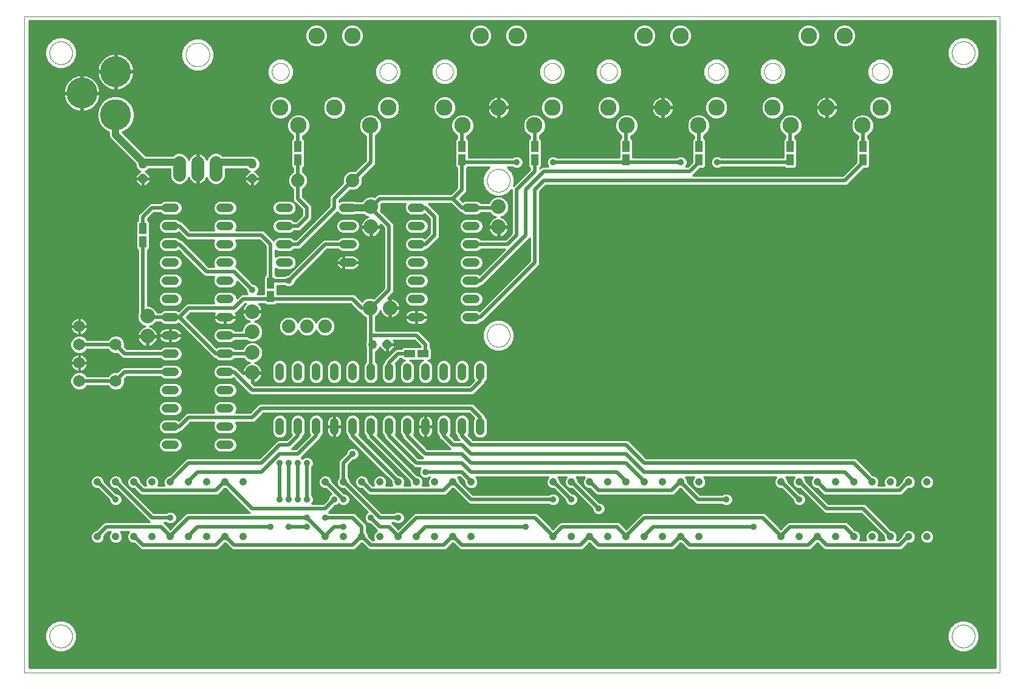
<source format=gtl>
G75*
%MOIN*%
%OFA0B0*%
%FSLAX25Y25*%
%IPPOS*%
%LPD*%
%AMOC8*
5,1,8,0,0,1.08239X$1,22.5*
%
%ADD10C,0.00000*%
%ADD11C,0.08000*%
%ADD12C,0.06500*%
%ADD13C,0.07400*%
%ADD14C,0.04800*%
%ADD15C,0.17000*%
%ADD16R,0.03937X0.05906*%
%ADD17R,0.05906X0.03937*%
%ADD18C,0.04134*%
%ADD19C,0.07000*%
%ADD20C,0.09000*%
%ADD21OC8,0.05000*%
%ADD22C,0.05000*%
%ADD23C,0.02000*%
%ADD24C,0.01000*%
%ADD25C,0.03562*%
%ADD26C,0.04000*%
D10*
X0001500Y0001500D02*
X0001500Y0361500D01*
X0536500Y0361500D01*
X0536500Y0001500D01*
X0001500Y0001500D01*
X0015250Y0021500D02*
X0015252Y0021658D01*
X0015258Y0021815D01*
X0015268Y0021973D01*
X0015282Y0022130D01*
X0015300Y0022286D01*
X0015321Y0022443D01*
X0015347Y0022598D01*
X0015377Y0022753D01*
X0015410Y0022907D01*
X0015448Y0023060D01*
X0015489Y0023213D01*
X0015534Y0023364D01*
X0015583Y0023514D01*
X0015636Y0023662D01*
X0015692Y0023810D01*
X0015753Y0023955D01*
X0015816Y0024100D01*
X0015884Y0024242D01*
X0015955Y0024383D01*
X0016029Y0024522D01*
X0016107Y0024659D01*
X0016189Y0024794D01*
X0016273Y0024927D01*
X0016362Y0025058D01*
X0016453Y0025186D01*
X0016548Y0025313D01*
X0016645Y0025436D01*
X0016746Y0025558D01*
X0016850Y0025676D01*
X0016957Y0025792D01*
X0017067Y0025905D01*
X0017179Y0026016D01*
X0017295Y0026123D01*
X0017413Y0026228D01*
X0017533Y0026330D01*
X0017656Y0026428D01*
X0017782Y0026524D01*
X0017910Y0026616D01*
X0018040Y0026705D01*
X0018172Y0026791D01*
X0018307Y0026873D01*
X0018444Y0026952D01*
X0018582Y0027027D01*
X0018722Y0027099D01*
X0018865Y0027167D01*
X0019008Y0027232D01*
X0019154Y0027293D01*
X0019301Y0027350D01*
X0019449Y0027404D01*
X0019599Y0027454D01*
X0019749Y0027500D01*
X0019901Y0027542D01*
X0020054Y0027581D01*
X0020208Y0027615D01*
X0020363Y0027646D01*
X0020518Y0027672D01*
X0020674Y0027695D01*
X0020831Y0027714D01*
X0020988Y0027729D01*
X0021145Y0027740D01*
X0021303Y0027747D01*
X0021461Y0027750D01*
X0021618Y0027749D01*
X0021776Y0027744D01*
X0021933Y0027735D01*
X0022091Y0027722D01*
X0022247Y0027705D01*
X0022404Y0027684D01*
X0022559Y0027660D01*
X0022714Y0027631D01*
X0022869Y0027598D01*
X0023022Y0027562D01*
X0023175Y0027521D01*
X0023326Y0027477D01*
X0023476Y0027429D01*
X0023625Y0027378D01*
X0023773Y0027322D01*
X0023919Y0027263D01*
X0024064Y0027200D01*
X0024207Y0027133D01*
X0024348Y0027063D01*
X0024487Y0026990D01*
X0024625Y0026913D01*
X0024761Y0026832D01*
X0024894Y0026748D01*
X0025025Y0026661D01*
X0025154Y0026570D01*
X0025281Y0026476D01*
X0025406Y0026379D01*
X0025527Y0026279D01*
X0025647Y0026176D01*
X0025763Y0026070D01*
X0025877Y0025961D01*
X0025989Y0025849D01*
X0026097Y0025735D01*
X0026202Y0025617D01*
X0026305Y0025497D01*
X0026404Y0025375D01*
X0026500Y0025250D01*
X0026593Y0025122D01*
X0026683Y0024993D01*
X0026769Y0024861D01*
X0026853Y0024727D01*
X0026932Y0024591D01*
X0027009Y0024453D01*
X0027081Y0024313D01*
X0027150Y0024171D01*
X0027216Y0024028D01*
X0027278Y0023883D01*
X0027336Y0023736D01*
X0027391Y0023588D01*
X0027442Y0023439D01*
X0027489Y0023288D01*
X0027532Y0023137D01*
X0027571Y0022984D01*
X0027607Y0022830D01*
X0027638Y0022676D01*
X0027666Y0022521D01*
X0027690Y0022365D01*
X0027710Y0022208D01*
X0027726Y0022051D01*
X0027738Y0021894D01*
X0027746Y0021737D01*
X0027750Y0021579D01*
X0027750Y0021421D01*
X0027746Y0021263D01*
X0027738Y0021106D01*
X0027726Y0020949D01*
X0027710Y0020792D01*
X0027690Y0020635D01*
X0027666Y0020479D01*
X0027638Y0020324D01*
X0027607Y0020170D01*
X0027571Y0020016D01*
X0027532Y0019863D01*
X0027489Y0019712D01*
X0027442Y0019561D01*
X0027391Y0019412D01*
X0027336Y0019264D01*
X0027278Y0019117D01*
X0027216Y0018972D01*
X0027150Y0018829D01*
X0027081Y0018687D01*
X0027009Y0018547D01*
X0026932Y0018409D01*
X0026853Y0018273D01*
X0026769Y0018139D01*
X0026683Y0018007D01*
X0026593Y0017878D01*
X0026500Y0017750D01*
X0026404Y0017625D01*
X0026305Y0017503D01*
X0026202Y0017383D01*
X0026097Y0017265D01*
X0025989Y0017151D01*
X0025877Y0017039D01*
X0025763Y0016930D01*
X0025647Y0016824D01*
X0025527Y0016721D01*
X0025406Y0016621D01*
X0025281Y0016524D01*
X0025154Y0016430D01*
X0025025Y0016339D01*
X0024894Y0016252D01*
X0024761Y0016168D01*
X0024625Y0016087D01*
X0024487Y0016010D01*
X0024348Y0015937D01*
X0024207Y0015867D01*
X0024064Y0015800D01*
X0023919Y0015737D01*
X0023773Y0015678D01*
X0023625Y0015622D01*
X0023476Y0015571D01*
X0023326Y0015523D01*
X0023175Y0015479D01*
X0023022Y0015438D01*
X0022869Y0015402D01*
X0022714Y0015369D01*
X0022559Y0015340D01*
X0022404Y0015316D01*
X0022247Y0015295D01*
X0022091Y0015278D01*
X0021933Y0015265D01*
X0021776Y0015256D01*
X0021618Y0015251D01*
X0021461Y0015250D01*
X0021303Y0015253D01*
X0021145Y0015260D01*
X0020988Y0015271D01*
X0020831Y0015286D01*
X0020674Y0015305D01*
X0020518Y0015328D01*
X0020363Y0015354D01*
X0020208Y0015385D01*
X0020054Y0015419D01*
X0019901Y0015458D01*
X0019749Y0015500D01*
X0019599Y0015546D01*
X0019449Y0015596D01*
X0019301Y0015650D01*
X0019154Y0015707D01*
X0019008Y0015768D01*
X0018865Y0015833D01*
X0018722Y0015901D01*
X0018582Y0015973D01*
X0018444Y0016048D01*
X0018307Y0016127D01*
X0018172Y0016209D01*
X0018040Y0016295D01*
X0017910Y0016384D01*
X0017782Y0016476D01*
X0017656Y0016572D01*
X0017533Y0016670D01*
X0017413Y0016772D01*
X0017295Y0016877D01*
X0017179Y0016984D01*
X0017067Y0017095D01*
X0016957Y0017208D01*
X0016850Y0017324D01*
X0016746Y0017442D01*
X0016645Y0017564D01*
X0016548Y0017687D01*
X0016453Y0017814D01*
X0016362Y0017942D01*
X0016273Y0018073D01*
X0016189Y0018206D01*
X0016107Y0018341D01*
X0016029Y0018478D01*
X0015955Y0018617D01*
X0015884Y0018758D01*
X0015816Y0018900D01*
X0015753Y0019045D01*
X0015692Y0019190D01*
X0015636Y0019338D01*
X0015583Y0019486D01*
X0015534Y0019636D01*
X0015489Y0019787D01*
X0015448Y0019940D01*
X0015410Y0020093D01*
X0015377Y0020247D01*
X0015347Y0020402D01*
X0015321Y0020557D01*
X0015300Y0020714D01*
X0015282Y0020870D01*
X0015268Y0021027D01*
X0015258Y0021185D01*
X0015252Y0021342D01*
X0015250Y0021500D01*
X0255250Y0186500D02*
X0255252Y0186658D01*
X0255258Y0186815D01*
X0255268Y0186973D01*
X0255282Y0187130D01*
X0255300Y0187286D01*
X0255321Y0187443D01*
X0255347Y0187598D01*
X0255377Y0187753D01*
X0255410Y0187907D01*
X0255448Y0188060D01*
X0255489Y0188213D01*
X0255534Y0188364D01*
X0255583Y0188514D01*
X0255636Y0188662D01*
X0255692Y0188810D01*
X0255753Y0188955D01*
X0255816Y0189100D01*
X0255884Y0189242D01*
X0255955Y0189383D01*
X0256029Y0189522D01*
X0256107Y0189659D01*
X0256189Y0189794D01*
X0256273Y0189927D01*
X0256362Y0190058D01*
X0256453Y0190186D01*
X0256548Y0190313D01*
X0256645Y0190436D01*
X0256746Y0190558D01*
X0256850Y0190676D01*
X0256957Y0190792D01*
X0257067Y0190905D01*
X0257179Y0191016D01*
X0257295Y0191123D01*
X0257413Y0191228D01*
X0257533Y0191330D01*
X0257656Y0191428D01*
X0257782Y0191524D01*
X0257910Y0191616D01*
X0258040Y0191705D01*
X0258172Y0191791D01*
X0258307Y0191873D01*
X0258444Y0191952D01*
X0258582Y0192027D01*
X0258722Y0192099D01*
X0258865Y0192167D01*
X0259008Y0192232D01*
X0259154Y0192293D01*
X0259301Y0192350D01*
X0259449Y0192404D01*
X0259599Y0192454D01*
X0259749Y0192500D01*
X0259901Y0192542D01*
X0260054Y0192581D01*
X0260208Y0192615D01*
X0260363Y0192646D01*
X0260518Y0192672D01*
X0260674Y0192695D01*
X0260831Y0192714D01*
X0260988Y0192729D01*
X0261145Y0192740D01*
X0261303Y0192747D01*
X0261461Y0192750D01*
X0261618Y0192749D01*
X0261776Y0192744D01*
X0261933Y0192735D01*
X0262091Y0192722D01*
X0262247Y0192705D01*
X0262404Y0192684D01*
X0262559Y0192660D01*
X0262714Y0192631D01*
X0262869Y0192598D01*
X0263022Y0192562D01*
X0263175Y0192521D01*
X0263326Y0192477D01*
X0263476Y0192429D01*
X0263625Y0192378D01*
X0263773Y0192322D01*
X0263919Y0192263D01*
X0264064Y0192200D01*
X0264207Y0192133D01*
X0264348Y0192063D01*
X0264487Y0191990D01*
X0264625Y0191913D01*
X0264761Y0191832D01*
X0264894Y0191748D01*
X0265025Y0191661D01*
X0265154Y0191570D01*
X0265281Y0191476D01*
X0265406Y0191379D01*
X0265527Y0191279D01*
X0265647Y0191176D01*
X0265763Y0191070D01*
X0265877Y0190961D01*
X0265989Y0190849D01*
X0266097Y0190735D01*
X0266202Y0190617D01*
X0266305Y0190497D01*
X0266404Y0190375D01*
X0266500Y0190250D01*
X0266593Y0190122D01*
X0266683Y0189993D01*
X0266769Y0189861D01*
X0266853Y0189727D01*
X0266932Y0189591D01*
X0267009Y0189453D01*
X0267081Y0189313D01*
X0267150Y0189171D01*
X0267216Y0189028D01*
X0267278Y0188883D01*
X0267336Y0188736D01*
X0267391Y0188588D01*
X0267442Y0188439D01*
X0267489Y0188288D01*
X0267532Y0188137D01*
X0267571Y0187984D01*
X0267607Y0187830D01*
X0267638Y0187676D01*
X0267666Y0187521D01*
X0267690Y0187365D01*
X0267710Y0187208D01*
X0267726Y0187051D01*
X0267738Y0186894D01*
X0267746Y0186737D01*
X0267750Y0186579D01*
X0267750Y0186421D01*
X0267746Y0186263D01*
X0267738Y0186106D01*
X0267726Y0185949D01*
X0267710Y0185792D01*
X0267690Y0185635D01*
X0267666Y0185479D01*
X0267638Y0185324D01*
X0267607Y0185170D01*
X0267571Y0185016D01*
X0267532Y0184863D01*
X0267489Y0184712D01*
X0267442Y0184561D01*
X0267391Y0184412D01*
X0267336Y0184264D01*
X0267278Y0184117D01*
X0267216Y0183972D01*
X0267150Y0183829D01*
X0267081Y0183687D01*
X0267009Y0183547D01*
X0266932Y0183409D01*
X0266853Y0183273D01*
X0266769Y0183139D01*
X0266683Y0183007D01*
X0266593Y0182878D01*
X0266500Y0182750D01*
X0266404Y0182625D01*
X0266305Y0182503D01*
X0266202Y0182383D01*
X0266097Y0182265D01*
X0265989Y0182151D01*
X0265877Y0182039D01*
X0265763Y0181930D01*
X0265647Y0181824D01*
X0265527Y0181721D01*
X0265406Y0181621D01*
X0265281Y0181524D01*
X0265154Y0181430D01*
X0265025Y0181339D01*
X0264894Y0181252D01*
X0264761Y0181168D01*
X0264625Y0181087D01*
X0264487Y0181010D01*
X0264348Y0180937D01*
X0264207Y0180867D01*
X0264064Y0180800D01*
X0263919Y0180737D01*
X0263773Y0180678D01*
X0263625Y0180622D01*
X0263476Y0180571D01*
X0263326Y0180523D01*
X0263175Y0180479D01*
X0263022Y0180438D01*
X0262869Y0180402D01*
X0262714Y0180369D01*
X0262559Y0180340D01*
X0262404Y0180316D01*
X0262247Y0180295D01*
X0262091Y0180278D01*
X0261933Y0180265D01*
X0261776Y0180256D01*
X0261618Y0180251D01*
X0261461Y0180250D01*
X0261303Y0180253D01*
X0261145Y0180260D01*
X0260988Y0180271D01*
X0260831Y0180286D01*
X0260674Y0180305D01*
X0260518Y0180328D01*
X0260363Y0180354D01*
X0260208Y0180385D01*
X0260054Y0180419D01*
X0259901Y0180458D01*
X0259749Y0180500D01*
X0259599Y0180546D01*
X0259449Y0180596D01*
X0259301Y0180650D01*
X0259154Y0180707D01*
X0259008Y0180768D01*
X0258865Y0180833D01*
X0258722Y0180901D01*
X0258582Y0180973D01*
X0258444Y0181048D01*
X0258307Y0181127D01*
X0258172Y0181209D01*
X0258040Y0181295D01*
X0257910Y0181384D01*
X0257782Y0181476D01*
X0257656Y0181572D01*
X0257533Y0181670D01*
X0257413Y0181772D01*
X0257295Y0181877D01*
X0257179Y0181984D01*
X0257067Y0182095D01*
X0256957Y0182208D01*
X0256850Y0182324D01*
X0256746Y0182442D01*
X0256645Y0182564D01*
X0256548Y0182687D01*
X0256453Y0182814D01*
X0256362Y0182942D01*
X0256273Y0183073D01*
X0256189Y0183206D01*
X0256107Y0183341D01*
X0256029Y0183478D01*
X0255955Y0183617D01*
X0255884Y0183758D01*
X0255816Y0183900D01*
X0255753Y0184045D01*
X0255692Y0184190D01*
X0255636Y0184338D01*
X0255583Y0184486D01*
X0255534Y0184636D01*
X0255489Y0184787D01*
X0255448Y0184940D01*
X0255410Y0185093D01*
X0255377Y0185247D01*
X0255347Y0185402D01*
X0255321Y0185557D01*
X0255300Y0185714D01*
X0255282Y0185870D01*
X0255268Y0186027D01*
X0255258Y0186185D01*
X0255252Y0186342D01*
X0255250Y0186500D01*
X0255250Y0271500D02*
X0255252Y0271658D01*
X0255258Y0271815D01*
X0255268Y0271973D01*
X0255282Y0272130D01*
X0255300Y0272286D01*
X0255321Y0272443D01*
X0255347Y0272598D01*
X0255377Y0272753D01*
X0255410Y0272907D01*
X0255448Y0273060D01*
X0255489Y0273213D01*
X0255534Y0273364D01*
X0255583Y0273514D01*
X0255636Y0273662D01*
X0255692Y0273810D01*
X0255753Y0273955D01*
X0255816Y0274100D01*
X0255884Y0274242D01*
X0255955Y0274383D01*
X0256029Y0274522D01*
X0256107Y0274659D01*
X0256189Y0274794D01*
X0256273Y0274927D01*
X0256362Y0275058D01*
X0256453Y0275186D01*
X0256548Y0275313D01*
X0256645Y0275436D01*
X0256746Y0275558D01*
X0256850Y0275676D01*
X0256957Y0275792D01*
X0257067Y0275905D01*
X0257179Y0276016D01*
X0257295Y0276123D01*
X0257413Y0276228D01*
X0257533Y0276330D01*
X0257656Y0276428D01*
X0257782Y0276524D01*
X0257910Y0276616D01*
X0258040Y0276705D01*
X0258172Y0276791D01*
X0258307Y0276873D01*
X0258444Y0276952D01*
X0258582Y0277027D01*
X0258722Y0277099D01*
X0258865Y0277167D01*
X0259008Y0277232D01*
X0259154Y0277293D01*
X0259301Y0277350D01*
X0259449Y0277404D01*
X0259599Y0277454D01*
X0259749Y0277500D01*
X0259901Y0277542D01*
X0260054Y0277581D01*
X0260208Y0277615D01*
X0260363Y0277646D01*
X0260518Y0277672D01*
X0260674Y0277695D01*
X0260831Y0277714D01*
X0260988Y0277729D01*
X0261145Y0277740D01*
X0261303Y0277747D01*
X0261461Y0277750D01*
X0261618Y0277749D01*
X0261776Y0277744D01*
X0261933Y0277735D01*
X0262091Y0277722D01*
X0262247Y0277705D01*
X0262404Y0277684D01*
X0262559Y0277660D01*
X0262714Y0277631D01*
X0262869Y0277598D01*
X0263022Y0277562D01*
X0263175Y0277521D01*
X0263326Y0277477D01*
X0263476Y0277429D01*
X0263625Y0277378D01*
X0263773Y0277322D01*
X0263919Y0277263D01*
X0264064Y0277200D01*
X0264207Y0277133D01*
X0264348Y0277063D01*
X0264487Y0276990D01*
X0264625Y0276913D01*
X0264761Y0276832D01*
X0264894Y0276748D01*
X0265025Y0276661D01*
X0265154Y0276570D01*
X0265281Y0276476D01*
X0265406Y0276379D01*
X0265527Y0276279D01*
X0265647Y0276176D01*
X0265763Y0276070D01*
X0265877Y0275961D01*
X0265989Y0275849D01*
X0266097Y0275735D01*
X0266202Y0275617D01*
X0266305Y0275497D01*
X0266404Y0275375D01*
X0266500Y0275250D01*
X0266593Y0275122D01*
X0266683Y0274993D01*
X0266769Y0274861D01*
X0266853Y0274727D01*
X0266932Y0274591D01*
X0267009Y0274453D01*
X0267081Y0274313D01*
X0267150Y0274171D01*
X0267216Y0274028D01*
X0267278Y0273883D01*
X0267336Y0273736D01*
X0267391Y0273588D01*
X0267442Y0273439D01*
X0267489Y0273288D01*
X0267532Y0273137D01*
X0267571Y0272984D01*
X0267607Y0272830D01*
X0267638Y0272676D01*
X0267666Y0272521D01*
X0267690Y0272365D01*
X0267710Y0272208D01*
X0267726Y0272051D01*
X0267738Y0271894D01*
X0267746Y0271737D01*
X0267750Y0271579D01*
X0267750Y0271421D01*
X0267746Y0271263D01*
X0267738Y0271106D01*
X0267726Y0270949D01*
X0267710Y0270792D01*
X0267690Y0270635D01*
X0267666Y0270479D01*
X0267638Y0270324D01*
X0267607Y0270170D01*
X0267571Y0270016D01*
X0267532Y0269863D01*
X0267489Y0269712D01*
X0267442Y0269561D01*
X0267391Y0269412D01*
X0267336Y0269264D01*
X0267278Y0269117D01*
X0267216Y0268972D01*
X0267150Y0268829D01*
X0267081Y0268687D01*
X0267009Y0268547D01*
X0266932Y0268409D01*
X0266853Y0268273D01*
X0266769Y0268139D01*
X0266683Y0268007D01*
X0266593Y0267878D01*
X0266500Y0267750D01*
X0266404Y0267625D01*
X0266305Y0267503D01*
X0266202Y0267383D01*
X0266097Y0267265D01*
X0265989Y0267151D01*
X0265877Y0267039D01*
X0265763Y0266930D01*
X0265647Y0266824D01*
X0265527Y0266721D01*
X0265406Y0266621D01*
X0265281Y0266524D01*
X0265154Y0266430D01*
X0265025Y0266339D01*
X0264894Y0266252D01*
X0264761Y0266168D01*
X0264625Y0266087D01*
X0264487Y0266010D01*
X0264348Y0265937D01*
X0264207Y0265867D01*
X0264064Y0265800D01*
X0263919Y0265737D01*
X0263773Y0265678D01*
X0263625Y0265622D01*
X0263476Y0265571D01*
X0263326Y0265523D01*
X0263175Y0265479D01*
X0263022Y0265438D01*
X0262869Y0265402D01*
X0262714Y0265369D01*
X0262559Y0265340D01*
X0262404Y0265316D01*
X0262247Y0265295D01*
X0262091Y0265278D01*
X0261933Y0265265D01*
X0261776Y0265256D01*
X0261618Y0265251D01*
X0261461Y0265250D01*
X0261303Y0265253D01*
X0261145Y0265260D01*
X0260988Y0265271D01*
X0260831Y0265286D01*
X0260674Y0265305D01*
X0260518Y0265328D01*
X0260363Y0265354D01*
X0260208Y0265385D01*
X0260054Y0265419D01*
X0259901Y0265458D01*
X0259749Y0265500D01*
X0259599Y0265546D01*
X0259449Y0265596D01*
X0259301Y0265650D01*
X0259154Y0265707D01*
X0259008Y0265768D01*
X0258865Y0265833D01*
X0258722Y0265901D01*
X0258582Y0265973D01*
X0258444Y0266048D01*
X0258307Y0266127D01*
X0258172Y0266209D01*
X0258040Y0266295D01*
X0257910Y0266384D01*
X0257782Y0266476D01*
X0257656Y0266572D01*
X0257533Y0266670D01*
X0257413Y0266772D01*
X0257295Y0266877D01*
X0257179Y0266984D01*
X0257067Y0267095D01*
X0256957Y0267208D01*
X0256850Y0267324D01*
X0256746Y0267442D01*
X0256645Y0267564D01*
X0256548Y0267687D01*
X0256453Y0267814D01*
X0256362Y0267942D01*
X0256273Y0268073D01*
X0256189Y0268206D01*
X0256107Y0268341D01*
X0256029Y0268478D01*
X0255955Y0268617D01*
X0255884Y0268758D01*
X0255816Y0268900D01*
X0255753Y0269045D01*
X0255692Y0269190D01*
X0255636Y0269338D01*
X0255583Y0269486D01*
X0255534Y0269636D01*
X0255489Y0269787D01*
X0255448Y0269940D01*
X0255410Y0270093D01*
X0255377Y0270247D01*
X0255347Y0270402D01*
X0255321Y0270557D01*
X0255300Y0270714D01*
X0255282Y0270870D01*
X0255268Y0271027D01*
X0255258Y0271185D01*
X0255252Y0271342D01*
X0255250Y0271500D01*
X0227250Y0331200D02*
X0227252Y0331337D01*
X0227258Y0331473D01*
X0227268Y0331610D01*
X0227282Y0331746D01*
X0227300Y0331881D01*
X0227321Y0332016D01*
X0227347Y0332150D01*
X0227377Y0332284D01*
X0227410Y0332416D01*
X0227447Y0332548D01*
X0227489Y0332678D01*
X0227533Y0332807D01*
X0227582Y0332935D01*
X0227634Y0333062D01*
X0227690Y0333186D01*
X0227750Y0333309D01*
X0227813Y0333431D01*
X0227880Y0333550D01*
X0227950Y0333667D01*
X0228023Y0333783D01*
X0228100Y0333896D01*
X0228180Y0334007D01*
X0228263Y0334115D01*
X0228350Y0334221D01*
X0228439Y0334325D01*
X0228531Y0334425D01*
X0228627Y0334523D01*
X0228725Y0334619D01*
X0228825Y0334711D01*
X0228929Y0334800D01*
X0229035Y0334887D01*
X0229143Y0334970D01*
X0229254Y0335050D01*
X0229367Y0335127D01*
X0229483Y0335200D01*
X0229600Y0335270D01*
X0229719Y0335337D01*
X0229841Y0335400D01*
X0229964Y0335460D01*
X0230088Y0335516D01*
X0230215Y0335568D01*
X0230343Y0335617D01*
X0230472Y0335661D01*
X0230602Y0335703D01*
X0230734Y0335740D01*
X0230866Y0335773D01*
X0231000Y0335803D01*
X0231134Y0335829D01*
X0231269Y0335850D01*
X0231404Y0335868D01*
X0231540Y0335882D01*
X0231677Y0335892D01*
X0231813Y0335898D01*
X0231950Y0335900D01*
X0232087Y0335898D01*
X0232223Y0335892D01*
X0232360Y0335882D01*
X0232496Y0335868D01*
X0232631Y0335850D01*
X0232766Y0335829D01*
X0232900Y0335803D01*
X0233034Y0335773D01*
X0233166Y0335740D01*
X0233298Y0335703D01*
X0233428Y0335661D01*
X0233557Y0335617D01*
X0233685Y0335568D01*
X0233812Y0335516D01*
X0233936Y0335460D01*
X0234059Y0335400D01*
X0234181Y0335337D01*
X0234300Y0335270D01*
X0234417Y0335200D01*
X0234533Y0335127D01*
X0234646Y0335050D01*
X0234757Y0334970D01*
X0234865Y0334887D01*
X0234971Y0334800D01*
X0235075Y0334711D01*
X0235175Y0334619D01*
X0235273Y0334523D01*
X0235369Y0334425D01*
X0235461Y0334325D01*
X0235550Y0334221D01*
X0235637Y0334115D01*
X0235720Y0334007D01*
X0235800Y0333896D01*
X0235877Y0333783D01*
X0235950Y0333667D01*
X0236020Y0333550D01*
X0236087Y0333431D01*
X0236150Y0333309D01*
X0236210Y0333186D01*
X0236266Y0333062D01*
X0236318Y0332935D01*
X0236367Y0332807D01*
X0236411Y0332678D01*
X0236453Y0332548D01*
X0236490Y0332416D01*
X0236523Y0332284D01*
X0236553Y0332150D01*
X0236579Y0332016D01*
X0236600Y0331881D01*
X0236618Y0331746D01*
X0236632Y0331610D01*
X0236642Y0331473D01*
X0236648Y0331337D01*
X0236650Y0331200D01*
X0236648Y0331063D01*
X0236642Y0330927D01*
X0236632Y0330790D01*
X0236618Y0330654D01*
X0236600Y0330519D01*
X0236579Y0330384D01*
X0236553Y0330250D01*
X0236523Y0330116D01*
X0236490Y0329984D01*
X0236453Y0329852D01*
X0236411Y0329722D01*
X0236367Y0329593D01*
X0236318Y0329465D01*
X0236266Y0329338D01*
X0236210Y0329214D01*
X0236150Y0329091D01*
X0236087Y0328969D01*
X0236020Y0328850D01*
X0235950Y0328733D01*
X0235877Y0328617D01*
X0235800Y0328504D01*
X0235720Y0328393D01*
X0235637Y0328285D01*
X0235550Y0328179D01*
X0235461Y0328075D01*
X0235369Y0327975D01*
X0235273Y0327877D01*
X0235175Y0327781D01*
X0235075Y0327689D01*
X0234971Y0327600D01*
X0234865Y0327513D01*
X0234757Y0327430D01*
X0234646Y0327350D01*
X0234533Y0327273D01*
X0234417Y0327200D01*
X0234300Y0327130D01*
X0234181Y0327063D01*
X0234059Y0327000D01*
X0233936Y0326940D01*
X0233812Y0326884D01*
X0233685Y0326832D01*
X0233557Y0326783D01*
X0233428Y0326739D01*
X0233298Y0326697D01*
X0233166Y0326660D01*
X0233034Y0326627D01*
X0232900Y0326597D01*
X0232766Y0326571D01*
X0232631Y0326550D01*
X0232496Y0326532D01*
X0232360Y0326518D01*
X0232223Y0326508D01*
X0232087Y0326502D01*
X0231950Y0326500D01*
X0231813Y0326502D01*
X0231677Y0326508D01*
X0231540Y0326518D01*
X0231404Y0326532D01*
X0231269Y0326550D01*
X0231134Y0326571D01*
X0231000Y0326597D01*
X0230866Y0326627D01*
X0230734Y0326660D01*
X0230602Y0326697D01*
X0230472Y0326739D01*
X0230343Y0326783D01*
X0230215Y0326832D01*
X0230088Y0326884D01*
X0229964Y0326940D01*
X0229841Y0327000D01*
X0229719Y0327063D01*
X0229600Y0327130D01*
X0229483Y0327200D01*
X0229367Y0327273D01*
X0229254Y0327350D01*
X0229143Y0327430D01*
X0229035Y0327513D01*
X0228929Y0327600D01*
X0228825Y0327689D01*
X0228725Y0327781D01*
X0228627Y0327877D01*
X0228531Y0327975D01*
X0228439Y0328075D01*
X0228350Y0328179D01*
X0228263Y0328285D01*
X0228180Y0328393D01*
X0228100Y0328504D01*
X0228023Y0328617D01*
X0227950Y0328733D01*
X0227880Y0328850D01*
X0227813Y0328969D01*
X0227750Y0329091D01*
X0227690Y0329214D01*
X0227634Y0329338D01*
X0227582Y0329465D01*
X0227533Y0329593D01*
X0227489Y0329722D01*
X0227447Y0329852D01*
X0227410Y0329984D01*
X0227377Y0330116D01*
X0227347Y0330250D01*
X0227321Y0330384D01*
X0227300Y0330519D01*
X0227282Y0330654D01*
X0227268Y0330790D01*
X0227258Y0330927D01*
X0227252Y0331063D01*
X0227250Y0331200D01*
X0196350Y0331200D02*
X0196352Y0331337D01*
X0196358Y0331473D01*
X0196368Y0331610D01*
X0196382Y0331746D01*
X0196400Y0331881D01*
X0196421Y0332016D01*
X0196447Y0332150D01*
X0196477Y0332284D01*
X0196510Y0332416D01*
X0196547Y0332548D01*
X0196589Y0332678D01*
X0196633Y0332807D01*
X0196682Y0332935D01*
X0196734Y0333062D01*
X0196790Y0333186D01*
X0196850Y0333309D01*
X0196913Y0333431D01*
X0196980Y0333550D01*
X0197050Y0333667D01*
X0197123Y0333783D01*
X0197200Y0333896D01*
X0197280Y0334007D01*
X0197363Y0334115D01*
X0197450Y0334221D01*
X0197539Y0334325D01*
X0197631Y0334425D01*
X0197727Y0334523D01*
X0197825Y0334619D01*
X0197925Y0334711D01*
X0198029Y0334800D01*
X0198135Y0334887D01*
X0198243Y0334970D01*
X0198354Y0335050D01*
X0198467Y0335127D01*
X0198583Y0335200D01*
X0198700Y0335270D01*
X0198819Y0335337D01*
X0198941Y0335400D01*
X0199064Y0335460D01*
X0199188Y0335516D01*
X0199315Y0335568D01*
X0199443Y0335617D01*
X0199572Y0335661D01*
X0199702Y0335703D01*
X0199834Y0335740D01*
X0199966Y0335773D01*
X0200100Y0335803D01*
X0200234Y0335829D01*
X0200369Y0335850D01*
X0200504Y0335868D01*
X0200640Y0335882D01*
X0200777Y0335892D01*
X0200913Y0335898D01*
X0201050Y0335900D01*
X0201187Y0335898D01*
X0201323Y0335892D01*
X0201460Y0335882D01*
X0201596Y0335868D01*
X0201731Y0335850D01*
X0201866Y0335829D01*
X0202000Y0335803D01*
X0202134Y0335773D01*
X0202266Y0335740D01*
X0202398Y0335703D01*
X0202528Y0335661D01*
X0202657Y0335617D01*
X0202785Y0335568D01*
X0202912Y0335516D01*
X0203036Y0335460D01*
X0203159Y0335400D01*
X0203281Y0335337D01*
X0203400Y0335270D01*
X0203517Y0335200D01*
X0203633Y0335127D01*
X0203746Y0335050D01*
X0203857Y0334970D01*
X0203965Y0334887D01*
X0204071Y0334800D01*
X0204175Y0334711D01*
X0204275Y0334619D01*
X0204373Y0334523D01*
X0204469Y0334425D01*
X0204561Y0334325D01*
X0204650Y0334221D01*
X0204737Y0334115D01*
X0204820Y0334007D01*
X0204900Y0333896D01*
X0204977Y0333783D01*
X0205050Y0333667D01*
X0205120Y0333550D01*
X0205187Y0333431D01*
X0205250Y0333309D01*
X0205310Y0333186D01*
X0205366Y0333062D01*
X0205418Y0332935D01*
X0205467Y0332807D01*
X0205511Y0332678D01*
X0205553Y0332548D01*
X0205590Y0332416D01*
X0205623Y0332284D01*
X0205653Y0332150D01*
X0205679Y0332016D01*
X0205700Y0331881D01*
X0205718Y0331746D01*
X0205732Y0331610D01*
X0205742Y0331473D01*
X0205748Y0331337D01*
X0205750Y0331200D01*
X0205748Y0331063D01*
X0205742Y0330927D01*
X0205732Y0330790D01*
X0205718Y0330654D01*
X0205700Y0330519D01*
X0205679Y0330384D01*
X0205653Y0330250D01*
X0205623Y0330116D01*
X0205590Y0329984D01*
X0205553Y0329852D01*
X0205511Y0329722D01*
X0205467Y0329593D01*
X0205418Y0329465D01*
X0205366Y0329338D01*
X0205310Y0329214D01*
X0205250Y0329091D01*
X0205187Y0328969D01*
X0205120Y0328850D01*
X0205050Y0328733D01*
X0204977Y0328617D01*
X0204900Y0328504D01*
X0204820Y0328393D01*
X0204737Y0328285D01*
X0204650Y0328179D01*
X0204561Y0328075D01*
X0204469Y0327975D01*
X0204373Y0327877D01*
X0204275Y0327781D01*
X0204175Y0327689D01*
X0204071Y0327600D01*
X0203965Y0327513D01*
X0203857Y0327430D01*
X0203746Y0327350D01*
X0203633Y0327273D01*
X0203517Y0327200D01*
X0203400Y0327130D01*
X0203281Y0327063D01*
X0203159Y0327000D01*
X0203036Y0326940D01*
X0202912Y0326884D01*
X0202785Y0326832D01*
X0202657Y0326783D01*
X0202528Y0326739D01*
X0202398Y0326697D01*
X0202266Y0326660D01*
X0202134Y0326627D01*
X0202000Y0326597D01*
X0201866Y0326571D01*
X0201731Y0326550D01*
X0201596Y0326532D01*
X0201460Y0326518D01*
X0201323Y0326508D01*
X0201187Y0326502D01*
X0201050Y0326500D01*
X0200913Y0326502D01*
X0200777Y0326508D01*
X0200640Y0326518D01*
X0200504Y0326532D01*
X0200369Y0326550D01*
X0200234Y0326571D01*
X0200100Y0326597D01*
X0199966Y0326627D01*
X0199834Y0326660D01*
X0199702Y0326697D01*
X0199572Y0326739D01*
X0199443Y0326783D01*
X0199315Y0326832D01*
X0199188Y0326884D01*
X0199064Y0326940D01*
X0198941Y0327000D01*
X0198819Y0327063D01*
X0198700Y0327130D01*
X0198583Y0327200D01*
X0198467Y0327273D01*
X0198354Y0327350D01*
X0198243Y0327430D01*
X0198135Y0327513D01*
X0198029Y0327600D01*
X0197925Y0327689D01*
X0197825Y0327781D01*
X0197727Y0327877D01*
X0197631Y0327975D01*
X0197539Y0328075D01*
X0197450Y0328179D01*
X0197363Y0328285D01*
X0197280Y0328393D01*
X0197200Y0328504D01*
X0197123Y0328617D01*
X0197050Y0328733D01*
X0196980Y0328850D01*
X0196913Y0328969D01*
X0196850Y0329091D01*
X0196790Y0329214D01*
X0196734Y0329338D01*
X0196682Y0329465D01*
X0196633Y0329593D01*
X0196589Y0329722D01*
X0196547Y0329852D01*
X0196510Y0329984D01*
X0196477Y0330116D01*
X0196447Y0330250D01*
X0196421Y0330384D01*
X0196400Y0330519D01*
X0196382Y0330654D01*
X0196368Y0330790D01*
X0196358Y0330927D01*
X0196352Y0331063D01*
X0196350Y0331200D01*
X0137250Y0331200D02*
X0137252Y0331337D01*
X0137258Y0331473D01*
X0137268Y0331610D01*
X0137282Y0331746D01*
X0137300Y0331881D01*
X0137321Y0332016D01*
X0137347Y0332150D01*
X0137377Y0332284D01*
X0137410Y0332416D01*
X0137447Y0332548D01*
X0137489Y0332678D01*
X0137533Y0332807D01*
X0137582Y0332935D01*
X0137634Y0333062D01*
X0137690Y0333186D01*
X0137750Y0333309D01*
X0137813Y0333431D01*
X0137880Y0333550D01*
X0137950Y0333667D01*
X0138023Y0333783D01*
X0138100Y0333896D01*
X0138180Y0334007D01*
X0138263Y0334115D01*
X0138350Y0334221D01*
X0138439Y0334325D01*
X0138531Y0334425D01*
X0138627Y0334523D01*
X0138725Y0334619D01*
X0138825Y0334711D01*
X0138929Y0334800D01*
X0139035Y0334887D01*
X0139143Y0334970D01*
X0139254Y0335050D01*
X0139367Y0335127D01*
X0139483Y0335200D01*
X0139600Y0335270D01*
X0139719Y0335337D01*
X0139841Y0335400D01*
X0139964Y0335460D01*
X0140088Y0335516D01*
X0140215Y0335568D01*
X0140343Y0335617D01*
X0140472Y0335661D01*
X0140602Y0335703D01*
X0140734Y0335740D01*
X0140866Y0335773D01*
X0141000Y0335803D01*
X0141134Y0335829D01*
X0141269Y0335850D01*
X0141404Y0335868D01*
X0141540Y0335882D01*
X0141677Y0335892D01*
X0141813Y0335898D01*
X0141950Y0335900D01*
X0142087Y0335898D01*
X0142223Y0335892D01*
X0142360Y0335882D01*
X0142496Y0335868D01*
X0142631Y0335850D01*
X0142766Y0335829D01*
X0142900Y0335803D01*
X0143034Y0335773D01*
X0143166Y0335740D01*
X0143298Y0335703D01*
X0143428Y0335661D01*
X0143557Y0335617D01*
X0143685Y0335568D01*
X0143812Y0335516D01*
X0143936Y0335460D01*
X0144059Y0335400D01*
X0144181Y0335337D01*
X0144300Y0335270D01*
X0144417Y0335200D01*
X0144533Y0335127D01*
X0144646Y0335050D01*
X0144757Y0334970D01*
X0144865Y0334887D01*
X0144971Y0334800D01*
X0145075Y0334711D01*
X0145175Y0334619D01*
X0145273Y0334523D01*
X0145369Y0334425D01*
X0145461Y0334325D01*
X0145550Y0334221D01*
X0145637Y0334115D01*
X0145720Y0334007D01*
X0145800Y0333896D01*
X0145877Y0333783D01*
X0145950Y0333667D01*
X0146020Y0333550D01*
X0146087Y0333431D01*
X0146150Y0333309D01*
X0146210Y0333186D01*
X0146266Y0333062D01*
X0146318Y0332935D01*
X0146367Y0332807D01*
X0146411Y0332678D01*
X0146453Y0332548D01*
X0146490Y0332416D01*
X0146523Y0332284D01*
X0146553Y0332150D01*
X0146579Y0332016D01*
X0146600Y0331881D01*
X0146618Y0331746D01*
X0146632Y0331610D01*
X0146642Y0331473D01*
X0146648Y0331337D01*
X0146650Y0331200D01*
X0146648Y0331063D01*
X0146642Y0330927D01*
X0146632Y0330790D01*
X0146618Y0330654D01*
X0146600Y0330519D01*
X0146579Y0330384D01*
X0146553Y0330250D01*
X0146523Y0330116D01*
X0146490Y0329984D01*
X0146453Y0329852D01*
X0146411Y0329722D01*
X0146367Y0329593D01*
X0146318Y0329465D01*
X0146266Y0329338D01*
X0146210Y0329214D01*
X0146150Y0329091D01*
X0146087Y0328969D01*
X0146020Y0328850D01*
X0145950Y0328733D01*
X0145877Y0328617D01*
X0145800Y0328504D01*
X0145720Y0328393D01*
X0145637Y0328285D01*
X0145550Y0328179D01*
X0145461Y0328075D01*
X0145369Y0327975D01*
X0145273Y0327877D01*
X0145175Y0327781D01*
X0145075Y0327689D01*
X0144971Y0327600D01*
X0144865Y0327513D01*
X0144757Y0327430D01*
X0144646Y0327350D01*
X0144533Y0327273D01*
X0144417Y0327200D01*
X0144300Y0327130D01*
X0144181Y0327063D01*
X0144059Y0327000D01*
X0143936Y0326940D01*
X0143812Y0326884D01*
X0143685Y0326832D01*
X0143557Y0326783D01*
X0143428Y0326739D01*
X0143298Y0326697D01*
X0143166Y0326660D01*
X0143034Y0326627D01*
X0142900Y0326597D01*
X0142766Y0326571D01*
X0142631Y0326550D01*
X0142496Y0326532D01*
X0142360Y0326518D01*
X0142223Y0326508D01*
X0142087Y0326502D01*
X0141950Y0326500D01*
X0141813Y0326502D01*
X0141677Y0326508D01*
X0141540Y0326518D01*
X0141404Y0326532D01*
X0141269Y0326550D01*
X0141134Y0326571D01*
X0141000Y0326597D01*
X0140866Y0326627D01*
X0140734Y0326660D01*
X0140602Y0326697D01*
X0140472Y0326739D01*
X0140343Y0326783D01*
X0140215Y0326832D01*
X0140088Y0326884D01*
X0139964Y0326940D01*
X0139841Y0327000D01*
X0139719Y0327063D01*
X0139600Y0327130D01*
X0139483Y0327200D01*
X0139367Y0327273D01*
X0139254Y0327350D01*
X0139143Y0327430D01*
X0139035Y0327513D01*
X0138929Y0327600D01*
X0138825Y0327689D01*
X0138725Y0327781D01*
X0138627Y0327877D01*
X0138531Y0327975D01*
X0138439Y0328075D01*
X0138350Y0328179D01*
X0138263Y0328285D01*
X0138180Y0328393D01*
X0138100Y0328504D01*
X0138023Y0328617D01*
X0137950Y0328733D01*
X0137880Y0328850D01*
X0137813Y0328969D01*
X0137750Y0329091D01*
X0137690Y0329214D01*
X0137634Y0329338D01*
X0137582Y0329465D01*
X0137533Y0329593D01*
X0137489Y0329722D01*
X0137447Y0329852D01*
X0137410Y0329984D01*
X0137377Y0330116D01*
X0137347Y0330250D01*
X0137321Y0330384D01*
X0137300Y0330519D01*
X0137282Y0330654D01*
X0137268Y0330790D01*
X0137258Y0330927D01*
X0137252Y0331063D01*
X0137250Y0331200D01*
X0090000Y0340500D02*
X0090002Y0340661D01*
X0090008Y0340821D01*
X0090018Y0340982D01*
X0090032Y0341142D01*
X0090050Y0341302D01*
X0090071Y0341461D01*
X0090097Y0341620D01*
X0090127Y0341778D01*
X0090160Y0341935D01*
X0090198Y0342092D01*
X0090239Y0342247D01*
X0090284Y0342401D01*
X0090333Y0342554D01*
X0090386Y0342706D01*
X0090442Y0342857D01*
X0090503Y0343006D01*
X0090566Y0343154D01*
X0090634Y0343300D01*
X0090705Y0343444D01*
X0090779Y0343586D01*
X0090857Y0343727D01*
X0090939Y0343865D01*
X0091024Y0344002D01*
X0091112Y0344136D01*
X0091204Y0344268D01*
X0091299Y0344398D01*
X0091397Y0344526D01*
X0091498Y0344651D01*
X0091602Y0344773D01*
X0091709Y0344893D01*
X0091819Y0345010D01*
X0091932Y0345125D01*
X0092048Y0345236D01*
X0092167Y0345345D01*
X0092288Y0345450D01*
X0092412Y0345553D01*
X0092538Y0345653D01*
X0092666Y0345749D01*
X0092797Y0345842D01*
X0092931Y0345932D01*
X0093066Y0346019D01*
X0093204Y0346102D01*
X0093343Y0346182D01*
X0093485Y0346258D01*
X0093628Y0346331D01*
X0093773Y0346400D01*
X0093920Y0346466D01*
X0094068Y0346528D01*
X0094218Y0346586D01*
X0094369Y0346641D01*
X0094522Y0346692D01*
X0094676Y0346739D01*
X0094831Y0346782D01*
X0094987Y0346821D01*
X0095143Y0346857D01*
X0095301Y0346888D01*
X0095459Y0346916D01*
X0095618Y0346940D01*
X0095778Y0346960D01*
X0095938Y0346976D01*
X0096098Y0346988D01*
X0096259Y0346996D01*
X0096420Y0347000D01*
X0096580Y0347000D01*
X0096741Y0346996D01*
X0096902Y0346988D01*
X0097062Y0346976D01*
X0097222Y0346960D01*
X0097382Y0346940D01*
X0097541Y0346916D01*
X0097699Y0346888D01*
X0097857Y0346857D01*
X0098013Y0346821D01*
X0098169Y0346782D01*
X0098324Y0346739D01*
X0098478Y0346692D01*
X0098631Y0346641D01*
X0098782Y0346586D01*
X0098932Y0346528D01*
X0099080Y0346466D01*
X0099227Y0346400D01*
X0099372Y0346331D01*
X0099515Y0346258D01*
X0099657Y0346182D01*
X0099796Y0346102D01*
X0099934Y0346019D01*
X0100069Y0345932D01*
X0100203Y0345842D01*
X0100334Y0345749D01*
X0100462Y0345653D01*
X0100588Y0345553D01*
X0100712Y0345450D01*
X0100833Y0345345D01*
X0100952Y0345236D01*
X0101068Y0345125D01*
X0101181Y0345010D01*
X0101291Y0344893D01*
X0101398Y0344773D01*
X0101502Y0344651D01*
X0101603Y0344526D01*
X0101701Y0344398D01*
X0101796Y0344268D01*
X0101888Y0344136D01*
X0101976Y0344002D01*
X0102061Y0343865D01*
X0102143Y0343727D01*
X0102221Y0343586D01*
X0102295Y0343444D01*
X0102366Y0343300D01*
X0102434Y0343154D01*
X0102497Y0343006D01*
X0102558Y0342857D01*
X0102614Y0342706D01*
X0102667Y0342554D01*
X0102716Y0342401D01*
X0102761Y0342247D01*
X0102802Y0342092D01*
X0102840Y0341935D01*
X0102873Y0341778D01*
X0102903Y0341620D01*
X0102929Y0341461D01*
X0102950Y0341302D01*
X0102968Y0341142D01*
X0102982Y0340982D01*
X0102992Y0340821D01*
X0102998Y0340661D01*
X0103000Y0340500D01*
X0102998Y0340339D01*
X0102992Y0340179D01*
X0102982Y0340018D01*
X0102968Y0339858D01*
X0102950Y0339698D01*
X0102929Y0339539D01*
X0102903Y0339380D01*
X0102873Y0339222D01*
X0102840Y0339065D01*
X0102802Y0338908D01*
X0102761Y0338753D01*
X0102716Y0338599D01*
X0102667Y0338446D01*
X0102614Y0338294D01*
X0102558Y0338143D01*
X0102497Y0337994D01*
X0102434Y0337846D01*
X0102366Y0337700D01*
X0102295Y0337556D01*
X0102221Y0337414D01*
X0102143Y0337273D01*
X0102061Y0337135D01*
X0101976Y0336998D01*
X0101888Y0336864D01*
X0101796Y0336732D01*
X0101701Y0336602D01*
X0101603Y0336474D01*
X0101502Y0336349D01*
X0101398Y0336227D01*
X0101291Y0336107D01*
X0101181Y0335990D01*
X0101068Y0335875D01*
X0100952Y0335764D01*
X0100833Y0335655D01*
X0100712Y0335550D01*
X0100588Y0335447D01*
X0100462Y0335347D01*
X0100334Y0335251D01*
X0100203Y0335158D01*
X0100069Y0335068D01*
X0099934Y0334981D01*
X0099796Y0334898D01*
X0099657Y0334818D01*
X0099515Y0334742D01*
X0099372Y0334669D01*
X0099227Y0334600D01*
X0099080Y0334534D01*
X0098932Y0334472D01*
X0098782Y0334414D01*
X0098631Y0334359D01*
X0098478Y0334308D01*
X0098324Y0334261D01*
X0098169Y0334218D01*
X0098013Y0334179D01*
X0097857Y0334143D01*
X0097699Y0334112D01*
X0097541Y0334084D01*
X0097382Y0334060D01*
X0097222Y0334040D01*
X0097062Y0334024D01*
X0096902Y0334012D01*
X0096741Y0334004D01*
X0096580Y0334000D01*
X0096420Y0334000D01*
X0096259Y0334004D01*
X0096098Y0334012D01*
X0095938Y0334024D01*
X0095778Y0334040D01*
X0095618Y0334060D01*
X0095459Y0334084D01*
X0095301Y0334112D01*
X0095143Y0334143D01*
X0094987Y0334179D01*
X0094831Y0334218D01*
X0094676Y0334261D01*
X0094522Y0334308D01*
X0094369Y0334359D01*
X0094218Y0334414D01*
X0094068Y0334472D01*
X0093920Y0334534D01*
X0093773Y0334600D01*
X0093628Y0334669D01*
X0093485Y0334742D01*
X0093343Y0334818D01*
X0093204Y0334898D01*
X0093066Y0334981D01*
X0092931Y0335068D01*
X0092797Y0335158D01*
X0092666Y0335251D01*
X0092538Y0335347D01*
X0092412Y0335447D01*
X0092288Y0335550D01*
X0092167Y0335655D01*
X0092048Y0335764D01*
X0091932Y0335875D01*
X0091819Y0335990D01*
X0091709Y0336107D01*
X0091602Y0336227D01*
X0091498Y0336349D01*
X0091397Y0336474D01*
X0091299Y0336602D01*
X0091204Y0336732D01*
X0091112Y0336864D01*
X0091024Y0336998D01*
X0090939Y0337135D01*
X0090857Y0337273D01*
X0090779Y0337414D01*
X0090705Y0337556D01*
X0090634Y0337700D01*
X0090566Y0337846D01*
X0090503Y0337994D01*
X0090442Y0338143D01*
X0090386Y0338294D01*
X0090333Y0338446D01*
X0090284Y0338599D01*
X0090239Y0338753D01*
X0090198Y0338908D01*
X0090160Y0339065D01*
X0090127Y0339222D01*
X0090097Y0339380D01*
X0090071Y0339539D01*
X0090050Y0339698D01*
X0090032Y0339858D01*
X0090018Y0340018D01*
X0090008Y0340179D01*
X0090002Y0340339D01*
X0090000Y0340500D01*
X0015250Y0341500D02*
X0015252Y0341658D01*
X0015258Y0341815D01*
X0015268Y0341973D01*
X0015282Y0342130D01*
X0015300Y0342286D01*
X0015321Y0342443D01*
X0015347Y0342598D01*
X0015377Y0342753D01*
X0015410Y0342907D01*
X0015448Y0343060D01*
X0015489Y0343213D01*
X0015534Y0343364D01*
X0015583Y0343514D01*
X0015636Y0343662D01*
X0015692Y0343810D01*
X0015753Y0343955D01*
X0015816Y0344100D01*
X0015884Y0344242D01*
X0015955Y0344383D01*
X0016029Y0344522D01*
X0016107Y0344659D01*
X0016189Y0344794D01*
X0016273Y0344927D01*
X0016362Y0345058D01*
X0016453Y0345186D01*
X0016548Y0345313D01*
X0016645Y0345436D01*
X0016746Y0345558D01*
X0016850Y0345676D01*
X0016957Y0345792D01*
X0017067Y0345905D01*
X0017179Y0346016D01*
X0017295Y0346123D01*
X0017413Y0346228D01*
X0017533Y0346330D01*
X0017656Y0346428D01*
X0017782Y0346524D01*
X0017910Y0346616D01*
X0018040Y0346705D01*
X0018172Y0346791D01*
X0018307Y0346873D01*
X0018444Y0346952D01*
X0018582Y0347027D01*
X0018722Y0347099D01*
X0018865Y0347167D01*
X0019008Y0347232D01*
X0019154Y0347293D01*
X0019301Y0347350D01*
X0019449Y0347404D01*
X0019599Y0347454D01*
X0019749Y0347500D01*
X0019901Y0347542D01*
X0020054Y0347581D01*
X0020208Y0347615D01*
X0020363Y0347646D01*
X0020518Y0347672D01*
X0020674Y0347695D01*
X0020831Y0347714D01*
X0020988Y0347729D01*
X0021145Y0347740D01*
X0021303Y0347747D01*
X0021461Y0347750D01*
X0021618Y0347749D01*
X0021776Y0347744D01*
X0021933Y0347735D01*
X0022091Y0347722D01*
X0022247Y0347705D01*
X0022404Y0347684D01*
X0022559Y0347660D01*
X0022714Y0347631D01*
X0022869Y0347598D01*
X0023022Y0347562D01*
X0023175Y0347521D01*
X0023326Y0347477D01*
X0023476Y0347429D01*
X0023625Y0347378D01*
X0023773Y0347322D01*
X0023919Y0347263D01*
X0024064Y0347200D01*
X0024207Y0347133D01*
X0024348Y0347063D01*
X0024487Y0346990D01*
X0024625Y0346913D01*
X0024761Y0346832D01*
X0024894Y0346748D01*
X0025025Y0346661D01*
X0025154Y0346570D01*
X0025281Y0346476D01*
X0025406Y0346379D01*
X0025527Y0346279D01*
X0025647Y0346176D01*
X0025763Y0346070D01*
X0025877Y0345961D01*
X0025989Y0345849D01*
X0026097Y0345735D01*
X0026202Y0345617D01*
X0026305Y0345497D01*
X0026404Y0345375D01*
X0026500Y0345250D01*
X0026593Y0345122D01*
X0026683Y0344993D01*
X0026769Y0344861D01*
X0026853Y0344727D01*
X0026932Y0344591D01*
X0027009Y0344453D01*
X0027081Y0344313D01*
X0027150Y0344171D01*
X0027216Y0344028D01*
X0027278Y0343883D01*
X0027336Y0343736D01*
X0027391Y0343588D01*
X0027442Y0343439D01*
X0027489Y0343288D01*
X0027532Y0343137D01*
X0027571Y0342984D01*
X0027607Y0342830D01*
X0027638Y0342676D01*
X0027666Y0342521D01*
X0027690Y0342365D01*
X0027710Y0342208D01*
X0027726Y0342051D01*
X0027738Y0341894D01*
X0027746Y0341737D01*
X0027750Y0341579D01*
X0027750Y0341421D01*
X0027746Y0341263D01*
X0027738Y0341106D01*
X0027726Y0340949D01*
X0027710Y0340792D01*
X0027690Y0340635D01*
X0027666Y0340479D01*
X0027638Y0340324D01*
X0027607Y0340170D01*
X0027571Y0340016D01*
X0027532Y0339863D01*
X0027489Y0339712D01*
X0027442Y0339561D01*
X0027391Y0339412D01*
X0027336Y0339264D01*
X0027278Y0339117D01*
X0027216Y0338972D01*
X0027150Y0338829D01*
X0027081Y0338687D01*
X0027009Y0338547D01*
X0026932Y0338409D01*
X0026853Y0338273D01*
X0026769Y0338139D01*
X0026683Y0338007D01*
X0026593Y0337878D01*
X0026500Y0337750D01*
X0026404Y0337625D01*
X0026305Y0337503D01*
X0026202Y0337383D01*
X0026097Y0337265D01*
X0025989Y0337151D01*
X0025877Y0337039D01*
X0025763Y0336930D01*
X0025647Y0336824D01*
X0025527Y0336721D01*
X0025406Y0336621D01*
X0025281Y0336524D01*
X0025154Y0336430D01*
X0025025Y0336339D01*
X0024894Y0336252D01*
X0024761Y0336168D01*
X0024625Y0336087D01*
X0024487Y0336010D01*
X0024348Y0335937D01*
X0024207Y0335867D01*
X0024064Y0335800D01*
X0023919Y0335737D01*
X0023773Y0335678D01*
X0023625Y0335622D01*
X0023476Y0335571D01*
X0023326Y0335523D01*
X0023175Y0335479D01*
X0023022Y0335438D01*
X0022869Y0335402D01*
X0022714Y0335369D01*
X0022559Y0335340D01*
X0022404Y0335316D01*
X0022247Y0335295D01*
X0022091Y0335278D01*
X0021933Y0335265D01*
X0021776Y0335256D01*
X0021618Y0335251D01*
X0021461Y0335250D01*
X0021303Y0335253D01*
X0021145Y0335260D01*
X0020988Y0335271D01*
X0020831Y0335286D01*
X0020674Y0335305D01*
X0020518Y0335328D01*
X0020363Y0335354D01*
X0020208Y0335385D01*
X0020054Y0335419D01*
X0019901Y0335458D01*
X0019749Y0335500D01*
X0019599Y0335546D01*
X0019449Y0335596D01*
X0019301Y0335650D01*
X0019154Y0335707D01*
X0019008Y0335768D01*
X0018865Y0335833D01*
X0018722Y0335901D01*
X0018582Y0335973D01*
X0018444Y0336048D01*
X0018307Y0336127D01*
X0018172Y0336209D01*
X0018040Y0336295D01*
X0017910Y0336384D01*
X0017782Y0336476D01*
X0017656Y0336572D01*
X0017533Y0336670D01*
X0017413Y0336772D01*
X0017295Y0336877D01*
X0017179Y0336984D01*
X0017067Y0337095D01*
X0016957Y0337208D01*
X0016850Y0337324D01*
X0016746Y0337442D01*
X0016645Y0337564D01*
X0016548Y0337687D01*
X0016453Y0337814D01*
X0016362Y0337942D01*
X0016273Y0338073D01*
X0016189Y0338206D01*
X0016107Y0338341D01*
X0016029Y0338478D01*
X0015955Y0338617D01*
X0015884Y0338758D01*
X0015816Y0338900D01*
X0015753Y0339045D01*
X0015692Y0339190D01*
X0015636Y0339338D01*
X0015583Y0339486D01*
X0015534Y0339636D01*
X0015489Y0339787D01*
X0015448Y0339940D01*
X0015410Y0340093D01*
X0015377Y0340247D01*
X0015347Y0340402D01*
X0015321Y0340557D01*
X0015300Y0340714D01*
X0015282Y0340870D01*
X0015268Y0341027D01*
X0015258Y0341185D01*
X0015252Y0341342D01*
X0015250Y0341500D01*
X0286350Y0331200D02*
X0286352Y0331337D01*
X0286358Y0331473D01*
X0286368Y0331610D01*
X0286382Y0331746D01*
X0286400Y0331881D01*
X0286421Y0332016D01*
X0286447Y0332150D01*
X0286477Y0332284D01*
X0286510Y0332416D01*
X0286547Y0332548D01*
X0286589Y0332678D01*
X0286633Y0332807D01*
X0286682Y0332935D01*
X0286734Y0333062D01*
X0286790Y0333186D01*
X0286850Y0333309D01*
X0286913Y0333431D01*
X0286980Y0333550D01*
X0287050Y0333667D01*
X0287123Y0333783D01*
X0287200Y0333896D01*
X0287280Y0334007D01*
X0287363Y0334115D01*
X0287450Y0334221D01*
X0287539Y0334325D01*
X0287631Y0334425D01*
X0287727Y0334523D01*
X0287825Y0334619D01*
X0287925Y0334711D01*
X0288029Y0334800D01*
X0288135Y0334887D01*
X0288243Y0334970D01*
X0288354Y0335050D01*
X0288467Y0335127D01*
X0288583Y0335200D01*
X0288700Y0335270D01*
X0288819Y0335337D01*
X0288941Y0335400D01*
X0289064Y0335460D01*
X0289188Y0335516D01*
X0289315Y0335568D01*
X0289443Y0335617D01*
X0289572Y0335661D01*
X0289702Y0335703D01*
X0289834Y0335740D01*
X0289966Y0335773D01*
X0290100Y0335803D01*
X0290234Y0335829D01*
X0290369Y0335850D01*
X0290504Y0335868D01*
X0290640Y0335882D01*
X0290777Y0335892D01*
X0290913Y0335898D01*
X0291050Y0335900D01*
X0291187Y0335898D01*
X0291323Y0335892D01*
X0291460Y0335882D01*
X0291596Y0335868D01*
X0291731Y0335850D01*
X0291866Y0335829D01*
X0292000Y0335803D01*
X0292134Y0335773D01*
X0292266Y0335740D01*
X0292398Y0335703D01*
X0292528Y0335661D01*
X0292657Y0335617D01*
X0292785Y0335568D01*
X0292912Y0335516D01*
X0293036Y0335460D01*
X0293159Y0335400D01*
X0293281Y0335337D01*
X0293400Y0335270D01*
X0293517Y0335200D01*
X0293633Y0335127D01*
X0293746Y0335050D01*
X0293857Y0334970D01*
X0293965Y0334887D01*
X0294071Y0334800D01*
X0294175Y0334711D01*
X0294275Y0334619D01*
X0294373Y0334523D01*
X0294469Y0334425D01*
X0294561Y0334325D01*
X0294650Y0334221D01*
X0294737Y0334115D01*
X0294820Y0334007D01*
X0294900Y0333896D01*
X0294977Y0333783D01*
X0295050Y0333667D01*
X0295120Y0333550D01*
X0295187Y0333431D01*
X0295250Y0333309D01*
X0295310Y0333186D01*
X0295366Y0333062D01*
X0295418Y0332935D01*
X0295467Y0332807D01*
X0295511Y0332678D01*
X0295553Y0332548D01*
X0295590Y0332416D01*
X0295623Y0332284D01*
X0295653Y0332150D01*
X0295679Y0332016D01*
X0295700Y0331881D01*
X0295718Y0331746D01*
X0295732Y0331610D01*
X0295742Y0331473D01*
X0295748Y0331337D01*
X0295750Y0331200D01*
X0295748Y0331063D01*
X0295742Y0330927D01*
X0295732Y0330790D01*
X0295718Y0330654D01*
X0295700Y0330519D01*
X0295679Y0330384D01*
X0295653Y0330250D01*
X0295623Y0330116D01*
X0295590Y0329984D01*
X0295553Y0329852D01*
X0295511Y0329722D01*
X0295467Y0329593D01*
X0295418Y0329465D01*
X0295366Y0329338D01*
X0295310Y0329214D01*
X0295250Y0329091D01*
X0295187Y0328969D01*
X0295120Y0328850D01*
X0295050Y0328733D01*
X0294977Y0328617D01*
X0294900Y0328504D01*
X0294820Y0328393D01*
X0294737Y0328285D01*
X0294650Y0328179D01*
X0294561Y0328075D01*
X0294469Y0327975D01*
X0294373Y0327877D01*
X0294275Y0327781D01*
X0294175Y0327689D01*
X0294071Y0327600D01*
X0293965Y0327513D01*
X0293857Y0327430D01*
X0293746Y0327350D01*
X0293633Y0327273D01*
X0293517Y0327200D01*
X0293400Y0327130D01*
X0293281Y0327063D01*
X0293159Y0327000D01*
X0293036Y0326940D01*
X0292912Y0326884D01*
X0292785Y0326832D01*
X0292657Y0326783D01*
X0292528Y0326739D01*
X0292398Y0326697D01*
X0292266Y0326660D01*
X0292134Y0326627D01*
X0292000Y0326597D01*
X0291866Y0326571D01*
X0291731Y0326550D01*
X0291596Y0326532D01*
X0291460Y0326518D01*
X0291323Y0326508D01*
X0291187Y0326502D01*
X0291050Y0326500D01*
X0290913Y0326502D01*
X0290777Y0326508D01*
X0290640Y0326518D01*
X0290504Y0326532D01*
X0290369Y0326550D01*
X0290234Y0326571D01*
X0290100Y0326597D01*
X0289966Y0326627D01*
X0289834Y0326660D01*
X0289702Y0326697D01*
X0289572Y0326739D01*
X0289443Y0326783D01*
X0289315Y0326832D01*
X0289188Y0326884D01*
X0289064Y0326940D01*
X0288941Y0327000D01*
X0288819Y0327063D01*
X0288700Y0327130D01*
X0288583Y0327200D01*
X0288467Y0327273D01*
X0288354Y0327350D01*
X0288243Y0327430D01*
X0288135Y0327513D01*
X0288029Y0327600D01*
X0287925Y0327689D01*
X0287825Y0327781D01*
X0287727Y0327877D01*
X0287631Y0327975D01*
X0287539Y0328075D01*
X0287450Y0328179D01*
X0287363Y0328285D01*
X0287280Y0328393D01*
X0287200Y0328504D01*
X0287123Y0328617D01*
X0287050Y0328733D01*
X0286980Y0328850D01*
X0286913Y0328969D01*
X0286850Y0329091D01*
X0286790Y0329214D01*
X0286734Y0329338D01*
X0286682Y0329465D01*
X0286633Y0329593D01*
X0286589Y0329722D01*
X0286547Y0329852D01*
X0286510Y0329984D01*
X0286477Y0330116D01*
X0286447Y0330250D01*
X0286421Y0330384D01*
X0286400Y0330519D01*
X0286382Y0330654D01*
X0286368Y0330790D01*
X0286358Y0330927D01*
X0286352Y0331063D01*
X0286350Y0331200D01*
X0317250Y0331200D02*
X0317252Y0331337D01*
X0317258Y0331473D01*
X0317268Y0331610D01*
X0317282Y0331746D01*
X0317300Y0331881D01*
X0317321Y0332016D01*
X0317347Y0332150D01*
X0317377Y0332284D01*
X0317410Y0332416D01*
X0317447Y0332548D01*
X0317489Y0332678D01*
X0317533Y0332807D01*
X0317582Y0332935D01*
X0317634Y0333062D01*
X0317690Y0333186D01*
X0317750Y0333309D01*
X0317813Y0333431D01*
X0317880Y0333550D01*
X0317950Y0333667D01*
X0318023Y0333783D01*
X0318100Y0333896D01*
X0318180Y0334007D01*
X0318263Y0334115D01*
X0318350Y0334221D01*
X0318439Y0334325D01*
X0318531Y0334425D01*
X0318627Y0334523D01*
X0318725Y0334619D01*
X0318825Y0334711D01*
X0318929Y0334800D01*
X0319035Y0334887D01*
X0319143Y0334970D01*
X0319254Y0335050D01*
X0319367Y0335127D01*
X0319483Y0335200D01*
X0319600Y0335270D01*
X0319719Y0335337D01*
X0319841Y0335400D01*
X0319964Y0335460D01*
X0320088Y0335516D01*
X0320215Y0335568D01*
X0320343Y0335617D01*
X0320472Y0335661D01*
X0320602Y0335703D01*
X0320734Y0335740D01*
X0320866Y0335773D01*
X0321000Y0335803D01*
X0321134Y0335829D01*
X0321269Y0335850D01*
X0321404Y0335868D01*
X0321540Y0335882D01*
X0321677Y0335892D01*
X0321813Y0335898D01*
X0321950Y0335900D01*
X0322087Y0335898D01*
X0322223Y0335892D01*
X0322360Y0335882D01*
X0322496Y0335868D01*
X0322631Y0335850D01*
X0322766Y0335829D01*
X0322900Y0335803D01*
X0323034Y0335773D01*
X0323166Y0335740D01*
X0323298Y0335703D01*
X0323428Y0335661D01*
X0323557Y0335617D01*
X0323685Y0335568D01*
X0323812Y0335516D01*
X0323936Y0335460D01*
X0324059Y0335400D01*
X0324181Y0335337D01*
X0324300Y0335270D01*
X0324417Y0335200D01*
X0324533Y0335127D01*
X0324646Y0335050D01*
X0324757Y0334970D01*
X0324865Y0334887D01*
X0324971Y0334800D01*
X0325075Y0334711D01*
X0325175Y0334619D01*
X0325273Y0334523D01*
X0325369Y0334425D01*
X0325461Y0334325D01*
X0325550Y0334221D01*
X0325637Y0334115D01*
X0325720Y0334007D01*
X0325800Y0333896D01*
X0325877Y0333783D01*
X0325950Y0333667D01*
X0326020Y0333550D01*
X0326087Y0333431D01*
X0326150Y0333309D01*
X0326210Y0333186D01*
X0326266Y0333062D01*
X0326318Y0332935D01*
X0326367Y0332807D01*
X0326411Y0332678D01*
X0326453Y0332548D01*
X0326490Y0332416D01*
X0326523Y0332284D01*
X0326553Y0332150D01*
X0326579Y0332016D01*
X0326600Y0331881D01*
X0326618Y0331746D01*
X0326632Y0331610D01*
X0326642Y0331473D01*
X0326648Y0331337D01*
X0326650Y0331200D01*
X0326648Y0331063D01*
X0326642Y0330927D01*
X0326632Y0330790D01*
X0326618Y0330654D01*
X0326600Y0330519D01*
X0326579Y0330384D01*
X0326553Y0330250D01*
X0326523Y0330116D01*
X0326490Y0329984D01*
X0326453Y0329852D01*
X0326411Y0329722D01*
X0326367Y0329593D01*
X0326318Y0329465D01*
X0326266Y0329338D01*
X0326210Y0329214D01*
X0326150Y0329091D01*
X0326087Y0328969D01*
X0326020Y0328850D01*
X0325950Y0328733D01*
X0325877Y0328617D01*
X0325800Y0328504D01*
X0325720Y0328393D01*
X0325637Y0328285D01*
X0325550Y0328179D01*
X0325461Y0328075D01*
X0325369Y0327975D01*
X0325273Y0327877D01*
X0325175Y0327781D01*
X0325075Y0327689D01*
X0324971Y0327600D01*
X0324865Y0327513D01*
X0324757Y0327430D01*
X0324646Y0327350D01*
X0324533Y0327273D01*
X0324417Y0327200D01*
X0324300Y0327130D01*
X0324181Y0327063D01*
X0324059Y0327000D01*
X0323936Y0326940D01*
X0323812Y0326884D01*
X0323685Y0326832D01*
X0323557Y0326783D01*
X0323428Y0326739D01*
X0323298Y0326697D01*
X0323166Y0326660D01*
X0323034Y0326627D01*
X0322900Y0326597D01*
X0322766Y0326571D01*
X0322631Y0326550D01*
X0322496Y0326532D01*
X0322360Y0326518D01*
X0322223Y0326508D01*
X0322087Y0326502D01*
X0321950Y0326500D01*
X0321813Y0326502D01*
X0321677Y0326508D01*
X0321540Y0326518D01*
X0321404Y0326532D01*
X0321269Y0326550D01*
X0321134Y0326571D01*
X0321000Y0326597D01*
X0320866Y0326627D01*
X0320734Y0326660D01*
X0320602Y0326697D01*
X0320472Y0326739D01*
X0320343Y0326783D01*
X0320215Y0326832D01*
X0320088Y0326884D01*
X0319964Y0326940D01*
X0319841Y0327000D01*
X0319719Y0327063D01*
X0319600Y0327130D01*
X0319483Y0327200D01*
X0319367Y0327273D01*
X0319254Y0327350D01*
X0319143Y0327430D01*
X0319035Y0327513D01*
X0318929Y0327600D01*
X0318825Y0327689D01*
X0318725Y0327781D01*
X0318627Y0327877D01*
X0318531Y0327975D01*
X0318439Y0328075D01*
X0318350Y0328179D01*
X0318263Y0328285D01*
X0318180Y0328393D01*
X0318100Y0328504D01*
X0318023Y0328617D01*
X0317950Y0328733D01*
X0317880Y0328850D01*
X0317813Y0328969D01*
X0317750Y0329091D01*
X0317690Y0329214D01*
X0317634Y0329338D01*
X0317582Y0329465D01*
X0317533Y0329593D01*
X0317489Y0329722D01*
X0317447Y0329852D01*
X0317410Y0329984D01*
X0317377Y0330116D01*
X0317347Y0330250D01*
X0317321Y0330384D01*
X0317300Y0330519D01*
X0317282Y0330654D01*
X0317268Y0330790D01*
X0317258Y0330927D01*
X0317252Y0331063D01*
X0317250Y0331200D01*
X0376350Y0331200D02*
X0376352Y0331337D01*
X0376358Y0331473D01*
X0376368Y0331610D01*
X0376382Y0331746D01*
X0376400Y0331881D01*
X0376421Y0332016D01*
X0376447Y0332150D01*
X0376477Y0332284D01*
X0376510Y0332416D01*
X0376547Y0332548D01*
X0376589Y0332678D01*
X0376633Y0332807D01*
X0376682Y0332935D01*
X0376734Y0333062D01*
X0376790Y0333186D01*
X0376850Y0333309D01*
X0376913Y0333431D01*
X0376980Y0333550D01*
X0377050Y0333667D01*
X0377123Y0333783D01*
X0377200Y0333896D01*
X0377280Y0334007D01*
X0377363Y0334115D01*
X0377450Y0334221D01*
X0377539Y0334325D01*
X0377631Y0334425D01*
X0377727Y0334523D01*
X0377825Y0334619D01*
X0377925Y0334711D01*
X0378029Y0334800D01*
X0378135Y0334887D01*
X0378243Y0334970D01*
X0378354Y0335050D01*
X0378467Y0335127D01*
X0378583Y0335200D01*
X0378700Y0335270D01*
X0378819Y0335337D01*
X0378941Y0335400D01*
X0379064Y0335460D01*
X0379188Y0335516D01*
X0379315Y0335568D01*
X0379443Y0335617D01*
X0379572Y0335661D01*
X0379702Y0335703D01*
X0379834Y0335740D01*
X0379966Y0335773D01*
X0380100Y0335803D01*
X0380234Y0335829D01*
X0380369Y0335850D01*
X0380504Y0335868D01*
X0380640Y0335882D01*
X0380777Y0335892D01*
X0380913Y0335898D01*
X0381050Y0335900D01*
X0381187Y0335898D01*
X0381323Y0335892D01*
X0381460Y0335882D01*
X0381596Y0335868D01*
X0381731Y0335850D01*
X0381866Y0335829D01*
X0382000Y0335803D01*
X0382134Y0335773D01*
X0382266Y0335740D01*
X0382398Y0335703D01*
X0382528Y0335661D01*
X0382657Y0335617D01*
X0382785Y0335568D01*
X0382912Y0335516D01*
X0383036Y0335460D01*
X0383159Y0335400D01*
X0383281Y0335337D01*
X0383400Y0335270D01*
X0383517Y0335200D01*
X0383633Y0335127D01*
X0383746Y0335050D01*
X0383857Y0334970D01*
X0383965Y0334887D01*
X0384071Y0334800D01*
X0384175Y0334711D01*
X0384275Y0334619D01*
X0384373Y0334523D01*
X0384469Y0334425D01*
X0384561Y0334325D01*
X0384650Y0334221D01*
X0384737Y0334115D01*
X0384820Y0334007D01*
X0384900Y0333896D01*
X0384977Y0333783D01*
X0385050Y0333667D01*
X0385120Y0333550D01*
X0385187Y0333431D01*
X0385250Y0333309D01*
X0385310Y0333186D01*
X0385366Y0333062D01*
X0385418Y0332935D01*
X0385467Y0332807D01*
X0385511Y0332678D01*
X0385553Y0332548D01*
X0385590Y0332416D01*
X0385623Y0332284D01*
X0385653Y0332150D01*
X0385679Y0332016D01*
X0385700Y0331881D01*
X0385718Y0331746D01*
X0385732Y0331610D01*
X0385742Y0331473D01*
X0385748Y0331337D01*
X0385750Y0331200D01*
X0385748Y0331063D01*
X0385742Y0330927D01*
X0385732Y0330790D01*
X0385718Y0330654D01*
X0385700Y0330519D01*
X0385679Y0330384D01*
X0385653Y0330250D01*
X0385623Y0330116D01*
X0385590Y0329984D01*
X0385553Y0329852D01*
X0385511Y0329722D01*
X0385467Y0329593D01*
X0385418Y0329465D01*
X0385366Y0329338D01*
X0385310Y0329214D01*
X0385250Y0329091D01*
X0385187Y0328969D01*
X0385120Y0328850D01*
X0385050Y0328733D01*
X0384977Y0328617D01*
X0384900Y0328504D01*
X0384820Y0328393D01*
X0384737Y0328285D01*
X0384650Y0328179D01*
X0384561Y0328075D01*
X0384469Y0327975D01*
X0384373Y0327877D01*
X0384275Y0327781D01*
X0384175Y0327689D01*
X0384071Y0327600D01*
X0383965Y0327513D01*
X0383857Y0327430D01*
X0383746Y0327350D01*
X0383633Y0327273D01*
X0383517Y0327200D01*
X0383400Y0327130D01*
X0383281Y0327063D01*
X0383159Y0327000D01*
X0383036Y0326940D01*
X0382912Y0326884D01*
X0382785Y0326832D01*
X0382657Y0326783D01*
X0382528Y0326739D01*
X0382398Y0326697D01*
X0382266Y0326660D01*
X0382134Y0326627D01*
X0382000Y0326597D01*
X0381866Y0326571D01*
X0381731Y0326550D01*
X0381596Y0326532D01*
X0381460Y0326518D01*
X0381323Y0326508D01*
X0381187Y0326502D01*
X0381050Y0326500D01*
X0380913Y0326502D01*
X0380777Y0326508D01*
X0380640Y0326518D01*
X0380504Y0326532D01*
X0380369Y0326550D01*
X0380234Y0326571D01*
X0380100Y0326597D01*
X0379966Y0326627D01*
X0379834Y0326660D01*
X0379702Y0326697D01*
X0379572Y0326739D01*
X0379443Y0326783D01*
X0379315Y0326832D01*
X0379188Y0326884D01*
X0379064Y0326940D01*
X0378941Y0327000D01*
X0378819Y0327063D01*
X0378700Y0327130D01*
X0378583Y0327200D01*
X0378467Y0327273D01*
X0378354Y0327350D01*
X0378243Y0327430D01*
X0378135Y0327513D01*
X0378029Y0327600D01*
X0377925Y0327689D01*
X0377825Y0327781D01*
X0377727Y0327877D01*
X0377631Y0327975D01*
X0377539Y0328075D01*
X0377450Y0328179D01*
X0377363Y0328285D01*
X0377280Y0328393D01*
X0377200Y0328504D01*
X0377123Y0328617D01*
X0377050Y0328733D01*
X0376980Y0328850D01*
X0376913Y0328969D01*
X0376850Y0329091D01*
X0376790Y0329214D01*
X0376734Y0329338D01*
X0376682Y0329465D01*
X0376633Y0329593D01*
X0376589Y0329722D01*
X0376547Y0329852D01*
X0376510Y0329984D01*
X0376477Y0330116D01*
X0376447Y0330250D01*
X0376421Y0330384D01*
X0376400Y0330519D01*
X0376382Y0330654D01*
X0376368Y0330790D01*
X0376358Y0330927D01*
X0376352Y0331063D01*
X0376350Y0331200D01*
X0407250Y0331200D02*
X0407252Y0331337D01*
X0407258Y0331473D01*
X0407268Y0331610D01*
X0407282Y0331746D01*
X0407300Y0331881D01*
X0407321Y0332016D01*
X0407347Y0332150D01*
X0407377Y0332284D01*
X0407410Y0332416D01*
X0407447Y0332548D01*
X0407489Y0332678D01*
X0407533Y0332807D01*
X0407582Y0332935D01*
X0407634Y0333062D01*
X0407690Y0333186D01*
X0407750Y0333309D01*
X0407813Y0333431D01*
X0407880Y0333550D01*
X0407950Y0333667D01*
X0408023Y0333783D01*
X0408100Y0333896D01*
X0408180Y0334007D01*
X0408263Y0334115D01*
X0408350Y0334221D01*
X0408439Y0334325D01*
X0408531Y0334425D01*
X0408627Y0334523D01*
X0408725Y0334619D01*
X0408825Y0334711D01*
X0408929Y0334800D01*
X0409035Y0334887D01*
X0409143Y0334970D01*
X0409254Y0335050D01*
X0409367Y0335127D01*
X0409483Y0335200D01*
X0409600Y0335270D01*
X0409719Y0335337D01*
X0409841Y0335400D01*
X0409964Y0335460D01*
X0410088Y0335516D01*
X0410215Y0335568D01*
X0410343Y0335617D01*
X0410472Y0335661D01*
X0410602Y0335703D01*
X0410734Y0335740D01*
X0410866Y0335773D01*
X0411000Y0335803D01*
X0411134Y0335829D01*
X0411269Y0335850D01*
X0411404Y0335868D01*
X0411540Y0335882D01*
X0411677Y0335892D01*
X0411813Y0335898D01*
X0411950Y0335900D01*
X0412087Y0335898D01*
X0412223Y0335892D01*
X0412360Y0335882D01*
X0412496Y0335868D01*
X0412631Y0335850D01*
X0412766Y0335829D01*
X0412900Y0335803D01*
X0413034Y0335773D01*
X0413166Y0335740D01*
X0413298Y0335703D01*
X0413428Y0335661D01*
X0413557Y0335617D01*
X0413685Y0335568D01*
X0413812Y0335516D01*
X0413936Y0335460D01*
X0414059Y0335400D01*
X0414181Y0335337D01*
X0414300Y0335270D01*
X0414417Y0335200D01*
X0414533Y0335127D01*
X0414646Y0335050D01*
X0414757Y0334970D01*
X0414865Y0334887D01*
X0414971Y0334800D01*
X0415075Y0334711D01*
X0415175Y0334619D01*
X0415273Y0334523D01*
X0415369Y0334425D01*
X0415461Y0334325D01*
X0415550Y0334221D01*
X0415637Y0334115D01*
X0415720Y0334007D01*
X0415800Y0333896D01*
X0415877Y0333783D01*
X0415950Y0333667D01*
X0416020Y0333550D01*
X0416087Y0333431D01*
X0416150Y0333309D01*
X0416210Y0333186D01*
X0416266Y0333062D01*
X0416318Y0332935D01*
X0416367Y0332807D01*
X0416411Y0332678D01*
X0416453Y0332548D01*
X0416490Y0332416D01*
X0416523Y0332284D01*
X0416553Y0332150D01*
X0416579Y0332016D01*
X0416600Y0331881D01*
X0416618Y0331746D01*
X0416632Y0331610D01*
X0416642Y0331473D01*
X0416648Y0331337D01*
X0416650Y0331200D01*
X0416648Y0331063D01*
X0416642Y0330927D01*
X0416632Y0330790D01*
X0416618Y0330654D01*
X0416600Y0330519D01*
X0416579Y0330384D01*
X0416553Y0330250D01*
X0416523Y0330116D01*
X0416490Y0329984D01*
X0416453Y0329852D01*
X0416411Y0329722D01*
X0416367Y0329593D01*
X0416318Y0329465D01*
X0416266Y0329338D01*
X0416210Y0329214D01*
X0416150Y0329091D01*
X0416087Y0328969D01*
X0416020Y0328850D01*
X0415950Y0328733D01*
X0415877Y0328617D01*
X0415800Y0328504D01*
X0415720Y0328393D01*
X0415637Y0328285D01*
X0415550Y0328179D01*
X0415461Y0328075D01*
X0415369Y0327975D01*
X0415273Y0327877D01*
X0415175Y0327781D01*
X0415075Y0327689D01*
X0414971Y0327600D01*
X0414865Y0327513D01*
X0414757Y0327430D01*
X0414646Y0327350D01*
X0414533Y0327273D01*
X0414417Y0327200D01*
X0414300Y0327130D01*
X0414181Y0327063D01*
X0414059Y0327000D01*
X0413936Y0326940D01*
X0413812Y0326884D01*
X0413685Y0326832D01*
X0413557Y0326783D01*
X0413428Y0326739D01*
X0413298Y0326697D01*
X0413166Y0326660D01*
X0413034Y0326627D01*
X0412900Y0326597D01*
X0412766Y0326571D01*
X0412631Y0326550D01*
X0412496Y0326532D01*
X0412360Y0326518D01*
X0412223Y0326508D01*
X0412087Y0326502D01*
X0411950Y0326500D01*
X0411813Y0326502D01*
X0411677Y0326508D01*
X0411540Y0326518D01*
X0411404Y0326532D01*
X0411269Y0326550D01*
X0411134Y0326571D01*
X0411000Y0326597D01*
X0410866Y0326627D01*
X0410734Y0326660D01*
X0410602Y0326697D01*
X0410472Y0326739D01*
X0410343Y0326783D01*
X0410215Y0326832D01*
X0410088Y0326884D01*
X0409964Y0326940D01*
X0409841Y0327000D01*
X0409719Y0327063D01*
X0409600Y0327130D01*
X0409483Y0327200D01*
X0409367Y0327273D01*
X0409254Y0327350D01*
X0409143Y0327430D01*
X0409035Y0327513D01*
X0408929Y0327600D01*
X0408825Y0327689D01*
X0408725Y0327781D01*
X0408627Y0327877D01*
X0408531Y0327975D01*
X0408439Y0328075D01*
X0408350Y0328179D01*
X0408263Y0328285D01*
X0408180Y0328393D01*
X0408100Y0328504D01*
X0408023Y0328617D01*
X0407950Y0328733D01*
X0407880Y0328850D01*
X0407813Y0328969D01*
X0407750Y0329091D01*
X0407690Y0329214D01*
X0407634Y0329338D01*
X0407582Y0329465D01*
X0407533Y0329593D01*
X0407489Y0329722D01*
X0407447Y0329852D01*
X0407410Y0329984D01*
X0407377Y0330116D01*
X0407347Y0330250D01*
X0407321Y0330384D01*
X0407300Y0330519D01*
X0407282Y0330654D01*
X0407268Y0330790D01*
X0407258Y0330927D01*
X0407252Y0331063D01*
X0407250Y0331200D01*
X0466350Y0331200D02*
X0466352Y0331337D01*
X0466358Y0331473D01*
X0466368Y0331610D01*
X0466382Y0331746D01*
X0466400Y0331881D01*
X0466421Y0332016D01*
X0466447Y0332150D01*
X0466477Y0332284D01*
X0466510Y0332416D01*
X0466547Y0332548D01*
X0466589Y0332678D01*
X0466633Y0332807D01*
X0466682Y0332935D01*
X0466734Y0333062D01*
X0466790Y0333186D01*
X0466850Y0333309D01*
X0466913Y0333431D01*
X0466980Y0333550D01*
X0467050Y0333667D01*
X0467123Y0333783D01*
X0467200Y0333896D01*
X0467280Y0334007D01*
X0467363Y0334115D01*
X0467450Y0334221D01*
X0467539Y0334325D01*
X0467631Y0334425D01*
X0467727Y0334523D01*
X0467825Y0334619D01*
X0467925Y0334711D01*
X0468029Y0334800D01*
X0468135Y0334887D01*
X0468243Y0334970D01*
X0468354Y0335050D01*
X0468467Y0335127D01*
X0468583Y0335200D01*
X0468700Y0335270D01*
X0468819Y0335337D01*
X0468941Y0335400D01*
X0469064Y0335460D01*
X0469188Y0335516D01*
X0469315Y0335568D01*
X0469443Y0335617D01*
X0469572Y0335661D01*
X0469702Y0335703D01*
X0469834Y0335740D01*
X0469966Y0335773D01*
X0470100Y0335803D01*
X0470234Y0335829D01*
X0470369Y0335850D01*
X0470504Y0335868D01*
X0470640Y0335882D01*
X0470777Y0335892D01*
X0470913Y0335898D01*
X0471050Y0335900D01*
X0471187Y0335898D01*
X0471323Y0335892D01*
X0471460Y0335882D01*
X0471596Y0335868D01*
X0471731Y0335850D01*
X0471866Y0335829D01*
X0472000Y0335803D01*
X0472134Y0335773D01*
X0472266Y0335740D01*
X0472398Y0335703D01*
X0472528Y0335661D01*
X0472657Y0335617D01*
X0472785Y0335568D01*
X0472912Y0335516D01*
X0473036Y0335460D01*
X0473159Y0335400D01*
X0473281Y0335337D01*
X0473400Y0335270D01*
X0473517Y0335200D01*
X0473633Y0335127D01*
X0473746Y0335050D01*
X0473857Y0334970D01*
X0473965Y0334887D01*
X0474071Y0334800D01*
X0474175Y0334711D01*
X0474275Y0334619D01*
X0474373Y0334523D01*
X0474469Y0334425D01*
X0474561Y0334325D01*
X0474650Y0334221D01*
X0474737Y0334115D01*
X0474820Y0334007D01*
X0474900Y0333896D01*
X0474977Y0333783D01*
X0475050Y0333667D01*
X0475120Y0333550D01*
X0475187Y0333431D01*
X0475250Y0333309D01*
X0475310Y0333186D01*
X0475366Y0333062D01*
X0475418Y0332935D01*
X0475467Y0332807D01*
X0475511Y0332678D01*
X0475553Y0332548D01*
X0475590Y0332416D01*
X0475623Y0332284D01*
X0475653Y0332150D01*
X0475679Y0332016D01*
X0475700Y0331881D01*
X0475718Y0331746D01*
X0475732Y0331610D01*
X0475742Y0331473D01*
X0475748Y0331337D01*
X0475750Y0331200D01*
X0475748Y0331063D01*
X0475742Y0330927D01*
X0475732Y0330790D01*
X0475718Y0330654D01*
X0475700Y0330519D01*
X0475679Y0330384D01*
X0475653Y0330250D01*
X0475623Y0330116D01*
X0475590Y0329984D01*
X0475553Y0329852D01*
X0475511Y0329722D01*
X0475467Y0329593D01*
X0475418Y0329465D01*
X0475366Y0329338D01*
X0475310Y0329214D01*
X0475250Y0329091D01*
X0475187Y0328969D01*
X0475120Y0328850D01*
X0475050Y0328733D01*
X0474977Y0328617D01*
X0474900Y0328504D01*
X0474820Y0328393D01*
X0474737Y0328285D01*
X0474650Y0328179D01*
X0474561Y0328075D01*
X0474469Y0327975D01*
X0474373Y0327877D01*
X0474275Y0327781D01*
X0474175Y0327689D01*
X0474071Y0327600D01*
X0473965Y0327513D01*
X0473857Y0327430D01*
X0473746Y0327350D01*
X0473633Y0327273D01*
X0473517Y0327200D01*
X0473400Y0327130D01*
X0473281Y0327063D01*
X0473159Y0327000D01*
X0473036Y0326940D01*
X0472912Y0326884D01*
X0472785Y0326832D01*
X0472657Y0326783D01*
X0472528Y0326739D01*
X0472398Y0326697D01*
X0472266Y0326660D01*
X0472134Y0326627D01*
X0472000Y0326597D01*
X0471866Y0326571D01*
X0471731Y0326550D01*
X0471596Y0326532D01*
X0471460Y0326518D01*
X0471323Y0326508D01*
X0471187Y0326502D01*
X0471050Y0326500D01*
X0470913Y0326502D01*
X0470777Y0326508D01*
X0470640Y0326518D01*
X0470504Y0326532D01*
X0470369Y0326550D01*
X0470234Y0326571D01*
X0470100Y0326597D01*
X0469966Y0326627D01*
X0469834Y0326660D01*
X0469702Y0326697D01*
X0469572Y0326739D01*
X0469443Y0326783D01*
X0469315Y0326832D01*
X0469188Y0326884D01*
X0469064Y0326940D01*
X0468941Y0327000D01*
X0468819Y0327063D01*
X0468700Y0327130D01*
X0468583Y0327200D01*
X0468467Y0327273D01*
X0468354Y0327350D01*
X0468243Y0327430D01*
X0468135Y0327513D01*
X0468029Y0327600D01*
X0467925Y0327689D01*
X0467825Y0327781D01*
X0467727Y0327877D01*
X0467631Y0327975D01*
X0467539Y0328075D01*
X0467450Y0328179D01*
X0467363Y0328285D01*
X0467280Y0328393D01*
X0467200Y0328504D01*
X0467123Y0328617D01*
X0467050Y0328733D01*
X0466980Y0328850D01*
X0466913Y0328969D01*
X0466850Y0329091D01*
X0466790Y0329214D01*
X0466734Y0329338D01*
X0466682Y0329465D01*
X0466633Y0329593D01*
X0466589Y0329722D01*
X0466547Y0329852D01*
X0466510Y0329984D01*
X0466477Y0330116D01*
X0466447Y0330250D01*
X0466421Y0330384D01*
X0466400Y0330519D01*
X0466382Y0330654D01*
X0466368Y0330790D01*
X0466358Y0330927D01*
X0466352Y0331063D01*
X0466350Y0331200D01*
X0510250Y0341500D02*
X0510252Y0341658D01*
X0510258Y0341815D01*
X0510268Y0341973D01*
X0510282Y0342130D01*
X0510300Y0342286D01*
X0510321Y0342443D01*
X0510347Y0342598D01*
X0510377Y0342753D01*
X0510410Y0342907D01*
X0510448Y0343060D01*
X0510489Y0343213D01*
X0510534Y0343364D01*
X0510583Y0343514D01*
X0510636Y0343662D01*
X0510692Y0343810D01*
X0510753Y0343955D01*
X0510816Y0344100D01*
X0510884Y0344242D01*
X0510955Y0344383D01*
X0511029Y0344522D01*
X0511107Y0344659D01*
X0511189Y0344794D01*
X0511273Y0344927D01*
X0511362Y0345058D01*
X0511453Y0345186D01*
X0511548Y0345313D01*
X0511645Y0345436D01*
X0511746Y0345558D01*
X0511850Y0345676D01*
X0511957Y0345792D01*
X0512067Y0345905D01*
X0512179Y0346016D01*
X0512295Y0346123D01*
X0512413Y0346228D01*
X0512533Y0346330D01*
X0512656Y0346428D01*
X0512782Y0346524D01*
X0512910Y0346616D01*
X0513040Y0346705D01*
X0513172Y0346791D01*
X0513307Y0346873D01*
X0513444Y0346952D01*
X0513582Y0347027D01*
X0513722Y0347099D01*
X0513865Y0347167D01*
X0514008Y0347232D01*
X0514154Y0347293D01*
X0514301Y0347350D01*
X0514449Y0347404D01*
X0514599Y0347454D01*
X0514749Y0347500D01*
X0514901Y0347542D01*
X0515054Y0347581D01*
X0515208Y0347615D01*
X0515363Y0347646D01*
X0515518Y0347672D01*
X0515674Y0347695D01*
X0515831Y0347714D01*
X0515988Y0347729D01*
X0516145Y0347740D01*
X0516303Y0347747D01*
X0516461Y0347750D01*
X0516618Y0347749D01*
X0516776Y0347744D01*
X0516933Y0347735D01*
X0517091Y0347722D01*
X0517247Y0347705D01*
X0517404Y0347684D01*
X0517559Y0347660D01*
X0517714Y0347631D01*
X0517869Y0347598D01*
X0518022Y0347562D01*
X0518175Y0347521D01*
X0518326Y0347477D01*
X0518476Y0347429D01*
X0518625Y0347378D01*
X0518773Y0347322D01*
X0518919Y0347263D01*
X0519064Y0347200D01*
X0519207Y0347133D01*
X0519348Y0347063D01*
X0519487Y0346990D01*
X0519625Y0346913D01*
X0519761Y0346832D01*
X0519894Y0346748D01*
X0520025Y0346661D01*
X0520154Y0346570D01*
X0520281Y0346476D01*
X0520406Y0346379D01*
X0520527Y0346279D01*
X0520647Y0346176D01*
X0520763Y0346070D01*
X0520877Y0345961D01*
X0520989Y0345849D01*
X0521097Y0345735D01*
X0521202Y0345617D01*
X0521305Y0345497D01*
X0521404Y0345375D01*
X0521500Y0345250D01*
X0521593Y0345122D01*
X0521683Y0344993D01*
X0521769Y0344861D01*
X0521853Y0344727D01*
X0521932Y0344591D01*
X0522009Y0344453D01*
X0522081Y0344313D01*
X0522150Y0344171D01*
X0522216Y0344028D01*
X0522278Y0343883D01*
X0522336Y0343736D01*
X0522391Y0343588D01*
X0522442Y0343439D01*
X0522489Y0343288D01*
X0522532Y0343137D01*
X0522571Y0342984D01*
X0522607Y0342830D01*
X0522638Y0342676D01*
X0522666Y0342521D01*
X0522690Y0342365D01*
X0522710Y0342208D01*
X0522726Y0342051D01*
X0522738Y0341894D01*
X0522746Y0341737D01*
X0522750Y0341579D01*
X0522750Y0341421D01*
X0522746Y0341263D01*
X0522738Y0341106D01*
X0522726Y0340949D01*
X0522710Y0340792D01*
X0522690Y0340635D01*
X0522666Y0340479D01*
X0522638Y0340324D01*
X0522607Y0340170D01*
X0522571Y0340016D01*
X0522532Y0339863D01*
X0522489Y0339712D01*
X0522442Y0339561D01*
X0522391Y0339412D01*
X0522336Y0339264D01*
X0522278Y0339117D01*
X0522216Y0338972D01*
X0522150Y0338829D01*
X0522081Y0338687D01*
X0522009Y0338547D01*
X0521932Y0338409D01*
X0521853Y0338273D01*
X0521769Y0338139D01*
X0521683Y0338007D01*
X0521593Y0337878D01*
X0521500Y0337750D01*
X0521404Y0337625D01*
X0521305Y0337503D01*
X0521202Y0337383D01*
X0521097Y0337265D01*
X0520989Y0337151D01*
X0520877Y0337039D01*
X0520763Y0336930D01*
X0520647Y0336824D01*
X0520527Y0336721D01*
X0520406Y0336621D01*
X0520281Y0336524D01*
X0520154Y0336430D01*
X0520025Y0336339D01*
X0519894Y0336252D01*
X0519761Y0336168D01*
X0519625Y0336087D01*
X0519487Y0336010D01*
X0519348Y0335937D01*
X0519207Y0335867D01*
X0519064Y0335800D01*
X0518919Y0335737D01*
X0518773Y0335678D01*
X0518625Y0335622D01*
X0518476Y0335571D01*
X0518326Y0335523D01*
X0518175Y0335479D01*
X0518022Y0335438D01*
X0517869Y0335402D01*
X0517714Y0335369D01*
X0517559Y0335340D01*
X0517404Y0335316D01*
X0517247Y0335295D01*
X0517091Y0335278D01*
X0516933Y0335265D01*
X0516776Y0335256D01*
X0516618Y0335251D01*
X0516461Y0335250D01*
X0516303Y0335253D01*
X0516145Y0335260D01*
X0515988Y0335271D01*
X0515831Y0335286D01*
X0515674Y0335305D01*
X0515518Y0335328D01*
X0515363Y0335354D01*
X0515208Y0335385D01*
X0515054Y0335419D01*
X0514901Y0335458D01*
X0514749Y0335500D01*
X0514599Y0335546D01*
X0514449Y0335596D01*
X0514301Y0335650D01*
X0514154Y0335707D01*
X0514008Y0335768D01*
X0513865Y0335833D01*
X0513722Y0335901D01*
X0513582Y0335973D01*
X0513444Y0336048D01*
X0513307Y0336127D01*
X0513172Y0336209D01*
X0513040Y0336295D01*
X0512910Y0336384D01*
X0512782Y0336476D01*
X0512656Y0336572D01*
X0512533Y0336670D01*
X0512413Y0336772D01*
X0512295Y0336877D01*
X0512179Y0336984D01*
X0512067Y0337095D01*
X0511957Y0337208D01*
X0511850Y0337324D01*
X0511746Y0337442D01*
X0511645Y0337564D01*
X0511548Y0337687D01*
X0511453Y0337814D01*
X0511362Y0337942D01*
X0511273Y0338073D01*
X0511189Y0338206D01*
X0511107Y0338341D01*
X0511029Y0338478D01*
X0510955Y0338617D01*
X0510884Y0338758D01*
X0510816Y0338900D01*
X0510753Y0339045D01*
X0510692Y0339190D01*
X0510636Y0339338D01*
X0510583Y0339486D01*
X0510534Y0339636D01*
X0510489Y0339787D01*
X0510448Y0339940D01*
X0510410Y0340093D01*
X0510377Y0340247D01*
X0510347Y0340402D01*
X0510321Y0340557D01*
X0510300Y0340714D01*
X0510282Y0340870D01*
X0510268Y0341027D01*
X0510258Y0341185D01*
X0510252Y0341342D01*
X0510250Y0341500D01*
X0510250Y0021500D02*
X0510252Y0021658D01*
X0510258Y0021815D01*
X0510268Y0021973D01*
X0510282Y0022130D01*
X0510300Y0022286D01*
X0510321Y0022443D01*
X0510347Y0022598D01*
X0510377Y0022753D01*
X0510410Y0022907D01*
X0510448Y0023060D01*
X0510489Y0023213D01*
X0510534Y0023364D01*
X0510583Y0023514D01*
X0510636Y0023662D01*
X0510692Y0023810D01*
X0510753Y0023955D01*
X0510816Y0024100D01*
X0510884Y0024242D01*
X0510955Y0024383D01*
X0511029Y0024522D01*
X0511107Y0024659D01*
X0511189Y0024794D01*
X0511273Y0024927D01*
X0511362Y0025058D01*
X0511453Y0025186D01*
X0511548Y0025313D01*
X0511645Y0025436D01*
X0511746Y0025558D01*
X0511850Y0025676D01*
X0511957Y0025792D01*
X0512067Y0025905D01*
X0512179Y0026016D01*
X0512295Y0026123D01*
X0512413Y0026228D01*
X0512533Y0026330D01*
X0512656Y0026428D01*
X0512782Y0026524D01*
X0512910Y0026616D01*
X0513040Y0026705D01*
X0513172Y0026791D01*
X0513307Y0026873D01*
X0513444Y0026952D01*
X0513582Y0027027D01*
X0513722Y0027099D01*
X0513865Y0027167D01*
X0514008Y0027232D01*
X0514154Y0027293D01*
X0514301Y0027350D01*
X0514449Y0027404D01*
X0514599Y0027454D01*
X0514749Y0027500D01*
X0514901Y0027542D01*
X0515054Y0027581D01*
X0515208Y0027615D01*
X0515363Y0027646D01*
X0515518Y0027672D01*
X0515674Y0027695D01*
X0515831Y0027714D01*
X0515988Y0027729D01*
X0516145Y0027740D01*
X0516303Y0027747D01*
X0516461Y0027750D01*
X0516618Y0027749D01*
X0516776Y0027744D01*
X0516933Y0027735D01*
X0517091Y0027722D01*
X0517247Y0027705D01*
X0517404Y0027684D01*
X0517559Y0027660D01*
X0517714Y0027631D01*
X0517869Y0027598D01*
X0518022Y0027562D01*
X0518175Y0027521D01*
X0518326Y0027477D01*
X0518476Y0027429D01*
X0518625Y0027378D01*
X0518773Y0027322D01*
X0518919Y0027263D01*
X0519064Y0027200D01*
X0519207Y0027133D01*
X0519348Y0027063D01*
X0519487Y0026990D01*
X0519625Y0026913D01*
X0519761Y0026832D01*
X0519894Y0026748D01*
X0520025Y0026661D01*
X0520154Y0026570D01*
X0520281Y0026476D01*
X0520406Y0026379D01*
X0520527Y0026279D01*
X0520647Y0026176D01*
X0520763Y0026070D01*
X0520877Y0025961D01*
X0520989Y0025849D01*
X0521097Y0025735D01*
X0521202Y0025617D01*
X0521305Y0025497D01*
X0521404Y0025375D01*
X0521500Y0025250D01*
X0521593Y0025122D01*
X0521683Y0024993D01*
X0521769Y0024861D01*
X0521853Y0024727D01*
X0521932Y0024591D01*
X0522009Y0024453D01*
X0522081Y0024313D01*
X0522150Y0024171D01*
X0522216Y0024028D01*
X0522278Y0023883D01*
X0522336Y0023736D01*
X0522391Y0023588D01*
X0522442Y0023439D01*
X0522489Y0023288D01*
X0522532Y0023137D01*
X0522571Y0022984D01*
X0522607Y0022830D01*
X0522638Y0022676D01*
X0522666Y0022521D01*
X0522690Y0022365D01*
X0522710Y0022208D01*
X0522726Y0022051D01*
X0522738Y0021894D01*
X0522746Y0021737D01*
X0522750Y0021579D01*
X0522750Y0021421D01*
X0522746Y0021263D01*
X0522738Y0021106D01*
X0522726Y0020949D01*
X0522710Y0020792D01*
X0522690Y0020635D01*
X0522666Y0020479D01*
X0522638Y0020324D01*
X0522607Y0020170D01*
X0522571Y0020016D01*
X0522532Y0019863D01*
X0522489Y0019712D01*
X0522442Y0019561D01*
X0522391Y0019412D01*
X0522336Y0019264D01*
X0522278Y0019117D01*
X0522216Y0018972D01*
X0522150Y0018829D01*
X0522081Y0018687D01*
X0522009Y0018547D01*
X0521932Y0018409D01*
X0521853Y0018273D01*
X0521769Y0018139D01*
X0521683Y0018007D01*
X0521593Y0017878D01*
X0521500Y0017750D01*
X0521404Y0017625D01*
X0521305Y0017503D01*
X0521202Y0017383D01*
X0521097Y0017265D01*
X0520989Y0017151D01*
X0520877Y0017039D01*
X0520763Y0016930D01*
X0520647Y0016824D01*
X0520527Y0016721D01*
X0520406Y0016621D01*
X0520281Y0016524D01*
X0520154Y0016430D01*
X0520025Y0016339D01*
X0519894Y0016252D01*
X0519761Y0016168D01*
X0519625Y0016087D01*
X0519487Y0016010D01*
X0519348Y0015937D01*
X0519207Y0015867D01*
X0519064Y0015800D01*
X0518919Y0015737D01*
X0518773Y0015678D01*
X0518625Y0015622D01*
X0518476Y0015571D01*
X0518326Y0015523D01*
X0518175Y0015479D01*
X0518022Y0015438D01*
X0517869Y0015402D01*
X0517714Y0015369D01*
X0517559Y0015340D01*
X0517404Y0015316D01*
X0517247Y0015295D01*
X0517091Y0015278D01*
X0516933Y0015265D01*
X0516776Y0015256D01*
X0516618Y0015251D01*
X0516461Y0015250D01*
X0516303Y0015253D01*
X0516145Y0015260D01*
X0515988Y0015271D01*
X0515831Y0015286D01*
X0515674Y0015305D01*
X0515518Y0015328D01*
X0515363Y0015354D01*
X0515208Y0015385D01*
X0515054Y0015419D01*
X0514901Y0015458D01*
X0514749Y0015500D01*
X0514599Y0015546D01*
X0514449Y0015596D01*
X0514301Y0015650D01*
X0514154Y0015707D01*
X0514008Y0015768D01*
X0513865Y0015833D01*
X0513722Y0015901D01*
X0513582Y0015973D01*
X0513444Y0016048D01*
X0513307Y0016127D01*
X0513172Y0016209D01*
X0513040Y0016295D01*
X0512910Y0016384D01*
X0512782Y0016476D01*
X0512656Y0016572D01*
X0512533Y0016670D01*
X0512413Y0016772D01*
X0512295Y0016877D01*
X0512179Y0016984D01*
X0512067Y0017095D01*
X0511957Y0017208D01*
X0511850Y0017324D01*
X0511746Y0017442D01*
X0511645Y0017564D01*
X0511548Y0017687D01*
X0511453Y0017814D01*
X0511362Y0017942D01*
X0511273Y0018073D01*
X0511189Y0018206D01*
X0511107Y0018341D01*
X0511029Y0018478D01*
X0510955Y0018617D01*
X0510884Y0018758D01*
X0510816Y0018900D01*
X0510753Y0019045D01*
X0510692Y0019190D01*
X0510636Y0019338D01*
X0510583Y0019486D01*
X0510534Y0019636D01*
X0510489Y0019787D01*
X0510448Y0019940D01*
X0510410Y0020093D01*
X0510377Y0020247D01*
X0510347Y0020402D01*
X0510321Y0020557D01*
X0510300Y0020714D01*
X0510282Y0020870D01*
X0510268Y0021027D01*
X0510258Y0021185D01*
X0510252Y0021342D01*
X0510250Y0021500D01*
D11*
X0202000Y0201500D03*
X0191000Y0201500D03*
X0126500Y0199500D03*
X0126500Y0188500D03*
X0126500Y0177000D03*
X0126500Y0166000D03*
X0069000Y0186000D03*
X0069000Y0197000D03*
X0191500Y0246000D03*
X0191500Y0257000D03*
X0261500Y0257000D03*
X0261500Y0246000D03*
D12*
X0051500Y0181500D03*
X0031500Y0181500D03*
X0031500Y0171500D03*
X0031500Y0161500D03*
X0051500Y0161500D03*
X0031500Y0191500D03*
D13*
X0146500Y0191500D03*
X0156500Y0191500D03*
X0166500Y0191500D03*
X0151500Y0271500D03*
X0181500Y0271500D03*
D14*
X0181300Y0256500D02*
X0176500Y0256500D01*
X0176500Y0246500D02*
X0181300Y0246500D01*
X0181300Y0236500D02*
X0176500Y0236500D01*
X0176500Y0226500D02*
X0181300Y0226500D01*
X0214100Y0226500D02*
X0218900Y0226500D01*
X0218900Y0216500D02*
X0214100Y0216500D01*
X0214100Y0206500D02*
X0218900Y0206500D01*
X0218900Y0196500D02*
X0214100Y0196500D01*
X0244100Y0196500D02*
X0248900Y0196500D01*
X0248900Y0206500D02*
X0244100Y0206500D01*
X0244100Y0216500D02*
X0248900Y0216500D01*
X0248900Y0226500D02*
X0244100Y0226500D01*
X0244100Y0236500D02*
X0248900Y0236500D01*
X0248900Y0246500D02*
X0244100Y0246500D01*
X0244100Y0256500D02*
X0248900Y0256500D01*
X0218900Y0256500D02*
X0214100Y0256500D01*
X0214100Y0246500D02*
X0218900Y0246500D01*
X0218900Y0236500D02*
X0214100Y0236500D01*
X0146500Y0236500D02*
X0141700Y0236500D01*
X0141700Y0226500D02*
X0146500Y0226500D01*
X0146500Y0246500D02*
X0141700Y0246500D01*
X0141700Y0256500D02*
X0146500Y0256500D01*
X0113900Y0256500D02*
X0109100Y0256500D01*
X0109100Y0246500D02*
X0113900Y0246500D01*
X0113900Y0236500D02*
X0109100Y0236500D01*
X0109100Y0226500D02*
X0113900Y0226500D01*
X0113900Y0216500D02*
X0109100Y0216500D01*
X0109100Y0206500D02*
X0113900Y0206500D01*
X0113900Y0196500D02*
X0109100Y0196500D01*
X0109100Y0186500D02*
X0113900Y0186500D01*
X0113900Y0176500D02*
X0109100Y0176500D01*
X0109100Y0166500D02*
X0113900Y0166500D01*
X0113900Y0156500D02*
X0109100Y0156500D01*
X0109100Y0146500D02*
X0113900Y0146500D01*
X0113900Y0136500D02*
X0109100Y0136500D01*
X0109100Y0126500D02*
X0113900Y0126500D01*
X0141500Y0134100D02*
X0141500Y0138900D01*
X0151500Y0138900D02*
X0151500Y0134100D01*
X0161500Y0134100D02*
X0161500Y0138900D01*
X0171500Y0138900D02*
X0171500Y0134100D01*
X0181500Y0134100D02*
X0181500Y0138900D01*
X0191500Y0138900D02*
X0191500Y0134100D01*
X0201500Y0134100D02*
X0201500Y0138900D01*
X0211500Y0138900D02*
X0211500Y0134100D01*
X0221500Y0134100D02*
X0221500Y0138900D01*
X0231500Y0138900D02*
X0231500Y0134100D01*
X0241500Y0134100D02*
X0241500Y0138900D01*
X0251500Y0138900D02*
X0251500Y0134100D01*
X0251500Y0164100D02*
X0251500Y0168900D01*
X0241500Y0168900D02*
X0241500Y0164100D01*
X0231500Y0164100D02*
X0231500Y0168900D01*
X0221500Y0168900D02*
X0221500Y0164100D01*
X0211500Y0164100D02*
X0211500Y0168900D01*
X0201500Y0168900D02*
X0201500Y0164100D01*
X0191500Y0164100D02*
X0191500Y0168900D01*
X0181500Y0168900D02*
X0181500Y0164100D01*
X0171500Y0164100D02*
X0171500Y0168900D01*
X0161500Y0168900D02*
X0161500Y0164100D01*
X0151500Y0164100D02*
X0151500Y0168900D01*
X0141500Y0168900D02*
X0141500Y0164100D01*
X0083900Y0166500D02*
X0079100Y0166500D01*
X0079100Y0156500D02*
X0083900Y0156500D01*
X0083900Y0146500D02*
X0079100Y0146500D01*
X0079100Y0136500D02*
X0083900Y0136500D01*
X0083900Y0126500D02*
X0079100Y0126500D01*
X0079100Y0176500D02*
X0083900Y0176500D01*
X0083900Y0186500D02*
X0079100Y0186500D01*
X0079100Y0196500D02*
X0083900Y0196500D01*
X0083900Y0206500D02*
X0079100Y0206500D01*
X0079100Y0216500D02*
X0083900Y0216500D01*
X0083900Y0226500D02*
X0079100Y0226500D01*
X0079100Y0236500D02*
X0083900Y0236500D01*
X0083900Y0246500D02*
X0079100Y0246500D01*
X0079100Y0256500D02*
X0083900Y0256500D01*
D15*
X0051500Y0307563D03*
X0032996Y0319374D03*
X0051500Y0331185D03*
D16*
X0151500Y0290201D03*
X0151500Y0282799D03*
X0241500Y0282799D03*
X0241500Y0290201D03*
X0281500Y0290201D03*
X0281500Y0282799D03*
X0331500Y0282799D03*
X0331500Y0290201D03*
X0371500Y0290201D03*
X0371500Y0282799D03*
X0421500Y0282799D03*
X0421500Y0290201D03*
X0461500Y0290201D03*
X0461500Y0282799D03*
X0136500Y0215201D03*
X0136500Y0207799D03*
X0066500Y0237799D03*
X0066500Y0245201D03*
D17*
X0212799Y0176500D03*
X0220201Y0176500D03*
D18*
X0216500Y0106100D03*
X0206500Y0106100D03*
X0196500Y0106100D03*
X0186500Y0106100D03*
X0176500Y0106100D03*
X0166500Y0106100D03*
X0166500Y0076100D03*
X0176500Y0076100D03*
X0186500Y0076100D03*
X0196500Y0076100D03*
X0206500Y0076100D03*
X0216500Y0076100D03*
X0226500Y0076100D03*
X0236500Y0076100D03*
X0246500Y0076100D03*
X0246500Y0106100D03*
X0236500Y0106100D03*
X0226500Y0106100D03*
X0291500Y0106100D03*
X0301500Y0106100D03*
X0311500Y0106100D03*
X0321500Y0106100D03*
X0331500Y0106100D03*
X0341500Y0106100D03*
X0351500Y0106100D03*
X0361500Y0106100D03*
X0371500Y0106100D03*
X0371500Y0076100D03*
X0361500Y0076100D03*
X0351500Y0076100D03*
X0341500Y0076100D03*
X0331500Y0076100D03*
X0321500Y0076100D03*
X0311500Y0076100D03*
X0301500Y0076100D03*
X0291500Y0076100D03*
X0416500Y0076100D03*
X0426500Y0076100D03*
X0436500Y0076100D03*
X0446500Y0076100D03*
X0456500Y0076100D03*
X0466500Y0076100D03*
X0476500Y0076100D03*
X0486500Y0076100D03*
X0496500Y0076100D03*
X0496500Y0106100D03*
X0486500Y0106100D03*
X0476500Y0106100D03*
X0466500Y0106100D03*
X0456500Y0106100D03*
X0446500Y0106100D03*
X0436500Y0106100D03*
X0426500Y0106100D03*
X0416500Y0106100D03*
X0121500Y0106100D03*
X0111500Y0106100D03*
X0101500Y0106100D03*
X0091500Y0106100D03*
X0081500Y0106100D03*
X0071500Y0106100D03*
X0061500Y0106100D03*
X0051500Y0106100D03*
X0041500Y0106100D03*
X0041500Y0076100D03*
X0051500Y0076100D03*
X0061500Y0076100D03*
X0071500Y0076100D03*
X0081500Y0076100D03*
X0091500Y0076100D03*
X0101500Y0076100D03*
X0111500Y0076100D03*
X0121500Y0076100D03*
D19*
X0106500Y0274500D02*
X0106500Y0281500D01*
X0096500Y0281500D02*
X0096500Y0274500D01*
X0086500Y0274500D02*
X0086500Y0281500D01*
D20*
X0141950Y0311500D03*
X0151800Y0301700D03*
X0171500Y0311500D03*
X0191200Y0301700D03*
X0201050Y0311500D03*
X0231950Y0311500D03*
X0241800Y0301700D03*
X0261500Y0311500D03*
X0281200Y0301700D03*
X0291050Y0311500D03*
X0321950Y0311500D03*
X0331800Y0301700D03*
X0351500Y0311500D03*
X0371200Y0301700D03*
X0381050Y0311500D03*
X0411950Y0311500D03*
X0421800Y0301700D03*
X0441500Y0311500D03*
X0461200Y0301700D03*
X0471050Y0311500D03*
X0451350Y0350900D03*
X0431650Y0350900D03*
X0361350Y0350900D03*
X0341650Y0350900D03*
X0271350Y0350900D03*
X0251650Y0350900D03*
X0181350Y0350900D03*
X0161650Y0350900D03*
D21*
X0126500Y0272500D03*
X0066500Y0272500D03*
X0200500Y0181500D03*
D22*
X0192500Y0181500D03*
X0126500Y0280500D03*
X0066500Y0280500D03*
D23*
X0071500Y0256500D02*
X0066500Y0251500D01*
X0066500Y0245201D01*
X0066500Y0237799D02*
X0066500Y0199500D01*
X0069000Y0197000D01*
X0069500Y0196500D01*
X0081500Y0196500D01*
X0086500Y0196500D01*
X0091500Y0201500D01*
X0116500Y0201500D01*
X0121500Y0206500D01*
X0136500Y0206500D01*
X0136500Y0207799D01*
X0136500Y0206500D02*
X0181500Y0206500D01*
X0186500Y0201500D01*
X0191000Y0201500D01*
X0191500Y0201500D01*
X0191500Y0186500D01*
X0191500Y0181500D01*
X0192500Y0181500D01*
X0191500Y0181500D02*
X0191500Y0166500D01*
X0201500Y0166500D02*
X0201500Y0171500D01*
X0206500Y0176500D01*
X0212799Y0176500D01*
X0220201Y0176500D02*
X0221500Y0176500D01*
X0221500Y0181500D01*
X0216500Y0186500D01*
X0191500Y0186500D01*
X0191500Y0201500D02*
X0201500Y0211500D01*
X0201500Y0246500D01*
X0191500Y0256500D01*
X0196500Y0261500D01*
X0236500Y0261500D01*
X0241500Y0256500D01*
X0246500Y0256500D01*
X0261000Y0256500D01*
X0261500Y0257000D01*
X0271500Y0266500D02*
X0281500Y0276500D01*
X0281500Y0282799D01*
X0281500Y0290201D02*
X0281500Y0301400D01*
X0281200Y0301700D01*
X0271500Y0281500D02*
X0241500Y0281500D01*
X0241500Y0282799D01*
X0241500Y0281500D02*
X0241500Y0266500D01*
X0236500Y0261500D01*
X0226500Y0251500D02*
X0221500Y0256500D01*
X0216500Y0256500D01*
X0226500Y0251500D02*
X0226500Y0241500D01*
X0221500Y0236500D01*
X0216500Y0236500D01*
X0246500Y0236500D02*
X0266500Y0236500D01*
X0271500Y0241500D01*
X0271500Y0266500D01*
X0276500Y0266500D02*
X0286500Y0276500D01*
X0366500Y0276500D01*
X0371500Y0281500D01*
X0371500Y0282799D01*
X0381500Y0281500D02*
X0421500Y0281500D01*
X0421500Y0282799D01*
X0421500Y0290201D02*
X0421500Y0301400D01*
X0421800Y0301700D01*
X0461200Y0301700D02*
X0461500Y0301400D01*
X0461500Y0290201D01*
X0461500Y0282799D02*
X0461500Y0281500D01*
X0451500Y0271500D01*
X0286500Y0271500D01*
X0281500Y0266500D01*
X0281500Y0226500D01*
X0251500Y0196500D01*
X0246500Y0196500D01*
X0246500Y0216500D02*
X0251500Y0216500D01*
X0276500Y0241500D01*
X0276500Y0266500D01*
X0291500Y0281500D02*
X0331500Y0281500D01*
X0331500Y0282799D01*
X0331500Y0281500D02*
X0361500Y0281500D01*
X0371500Y0290201D02*
X0371500Y0301400D01*
X0371200Y0301700D01*
X0331800Y0301700D02*
X0331500Y0301400D01*
X0331500Y0290201D01*
X0241500Y0290201D02*
X0241500Y0301400D01*
X0241800Y0301700D01*
X0191500Y0301400D02*
X0191500Y0281500D01*
X0181500Y0271500D01*
X0171500Y0261500D01*
X0171500Y0256500D01*
X0151500Y0236500D01*
X0146500Y0236500D01*
X0136500Y0236500D02*
X0136500Y0216500D01*
X0136500Y0215201D01*
X0136500Y0216500D02*
X0146500Y0216500D01*
X0166500Y0236500D01*
X0176500Y0236500D01*
X0156500Y0251500D02*
X0156500Y0256500D01*
X0151500Y0261500D01*
X0151500Y0271500D01*
X0151500Y0282799D01*
X0151500Y0290201D02*
X0151500Y0301400D01*
X0151800Y0301700D01*
X0191200Y0301700D02*
X0191500Y0301400D01*
X0156500Y0251500D02*
X0151500Y0246500D01*
X0146500Y0246500D01*
X0136500Y0236500D02*
X0131500Y0241500D01*
X0091500Y0241500D01*
X0086500Y0246500D01*
X0081500Y0246500D01*
X0081500Y0256500D02*
X0071500Y0256500D01*
X0081500Y0236500D02*
X0086500Y0236500D01*
X0101500Y0221500D01*
X0116500Y0221500D01*
X0126500Y0211500D01*
X0126500Y0188500D02*
X0126500Y0186500D01*
X0111500Y0186500D01*
X0111500Y0176500D02*
X0106500Y0176500D01*
X0086500Y0196500D01*
X0081500Y0176500D02*
X0056500Y0176500D01*
X0051500Y0181500D01*
X0031500Y0181500D01*
X0031500Y0161500D02*
X0051500Y0161500D01*
X0056500Y0166500D01*
X0081500Y0166500D01*
X0111500Y0166500D02*
X0116500Y0166500D01*
X0126500Y0156500D01*
X0246500Y0156500D01*
X0251500Y0161500D01*
X0251500Y0166500D01*
X0246500Y0146500D02*
X0251500Y0141500D01*
X0251500Y0136500D01*
X0241500Y0136500D02*
X0241500Y0131500D01*
X0246500Y0126500D01*
X0331500Y0126500D01*
X0341500Y0116500D01*
X0456500Y0116500D01*
X0466500Y0106500D01*
X0466500Y0106100D01*
X0456500Y0106100D02*
X0456500Y0106500D01*
X0451500Y0111500D01*
X0341500Y0111500D01*
X0331500Y0121500D01*
X0246500Y0121500D01*
X0241500Y0126500D01*
X0236500Y0126500D01*
X0231500Y0131500D01*
X0231500Y0136500D01*
X0246500Y0146500D02*
X0131500Y0146500D01*
X0126500Y0141500D01*
X0091500Y0141500D01*
X0086500Y0136500D01*
X0081500Y0136500D01*
X0091500Y0116500D02*
X0081500Y0106500D01*
X0081500Y0106100D01*
X0091500Y0106100D02*
X0091500Y0106500D01*
X0096500Y0111500D01*
X0131500Y0111500D01*
X0141500Y0121500D01*
X0151500Y0121500D01*
X0161500Y0131500D01*
X0161500Y0136500D01*
X0151500Y0136500D02*
X0151500Y0131500D01*
X0146500Y0126500D01*
X0141500Y0126500D01*
X0131500Y0116500D01*
X0091500Y0116500D01*
X0106500Y0101500D02*
X0111500Y0106500D01*
X0111500Y0106100D01*
X0111500Y0106500D02*
X0126500Y0091500D01*
X0166500Y0091500D01*
X0171500Y0096500D01*
X0176500Y0096500D02*
X0166500Y0106500D01*
X0166500Y0106100D01*
X0176500Y0106100D02*
X0176500Y0106500D01*
X0176500Y0116500D01*
X0181500Y0121500D01*
X0181500Y0131500D02*
X0206500Y0106500D01*
X0206500Y0106100D01*
X0216500Y0106100D02*
X0216500Y0106500D01*
X0191500Y0131500D01*
X0191500Y0136500D01*
X0181500Y0136500D02*
X0181500Y0131500D01*
X0201500Y0131500D02*
X0216500Y0116500D01*
X0241500Y0116500D01*
X0246500Y0111500D01*
X0326500Y0111500D01*
X0331500Y0106500D01*
X0331500Y0106100D01*
X0341500Y0106100D02*
X0341500Y0106500D01*
X0331500Y0116500D01*
X0246500Y0116500D01*
X0241500Y0121500D01*
X0221500Y0121500D01*
X0211500Y0131500D01*
X0211500Y0136500D01*
X0201500Y0136500D02*
X0201500Y0131500D01*
X0221500Y0111500D02*
X0241500Y0111500D01*
X0246500Y0106500D01*
X0246500Y0106100D01*
X0246500Y0096500D02*
X0236500Y0106500D01*
X0236500Y0106100D01*
X0236500Y0106500D02*
X0231500Y0101500D01*
X0191500Y0101500D01*
X0186900Y0106100D01*
X0186500Y0106100D01*
X0176500Y0106500D02*
X0196500Y0086500D01*
X0206500Y0086500D01*
X0201500Y0081500D02*
X0196500Y0081500D01*
X0191500Y0086500D01*
X0186500Y0081500D02*
X0186500Y0076100D01*
X0186500Y0076500D01*
X0181500Y0071500D01*
X0116500Y0071500D01*
X0111500Y0076500D01*
X0106500Y0071500D01*
X0066500Y0071500D01*
X0061500Y0076500D01*
X0061500Y0076100D01*
X0071500Y0086500D02*
X0051500Y0106500D01*
X0051500Y0106100D01*
X0051500Y0096500D02*
X0041500Y0106500D01*
X0041500Y0106100D01*
X0061500Y0106100D02*
X0061500Y0106500D01*
X0066500Y0101500D01*
X0106500Y0101500D01*
X0091500Y0086500D02*
X0156500Y0086500D01*
X0166500Y0076500D01*
X0166500Y0076100D01*
X0166500Y0076500D02*
X0171500Y0081500D01*
X0176500Y0081500D01*
X0181500Y0086500D02*
X0186500Y0081500D01*
X0181500Y0086500D02*
X0166500Y0086500D01*
X0156500Y0081500D02*
X0146500Y0081500D01*
X0136500Y0081500D02*
X0096500Y0081500D01*
X0091500Y0076500D01*
X0091500Y0076100D01*
X0081500Y0076100D02*
X0081500Y0076500D01*
X0091500Y0086500D01*
X0081500Y0086500D02*
X0071500Y0086500D01*
X0076500Y0081500D02*
X0081500Y0076500D01*
X0076500Y0081500D02*
X0046500Y0081500D01*
X0041500Y0076500D01*
X0041500Y0076100D01*
X0111500Y0076100D02*
X0111500Y0076500D01*
X0141500Y0096500D02*
X0141500Y0116500D01*
X0146500Y0116500D02*
X0146500Y0096500D01*
X0151500Y0096500D02*
X0151500Y0116500D01*
X0156500Y0116500D02*
X0156500Y0096500D01*
X0186500Y0076500D02*
X0191500Y0071500D01*
X0231500Y0071500D01*
X0236500Y0076500D01*
X0236500Y0076100D01*
X0236500Y0076500D02*
X0241500Y0071500D01*
X0306500Y0071500D01*
X0311500Y0076500D01*
X0311500Y0076100D01*
X0311500Y0076500D02*
X0316500Y0071500D01*
X0356500Y0071500D01*
X0361500Y0076500D01*
X0361500Y0076100D01*
X0361500Y0076500D02*
X0366500Y0071500D01*
X0431500Y0071500D01*
X0436100Y0076100D01*
X0436500Y0076100D01*
X0436500Y0076500D01*
X0441500Y0071500D01*
X0481500Y0071500D01*
X0486500Y0076500D01*
X0486500Y0076100D01*
X0476500Y0076100D02*
X0476500Y0076500D01*
X0461500Y0091500D01*
X0441500Y0091500D01*
X0426900Y0106100D01*
X0426500Y0106100D01*
X0416900Y0106100D02*
X0426500Y0096500D01*
X0416900Y0106100D02*
X0416500Y0106100D01*
X0436500Y0106100D02*
X0441100Y0101500D01*
X0481500Y0101500D01*
X0486500Y0106500D01*
X0486500Y0106100D01*
X0456500Y0076500D02*
X0451500Y0081500D01*
X0421500Y0081500D01*
X0416500Y0076500D01*
X0406500Y0086500D01*
X0341500Y0086500D01*
X0331500Y0076500D01*
X0331500Y0076100D01*
X0331500Y0076500D02*
X0326500Y0081500D01*
X0296500Y0081500D01*
X0291500Y0076500D01*
X0281500Y0086500D01*
X0216500Y0086500D01*
X0206500Y0076500D01*
X0201500Y0081500D01*
X0206500Y0076500D02*
X0206500Y0076100D01*
X0216500Y0076100D02*
X0216500Y0076500D01*
X0221500Y0081500D01*
X0276500Y0081500D01*
X0291500Y0076500D02*
X0291500Y0076100D01*
X0316500Y0091500D02*
X0301500Y0106500D01*
X0301500Y0106100D01*
X0311500Y0106100D02*
X0311500Y0106500D01*
X0316500Y0101500D01*
X0356500Y0101500D01*
X0361500Y0106500D01*
X0361500Y0106100D01*
X0371100Y0096500D01*
X0386500Y0096500D01*
X0401500Y0081500D02*
X0346500Y0081500D01*
X0341500Y0076500D01*
X0341500Y0076100D01*
X0301500Y0096500D02*
X0291500Y0106500D01*
X0291500Y0106100D01*
X0291500Y0096500D02*
X0246500Y0096500D01*
X0126500Y0176500D02*
X0126500Y0177000D01*
X0126500Y0176500D02*
X0111500Y0176500D01*
X0416500Y0076500D02*
X0416500Y0076100D01*
X0456500Y0076100D02*
X0456500Y0076500D01*
D24*
X0456951Y0079867D02*
X0453029Y0083789D01*
X0452037Y0084200D01*
X0420963Y0084200D01*
X0419971Y0083789D01*
X0419211Y0083029D01*
X0416500Y0080318D01*
X0408789Y0088029D01*
X0408029Y0088789D01*
X0407037Y0089200D01*
X0340963Y0089200D01*
X0339971Y0088789D01*
X0331500Y0080318D01*
X0328029Y0083789D01*
X0327037Y0084200D01*
X0295963Y0084200D01*
X0294971Y0083789D01*
X0294211Y0083029D01*
X0291500Y0080318D01*
X0283789Y0088029D01*
X0283029Y0088789D01*
X0282037Y0089200D01*
X0215963Y0089200D01*
X0214971Y0088789D01*
X0206500Y0080318D01*
X0203029Y0083789D01*
X0203003Y0083800D01*
X0204277Y0083800D01*
X0204528Y0083549D01*
X0205808Y0083019D01*
X0207192Y0083019D01*
X0208472Y0083549D01*
X0209451Y0084528D01*
X0209981Y0085808D01*
X0209981Y0087192D01*
X0209451Y0088472D01*
X0208472Y0089451D01*
X0207192Y0089981D01*
X0205808Y0089981D01*
X0204528Y0089451D01*
X0204277Y0089200D01*
X0197618Y0089200D01*
X0180267Y0106551D01*
X0180267Y0106849D01*
X0179693Y0108234D01*
X0179200Y0108727D01*
X0179200Y0115382D01*
X0181837Y0118019D01*
X0182192Y0118019D01*
X0183472Y0118549D01*
X0184451Y0119528D01*
X0184981Y0120808D01*
X0184981Y0122192D01*
X0184451Y0123472D01*
X0183472Y0124451D01*
X0182192Y0124981D01*
X0180808Y0124981D01*
X0179528Y0124451D01*
X0178549Y0123472D01*
X0178019Y0122192D01*
X0178019Y0121837D01*
X0174211Y0118029D01*
X0173800Y0117037D01*
X0173800Y0108727D01*
X0173307Y0108234D01*
X0172733Y0106849D01*
X0172733Y0105351D01*
X0173307Y0103966D01*
X0174366Y0102907D01*
X0175751Y0102333D01*
X0176849Y0102333D01*
X0189671Y0089510D01*
X0189528Y0089451D01*
X0188549Y0088472D01*
X0188019Y0087192D01*
X0188019Y0085808D01*
X0188549Y0084528D01*
X0189528Y0083549D01*
X0190808Y0083019D01*
X0191163Y0083019D01*
X0194735Y0079446D01*
X0194366Y0079293D01*
X0193307Y0078234D01*
X0192733Y0076849D01*
X0192733Y0075351D01*
X0193210Y0074200D01*
X0192618Y0074200D01*
X0190267Y0076551D01*
X0190267Y0076849D01*
X0189693Y0078234D01*
X0189200Y0078727D01*
X0189200Y0082037D01*
X0188789Y0083029D01*
X0188029Y0083789D01*
X0183029Y0088789D01*
X0182037Y0089200D01*
X0168723Y0089200D01*
X0168472Y0089451D01*
X0168329Y0089510D01*
X0171837Y0093019D01*
X0172192Y0093019D01*
X0173472Y0093549D01*
X0174000Y0094077D01*
X0174528Y0093549D01*
X0175808Y0093019D01*
X0177192Y0093019D01*
X0178472Y0093549D01*
X0179451Y0094528D01*
X0179981Y0095808D01*
X0179981Y0097192D01*
X0179451Y0098472D01*
X0178472Y0099451D01*
X0177192Y0099981D01*
X0176837Y0099981D01*
X0170267Y0106551D01*
X0170267Y0106849D01*
X0169693Y0108234D01*
X0168634Y0109293D01*
X0167249Y0109867D01*
X0165751Y0109867D01*
X0164366Y0109293D01*
X0163307Y0108234D01*
X0162733Y0106849D01*
X0162733Y0105351D01*
X0163307Y0103966D01*
X0164366Y0102907D01*
X0165751Y0102333D01*
X0166849Y0102333D01*
X0169671Y0099510D01*
X0169528Y0099451D01*
X0168549Y0098472D01*
X0168019Y0097192D01*
X0168019Y0096837D01*
X0165382Y0094200D01*
X0159123Y0094200D01*
X0159451Y0094528D01*
X0159981Y0095808D01*
X0159981Y0097192D01*
X0159451Y0098472D01*
X0159200Y0098723D01*
X0159200Y0114277D01*
X0159451Y0114528D01*
X0159981Y0115808D01*
X0159981Y0117192D01*
X0159451Y0118472D01*
X0158472Y0119451D01*
X0157192Y0119981D01*
X0155808Y0119981D01*
X0154528Y0119451D01*
X0154000Y0118923D01*
X0153472Y0119451D01*
X0153329Y0119510D01*
X0153789Y0119971D01*
X0163789Y0129971D01*
X0164200Y0130963D01*
X0164200Y0131002D01*
X0164976Y0131778D01*
X0165600Y0133284D01*
X0165600Y0139716D01*
X0164976Y0141222D01*
X0163822Y0142376D01*
X0162316Y0143000D01*
X0160684Y0143000D01*
X0159178Y0142376D01*
X0158024Y0141222D01*
X0157400Y0139716D01*
X0157400Y0133284D01*
X0158005Y0131824D01*
X0150382Y0124200D01*
X0148003Y0124200D01*
X0148029Y0124211D01*
X0148789Y0124971D01*
X0153789Y0129971D01*
X0154200Y0130963D01*
X0154200Y0131002D01*
X0154976Y0131778D01*
X0155600Y0133284D01*
X0155600Y0139716D01*
X0154976Y0141222D01*
X0153822Y0142376D01*
X0152316Y0143000D01*
X0150684Y0143000D01*
X0149178Y0142376D01*
X0148024Y0141222D01*
X0147400Y0139716D01*
X0147400Y0133284D01*
X0148005Y0131824D01*
X0145382Y0129200D01*
X0140963Y0129200D01*
X0139971Y0128789D01*
X0130382Y0119200D01*
X0090963Y0119200D01*
X0089971Y0118789D01*
X0081049Y0109867D01*
X0080751Y0109867D01*
X0079366Y0109293D01*
X0078307Y0108234D01*
X0077733Y0106849D01*
X0077733Y0105351D01*
X0078210Y0104200D01*
X0074790Y0104200D01*
X0075267Y0105351D01*
X0075267Y0106849D01*
X0074693Y0108234D01*
X0073634Y0109293D01*
X0072249Y0109867D01*
X0070751Y0109867D01*
X0069366Y0109293D01*
X0068307Y0108234D01*
X0067733Y0106849D01*
X0067733Y0105351D01*
X0068210Y0104200D01*
X0067618Y0104200D01*
X0065267Y0106551D01*
X0065267Y0106849D01*
X0064693Y0108234D01*
X0063634Y0109293D01*
X0062249Y0109867D01*
X0060751Y0109867D01*
X0059366Y0109293D01*
X0058307Y0108234D01*
X0057733Y0106849D01*
X0057733Y0105351D01*
X0058307Y0103966D01*
X0059366Y0102907D01*
X0060751Y0102333D01*
X0061849Y0102333D01*
X0064211Y0099971D01*
X0064211Y0099971D01*
X0064971Y0099211D01*
X0065963Y0098800D01*
X0107037Y0098800D01*
X0108029Y0099211D01*
X0111151Y0102333D01*
X0111849Y0102333D01*
X0124211Y0089971D01*
X0124211Y0089971D01*
X0124971Y0089211D01*
X0124997Y0089200D01*
X0090963Y0089200D01*
X0089971Y0088789D01*
X0089211Y0088029D01*
X0081500Y0080318D01*
X0078029Y0083789D01*
X0078003Y0083800D01*
X0079277Y0083800D01*
X0079528Y0083549D01*
X0080808Y0083019D01*
X0082192Y0083019D01*
X0083472Y0083549D01*
X0084451Y0084528D01*
X0084981Y0085808D01*
X0084981Y0087192D01*
X0084451Y0088472D01*
X0083472Y0089451D01*
X0082192Y0089981D01*
X0080808Y0089981D01*
X0079528Y0089451D01*
X0079277Y0089200D01*
X0072618Y0089200D01*
X0055267Y0106551D01*
X0055267Y0106849D01*
X0054693Y0108234D01*
X0053634Y0109293D01*
X0052249Y0109867D01*
X0050751Y0109867D01*
X0049366Y0109293D01*
X0048307Y0108234D01*
X0047733Y0106849D01*
X0047733Y0105351D01*
X0048307Y0103966D01*
X0049366Y0102907D01*
X0050751Y0102333D01*
X0051849Y0102333D01*
X0069971Y0084211D01*
X0069997Y0084200D01*
X0045963Y0084200D01*
X0044971Y0083789D01*
X0044211Y0083029D01*
X0041049Y0079867D01*
X0040751Y0079867D01*
X0039366Y0079293D01*
X0038307Y0078234D01*
X0037733Y0076849D01*
X0037733Y0075351D01*
X0038307Y0073966D01*
X0039366Y0072907D01*
X0040751Y0072333D01*
X0042249Y0072333D01*
X0043634Y0072907D01*
X0044693Y0073966D01*
X0045267Y0075351D01*
X0045267Y0076449D01*
X0047618Y0078800D01*
X0048873Y0078800D01*
X0048307Y0078234D01*
X0047733Y0076849D01*
X0047733Y0075351D01*
X0048307Y0073966D01*
X0049366Y0072907D01*
X0050751Y0072333D01*
X0052249Y0072333D01*
X0053634Y0072907D01*
X0054693Y0073966D01*
X0055267Y0075351D01*
X0055267Y0076849D01*
X0054693Y0078234D01*
X0054127Y0078800D01*
X0058873Y0078800D01*
X0058307Y0078234D01*
X0057733Y0076849D01*
X0057733Y0075351D01*
X0058307Y0073966D01*
X0059366Y0072907D01*
X0060751Y0072333D01*
X0061849Y0072333D01*
X0064971Y0069211D01*
X0065963Y0068800D01*
X0107037Y0068800D01*
X0108029Y0069211D01*
X0108789Y0069971D01*
X0111151Y0072333D01*
X0111849Y0072333D01*
X0114971Y0069211D01*
X0115963Y0068800D01*
X0182037Y0068800D01*
X0183029Y0069211D01*
X0183789Y0069971D01*
X0186151Y0072333D01*
X0186849Y0072333D01*
X0189971Y0069211D01*
X0190963Y0068800D01*
X0232037Y0068800D01*
X0233029Y0069211D01*
X0233789Y0069971D01*
X0236151Y0072333D01*
X0236849Y0072333D01*
X0239971Y0069211D01*
X0240963Y0068800D01*
X0307037Y0068800D01*
X0308029Y0069211D01*
X0308789Y0069971D01*
X0311151Y0072333D01*
X0311849Y0072333D01*
X0314211Y0069971D01*
X0314971Y0069211D01*
X0315963Y0068800D01*
X0357037Y0068800D01*
X0358029Y0069211D01*
X0361151Y0072333D01*
X0361849Y0072333D01*
X0364971Y0069211D01*
X0365963Y0068800D01*
X0432037Y0068800D01*
X0433029Y0069211D01*
X0433789Y0069971D01*
X0436151Y0072333D01*
X0436849Y0072333D01*
X0439211Y0069971D01*
X0439971Y0069211D01*
X0440963Y0068800D01*
X0482037Y0068800D01*
X0483029Y0069211D01*
X0486151Y0072333D01*
X0487249Y0072333D01*
X0488634Y0072907D01*
X0489693Y0073966D01*
X0490267Y0075351D01*
X0490267Y0076849D01*
X0489693Y0078234D01*
X0488634Y0079293D01*
X0487249Y0079867D01*
X0485751Y0079867D01*
X0484366Y0079293D01*
X0483307Y0078234D01*
X0482733Y0076849D01*
X0482733Y0076551D01*
X0480382Y0074200D01*
X0479790Y0074200D01*
X0480267Y0075351D01*
X0480267Y0076849D01*
X0479693Y0078234D01*
X0478634Y0079293D01*
X0477249Y0079867D01*
X0476951Y0079867D01*
X0463029Y0093789D01*
X0462037Y0094200D01*
X0442618Y0094200D01*
X0430267Y0106551D01*
X0430267Y0106849D01*
X0429693Y0108234D01*
X0429127Y0108800D01*
X0433873Y0108800D01*
X0433307Y0108234D01*
X0432733Y0106849D01*
X0432733Y0105351D01*
X0433307Y0103966D01*
X0434366Y0102907D01*
X0435751Y0102333D01*
X0436449Y0102333D01*
X0439571Y0099211D01*
X0440563Y0098800D01*
X0482037Y0098800D01*
X0483029Y0099211D01*
X0483789Y0099971D01*
X0486151Y0102333D01*
X0487249Y0102333D01*
X0488634Y0102907D01*
X0489693Y0103966D01*
X0490267Y0105351D01*
X0490267Y0106849D01*
X0489693Y0108234D01*
X0488634Y0109293D01*
X0487249Y0109867D01*
X0485751Y0109867D01*
X0484366Y0109293D01*
X0483307Y0108234D01*
X0482733Y0106849D01*
X0482733Y0106551D01*
X0480382Y0104200D01*
X0479790Y0104200D01*
X0480267Y0105351D01*
X0480267Y0106849D01*
X0479693Y0108234D01*
X0478634Y0109293D01*
X0477249Y0109867D01*
X0475751Y0109867D01*
X0474366Y0109293D01*
X0473307Y0108234D01*
X0472733Y0106849D01*
X0472733Y0105351D01*
X0473210Y0104200D01*
X0469790Y0104200D01*
X0470267Y0105351D01*
X0470267Y0106849D01*
X0469693Y0108234D01*
X0468634Y0109293D01*
X0467249Y0109867D01*
X0466951Y0109867D01*
X0458789Y0118029D01*
X0458029Y0118789D01*
X0457037Y0119200D01*
X0342618Y0119200D01*
X0333789Y0128029D01*
X0333029Y0128789D01*
X0332037Y0129200D01*
X0247618Y0129200D01*
X0244995Y0131824D01*
X0245600Y0133284D01*
X0245600Y0139716D01*
X0244976Y0141222D01*
X0243822Y0142376D01*
X0242316Y0143000D01*
X0240684Y0143000D01*
X0239178Y0142376D01*
X0238024Y0141222D01*
X0237400Y0139716D01*
X0237400Y0133284D01*
X0238024Y0131778D01*
X0238800Y0131002D01*
X0238800Y0130963D01*
X0239211Y0129971D01*
X0239971Y0129211D01*
X0239982Y0129200D01*
X0237618Y0129200D01*
X0234995Y0131824D01*
X0235600Y0133284D01*
X0235600Y0139716D01*
X0234976Y0141222D01*
X0233822Y0142376D01*
X0232316Y0143000D01*
X0230684Y0143000D01*
X0229178Y0142376D01*
X0228024Y0141222D01*
X0227400Y0139716D01*
X0227400Y0133284D01*
X0228024Y0131778D01*
X0228800Y0131002D01*
X0228800Y0130963D01*
X0229211Y0129971D01*
X0229971Y0129211D01*
X0234971Y0124211D01*
X0234997Y0124200D01*
X0222618Y0124200D01*
X0214995Y0131824D01*
X0215600Y0133284D01*
X0215600Y0139716D01*
X0214976Y0141222D01*
X0213822Y0142376D01*
X0212316Y0143000D01*
X0210684Y0143000D01*
X0209178Y0142376D01*
X0208024Y0141222D01*
X0207400Y0139716D01*
X0207400Y0133284D01*
X0208024Y0131778D01*
X0208800Y0131002D01*
X0208800Y0130963D01*
X0209211Y0129971D01*
X0219971Y0119211D01*
X0219997Y0119200D01*
X0217618Y0119200D01*
X0204995Y0131824D01*
X0205600Y0133284D01*
X0205600Y0139716D01*
X0204976Y0141222D01*
X0203822Y0142376D01*
X0202316Y0143000D01*
X0200684Y0143000D01*
X0199178Y0142376D01*
X0198024Y0141222D01*
X0197400Y0139716D01*
X0197400Y0133284D01*
X0198024Y0131778D01*
X0198800Y0131002D01*
X0198800Y0130963D01*
X0199211Y0129971D01*
X0214971Y0114211D01*
X0215963Y0113800D01*
X0218877Y0113800D01*
X0218549Y0113472D01*
X0218019Y0112192D01*
X0218019Y0110808D01*
X0218549Y0109528D01*
X0219528Y0108549D01*
X0220808Y0108019D01*
X0222192Y0108019D01*
X0223472Y0108549D01*
X0223723Y0108800D01*
X0223873Y0108800D01*
X0223307Y0108234D01*
X0222733Y0106849D01*
X0222733Y0105351D01*
X0223210Y0104200D01*
X0219790Y0104200D01*
X0220267Y0105351D01*
X0220267Y0106849D01*
X0219693Y0108234D01*
X0218634Y0109293D01*
X0217249Y0109867D01*
X0216951Y0109867D01*
X0194995Y0131824D01*
X0195600Y0133284D01*
X0195600Y0139716D01*
X0194976Y0141222D01*
X0193822Y0142376D01*
X0192316Y0143000D01*
X0190684Y0143000D01*
X0189178Y0142376D01*
X0188024Y0141222D01*
X0187400Y0139716D01*
X0187400Y0133284D01*
X0188024Y0131778D01*
X0188800Y0131002D01*
X0188800Y0130963D01*
X0189211Y0129971D01*
X0189971Y0129211D01*
X0212733Y0106449D01*
X0212733Y0105351D01*
X0213210Y0104200D01*
X0209790Y0104200D01*
X0210267Y0105351D01*
X0210267Y0106849D01*
X0209693Y0108234D01*
X0208634Y0109293D01*
X0207249Y0109867D01*
X0206951Y0109867D01*
X0184995Y0131824D01*
X0185600Y0133284D01*
X0185600Y0139716D01*
X0184976Y0141222D01*
X0183822Y0142376D01*
X0182316Y0143000D01*
X0180684Y0143000D01*
X0179178Y0142376D01*
X0178024Y0141222D01*
X0177400Y0139716D01*
X0177400Y0133284D01*
X0178024Y0131778D01*
X0178800Y0131002D01*
X0178800Y0130963D01*
X0179211Y0129971D01*
X0202733Y0106449D01*
X0202733Y0105351D01*
X0203210Y0104200D01*
X0199790Y0104200D01*
X0200267Y0105351D01*
X0200267Y0106849D01*
X0199693Y0108234D01*
X0198634Y0109293D01*
X0197249Y0109867D01*
X0195751Y0109867D01*
X0194366Y0109293D01*
X0193307Y0108234D01*
X0192733Y0106849D01*
X0192733Y0105351D01*
X0193210Y0104200D01*
X0192618Y0104200D01*
X0190267Y0106551D01*
X0190267Y0106849D01*
X0189693Y0108234D01*
X0188634Y0109293D01*
X0187249Y0109867D01*
X0185751Y0109867D01*
X0184366Y0109293D01*
X0183307Y0108234D01*
X0182733Y0106849D01*
X0182733Y0105351D01*
X0183307Y0103966D01*
X0184366Y0102907D01*
X0185751Y0102333D01*
X0186849Y0102333D01*
X0189211Y0099971D01*
X0189971Y0099211D01*
X0190963Y0098800D01*
X0232037Y0098800D01*
X0233029Y0099211D01*
X0236151Y0102333D01*
X0236849Y0102333D01*
X0244971Y0094211D01*
X0245963Y0093800D01*
X0289277Y0093800D01*
X0289528Y0093549D01*
X0290808Y0093019D01*
X0292192Y0093019D01*
X0293472Y0093549D01*
X0294451Y0094528D01*
X0294981Y0095808D01*
X0294981Y0097192D01*
X0294451Y0098472D01*
X0293472Y0099451D01*
X0292192Y0099981D01*
X0290808Y0099981D01*
X0289528Y0099451D01*
X0289277Y0099200D01*
X0247618Y0099200D01*
X0240267Y0106551D01*
X0240267Y0106849D01*
X0239693Y0108234D01*
X0239127Y0108800D01*
X0240382Y0108800D01*
X0242733Y0106449D01*
X0242733Y0105351D01*
X0243307Y0103966D01*
X0244366Y0102907D01*
X0245751Y0102333D01*
X0247249Y0102333D01*
X0248634Y0102907D01*
X0249693Y0103966D01*
X0250267Y0105351D01*
X0250267Y0106849D01*
X0249693Y0108234D01*
X0249127Y0108800D01*
X0288873Y0108800D01*
X0288307Y0108234D01*
X0287733Y0106849D01*
X0287733Y0105351D01*
X0288307Y0103966D01*
X0289366Y0102907D01*
X0290751Y0102333D01*
X0291849Y0102333D01*
X0298019Y0096163D01*
X0298019Y0095808D01*
X0298549Y0094528D01*
X0299528Y0093549D01*
X0300808Y0093019D01*
X0302192Y0093019D01*
X0303472Y0093549D01*
X0304451Y0094528D01*
X0304981Y0095808D01*
X0304981Y0097192D01*
X0304451Y0098472D01*
X0303472Y0099451D01*
X0302192Y0099981D01*
X0301837Y0099981D01*
X0295267Y0106551D01*
X0295267Y0106849D01*
X0294693Y0108234D01*
X0294127Y0108800D01*
X0298873Y0108800D01*
X0298307Y0108234D01*
X0297733Y0106849D01*
X0297733Y0105351D01*
X0298307Y0103966D01*
X0299366Y0102907D01*
X0300751Y0102333D01*
X0301849Y0102333D01*
X0313019Y0091163D01*
X0313019Y0090808D01*
X0313549Y0089528D01*
X0314528Y0088549D01*
X0315808Y0088019D01*
X0317192Y0088019D01*
X0318472Y0088549D01*
X0319451Y0089528D01*
X0319981Y0090808D01*
X0319981Y0092192D01*
X0319451Y0093472D01*
X0318472Y0094451D01*
X0317192Y0094981D01*
X0316837Y0094981D01*
X0305267Y0106551D01*
X0305267Y0106849D01*
X0304693Y0108234D01*
X0304127Y0108800D01*
X0308873Y0108800D01*
X0308307Y0108234D01*
X0307733Y0106849D01*
X0307733Y0105351D01*
X0308307Y0103966D01*
X0309366Y0102907D01*
X0310751Y0102333D01*
X0311849Y0102333D01*
X0314211Y0099971D01*
X0314971Y0099211D01*
X0315963Y0098800D01*
X0357037Y0098800D01*
X0358029Y0099211D01*
X0361151Y0102333D01*
X0361449Y0102333D01*
X0369571Y0094211D01*
X0370563Y0093800D01*
X0384277Y0093800D01*
X0384528Y0093549D01*
X0385808Y0093019D01*
X0387192Y0093019D01*
X0388472Y0093549D01*
X0389451Y0094528D01*
X0389981Y0095808D01*
X0389981Y0097192D01*
X0389451Y0098472D01*
X0388472Y0099451D01*
X0387192Y0099981D01*
X0385808Y0099981D01*
X0384528Y0099451D01*
X0384277Y0099200D01*
X0372218Y0099200D01*
X0365267Y0106151D01*
X0365267Y0106849D01*
X0364693Y0108234D01*
X0364127Y0108800D01*
X0368873Y0108800D01*
X0368307Y0108234D01*
X0367733Y0106849D01*
X0367733Y0105351D01*
X0368307Y0103966D01*
X0369366Y0102907D01*
X0370751Y0102333D01*
X0372249Y0102333D01*
X0373634Y0102907D01*
X0374693Y0103966D01*
X0375267Y0105351D01*
X0375267Y0106849D01*
X0374693Y0108234D01*
X0374127Y0108800D01*
X0413873Y0108800D01*
X0413307Y0108234D01*
X0412733Y0106849D01*
X0412733Y0105351D01*
X0413307Y0103966D01*
X0414366Y0102907D01*
X0415751Y0102333D01*
X0416849Y0102333D01*
X0423019Y0096163D01*
X0423019Y0095808D01*
X0423549Y0094528D01*
X0424528Y0093549D01*
X0425808Y0093019D01*
X0427192Y0093019D01*
X0428472Y0093549D01*
X0429451Y0094528D01*
X0429981Y0095808D01*
X0429981Y0097192D01*
X0429451Y0098472D01*
X0428472Y0099451D01*
X0427192Y0099981D01*
X0426837Y0099981D01*
X0420267Y0106551D01*
X0420267Y0106849D01*
X0419693Y0108234D01*
X0419127Y0108800D01*
X0423873Y0108800D01*
X0423307Y0108234D01*
X0422733Y0106849D01*
X0422733Y0105351D01*
X0423307Y0103966D01*
X0424366Y0102907D01*
X0425751Y0102333D01*
X0426849Y0102333D01*
X0439971Y0089211D01*
X0440963Y0088800D01*
X0460382Y0088800D01*
X0472733Y0076449D01*
X0472733Y0075351D01*
X0473210Y0074200D01*
X0469790Y0074200D01*
X0470267Y0075351D01*
X0470267Y0076849D01*
X0469693Y0078234D01*
X0468634Y0079293D01*
X0467249Y0079867D01*
X0465751Y0079867D01*
X0464366Y0079293D01*
X0463307Y0078234D01*
X0462733Y0076849D01*
X0462733Y0075351D01*
X0463210Y0074200D01*
X0459790Y0074200D01*
X0460267Y0075351D01*
X0460267Y0076849D01*
X0459693Y0078234D01*
X0458634Y0079293D01*
X0457249Y0079867D01*
X0456951Y0079867D01*
X0456436Y0080382D02*
X0468799Y0080382D01*
X0468415Y0079384D02*
X0469798Y0079384D01*
X0469542Y0078385D02*
X0470796Y0078385D01*
X0470044Y0077387D02*
X0471795Y0077387D01*
X0472733Y0076388D02*
X0470267Y0076388D01*
X0470267Y0075390D02*
X0472733Y0075390D01*
X0473130Y0074391D02*
X0469870Y0074391D01*
X0463130Y0074391D02*
X0459870Y0074391D01*
X0460267Y0075390D02*
X0462733Y0075390D01*
X0462733Y0076388D02*
X0460267Y0076388D01*
X0460044Y0077387D02*
X0462956Y0077387D01*
X0463458Y0078385D02*
X0459542Y0078385D01*
X0458415Y0079384D02*
X0464585Y0079384D01*
X0466802Y0082379D02*
X0454439Y0082379D01*
X0455437Y0081381D02*
X0467801Y0081381D01*
X0465804Y0083378D02*
X0453440Y0083378D01*
X0461810Y0087372D02*
X0409446Y0087372D01*
X0408448Y0088370D02*
X0460811Y0088370D01*
X0462808Y0086373D02*
X0410445Y0086373D01*
X0411443Y0085375D02*
X0463807Y0085375D01*
X0464805Y0084376D02*
X0412442Y0084376D01*
X0413440Y0083378D02*
X0419560Y0083378D01*
X0418561Y0082379D02*
X0414439Y0082379D01*
X0415437Y0081381D02*
X0417563Y0081381D01*
X0416564Y0080382D02*
X0416436Y0080382D01*
X0433217Y0069399D02*
X0439783Y0069399D01*
X0438784Y0070397D02*
X0434216Y0070397D01*
X0435214Y0071396D02*
X0437786Y0071396D01*
X0439813Y0089369D02*
X0319292Y0089369D01*
X0319799Y0090368D02*
X0438814Y0090368D01*
X0437816Y0091366D02*
X0319981Y0091366D01*
X0319910Y0092365D02*
X0436817Y0092365D01*
X0435819Y0093363D02*
X0428023Y0093363D01*
X0429285Y0094362D02*
X0434820Y0094362D01*
X0433822Y0095360D02*
X0429796Y0095360D01*
X0429981Y0096359D02*
X0432823Y0096359D01*
X0431825Y0097357D02*
X0429913Y0097357D01*
X0429499Y0098356D02*
X0430826Y0098356D01*
X0429828Y0099354D02*
X0428569Y0099354D01*
X0428829Y0100353D02*
X0426466Y0100353D01*
X0425467Y0101351D02*
X0427830Y0101351D01*
X0425711Y0102350D02*
X0424469Y0102350D01*
X0423925Y0103348D02*
X0423470Y0103348D01*
X0423149Y0104347D02*
X0422472Y0104347D01*
X0422735Y0105345D02*
X0421473Y0105345D01*
X0420475Y0106344D02*
X0422733Y0106344D01*
X0422937Y0107342D02*
X0420063Y0107342D01*
X0419587Y0108341D02*
X0423413Y0108341D01*
X0429587Y0108341D02*
X0433413Y0108341D01*
X0432937Y0107342D02*
X0430063Y0107342D01*
X0430475Y0106344D02*
X0432733Y0106344D01*
X0432735Y0105345D02*
X0431473Y0105345D01*
X0432472Y0104347D02*
X0433149Y0104347D01*
X0433470Y0103348D02*
X0433925Y0103348D01*
X0434469Y0102350D02*
X0435711Y0102350D01*
X0435467Y0101351D02*
X0437430Y0101351D01*
X0436466Y0100353D02*
X0438429Y0100353D01*
X0437464Y0099354D02*
X0439428Y0099354D01*
X0438463Y0098356D02*
X0534000Y0098356D01*
X0534000Y0099354D02*
X0483172Y0099354D01*
X0484171Y0100353D02*
X0534000Y0100353D01*
X0534000Y0101351D02*
X0485169Y0101351D01*
X0487289Y0102350D02*
X0495711Y0102350D01*
X0495751Y0102333D02*
X0497249Y0102333D01*
X0498634Y0102907D01*
X0499693Y0103966D01*
X0500267Y0105351D01*
X0500267Y0106849D01*
X0499693Y0108234D01*
X0498634Y0109293D01*
X0497249Y0109867D01*
X0495751Y0109867D01*
X0494366Y0109293D01*
X0493307Y0108234D01*
X0492733Y0106849D01*
X0492733Y0105351D01*
X0493307Y0103966D01*
X0494366Y0102907D01*
X0495751Y0102333D01*
X0497289Y0102350D02*
X0534000Y0102350D01*
X0534000Y0103348D02*
X0499075Y0103348D01*
X0499851Y0104347D02*
X0534000Y0104347D01*
X0534000Y0105345D02*
X0500265Y0105345D01*
X0500267Y0106344D02*
X0534000Y0106344D01*
X0534000Y0107342D02*
X0500063Y0107342D01*
X0499587Y0108341D02*
X0534000Y0108341D01*
X0534000Y0109339D02*
X0498523Y0109339D01*
X0494477Y0109339D02*
X0488523Y0109339D01*
X0489587Y0108341D02*
X0493413Y0108341D01*
X0492937Y0107342D02*
X0490063Y0107342D01*
X0490267Y0106344D02*
X0492733Y0106344D01*
X0492735Y0105345D02*
X0490265Y0105345D01*
X0489851Y0104347D02*
X0493149Y0104347D01*
X0493925Y0103348D02*
X0489075Y0103348D01*
X0482525Y0106344D02*
X0480267Y0106344D01*
X0480265Y0105345D02*
X0481527Y0105345D01*
X0480528Y0104347D02*
X0479851Y0104347D01*
X0480063Y0107342D02*
X0482937Y0107342D01*
X0483413Y0108341D02*
X0479587Y0108341D01*
X0478523Y0109339D02*
X0484477Y0109339D01*
X0474477Y0109339D02*
X0468523Y0109339D01*
X0469587Y0108341D02*
X0473413Y0108341D01*
X0472937Y0107342D02*
X0470063Y0107342D01*
X0470267Y0106344D02*
X0472733Y0106344D01*
X0472735Y0105345D02*
X0470265Y0105345D01*
X0469851Y0104347D02*
X0473149Y0104347D01*
X0466481Y0110338D02*
X0534000Y0110338D01*
X0534000Y0111336D02*
X0465482Y0111336D01*
X0464484Y0112335D02*
X0534000Y0112335D01*
X0534000Y0113333D02*
X0463485Y0113333D01*
X0462487Y0114332D02*
X0534000Y0114332D01*
X0534000Y0115330D02*
X0461488Y0115330D01*
X0460490Y0116329D02*
X0534000Y0116329D01*
X0534000Y0117327D02*
X0459491Y0117327D01*
X0458493Y0118326D02*
X0534000Y0118326D01*
X0534000Y0119324D02*
X0342494Y0119324D01*
X0341496Y0120323D02*
X0534000Y0120323D01*
X0534000Y0121321D02*
X0340497Y0121321D01*
X0339498Y0122320D02*
X0534000Y0122320D01*
X0534000Y0123318D02*
X0338500Y0123318D01*
X0337501Y0124317D02*
X0534000Y0124317D01*
X0534000Y0125315D02*
X0336503Y0125315D01*
X0335504Y0126314D02*
X0534000Y0126314D01*
X0534000Y0127312D02*
X0334506Y0127312D01*
X0333507Y0128311D02*
X0534000Y0128311D01*
X0534000Y0129309D02*
X0247509Y0129309D01*
X0246510Y0130308D02*
X0249941Y0130308D01*
X0250684Y0130000D02*
X0252316Y0130000D01*
X0253822Y0130624D01*
X0254976Y0131778D01*
X0255600Y0133284D01*
X0255600Y0139716D01*
X0254976Y0141222D01*
X0254200Y0141998D01*
X0254200Y0142037D01*
X0253789Y0143029D01*
X0248029Y0148789D01*
X0247037Y0149200D01*
X0130963Y0149200D01*
X0129971Y0148789D01*
X0129211Y0148029D01*
X0125382Y0144200D01*
X0117385Y0144200D01*
X0118000Y0145684D01*
X0118000Y0147316D01*
X0117376Y0148822D01*
X0116222Y0149976D01*
X0114716Y0150600D01*
X0108284Y0150600D01*
X0106778Y0149976D01*
X0105624Y0148822D01*
X0105000Y0147316D01*
X0105000Y0145684D01*
X0105615Y0144200D01*
X0090963Y0144200D01*
X0089971Y0143789D01*
X0086176Y0139995D01*
X0084716Y0140600D01*
X0078284Y0140600D01*
X0076778Y0139976D01*
X0075624Y0138822D01*
X0075000Y0137316D01*
X0075000Y0135684D01*
X0075624Y0134178D01*
X0076778Y0133024D01*
X0078284Y0132400D01*
X0084716Y0132400D01*
X0086222Y0133024D01*
X0086998Y0133800D01*
X0087037Y0133800D01*
X0088029Y0134211D01*
X0092618Y0138800D01*
X0105615Y0138800D01*
X0105000Y0137316D01*
X0105000Y0135684D01*
X0105624Y0134178D01*
X0106778Y0133024D01*
X0108284Y0132400D01*
X0114716Y0132400D01*
X0116222Y0133024D01*
X0117376Y0134178D01*
X0118000Y0135684D01*
X0118000Y0137316D01*
X0117385Y0138800D01*
X0127037Y0138800D01*
X0128029Y0139211D01*
X0132618Y0143800D01*
X0245382Y0143800D01*
X0248005Y0141176D01*
X0247400Y0139716D01*
X0247400Y0133284D01*
X0248024Y0131778D01*
X0249178Y0130624D01*
X0250684Y0130000D01*
X0253059Y0130308D02*
X0534000Y0130308D01*
X0534000Y0131306D02*
X0254505Y0131306D01*
X0255194Y0132305D02*
X0534000Y0132305D01*
X0534000Y0133303D02*
X0255600Y0133303D01*
X0255600Y0134302D02*
X0534000Y0134302D01*
X0534000Y0135301D02*
X0255600Y0135301D01*
X0255600Y0136299D02*
X0534000Y0136299D01*
X0534000Y0137298D02*
X0255600Y0137298D01*
X0255600Y0138296D02*
X0534000Y0138296D01*
X0534000Y0139295D02*
X0255600Y0139295D01*
X0255361Y0140293D02*
X0534000Y0140293D01*
X0534000Y0141292D02*
X0254907Y0141292D01*
X0254095Y0142290D02*
X0534000Y0142290D01*
X0534000Y0143289D02*
X0253530Y0143289D01*
X0252531Y0144287D02*
X0534000Y0144287D01*
X0534000Y0145286D02*
X0251533Y0145286D01*
X0250534Y0146284D02*
X0534000Y0146284D01*
X0534000Y0147283D02*
X0249536Y0147283D01*
X0248537Y0148281D02*
X0534000Y0148281D01*
X0534000Y0149280D02*
X0116919Y0149280D01*
X0117600Y0148281D02*
X0129463Y0148281D01*
X0129211Y0148029D02*
X0129211Y0148029D01*
X0128464Y0147283D02*
X0118000Y0147283D01*
X0118000Y0146284D02*
X0127466Y0146284D01*
X0126467Y0145286D02*
X0117835Y0145286D01*
X0117421Y0144287D02*
X0125469Y0144287D01*
X0129111Y0140293D02*
X0137639Y0140293D01*
X0137400Y0139716D02*
X0138024Y0141222D01*
X0139178Y0142376D01*
X0140684Y0143000D01*
X0142316Y0143000D01*
X0143822Y0142376D01*
X0144976Y0141222D01*
X0145600Y0139716D01*
X0145600Y0133284D01*
X0144976Y0131778D01*
X0143822Y0130624D01*
X0142316Y0130000D01*
X0140684Y0130000D01*
X0139178Y0130624D01*
X0138024Y0131778D01*
X0137400Y0133284D01*
X0137400Y0139716D01*
X0137400Y0139295D02*
X0128113Y0139295D01*
X0130110Y0141292D02*
X0138093Y0141292D01*
X0139092Y0142290D02*
X0131108Y0142290D01*
X0132107Y0143289D02*
X0245893Y0143289D01*
X0246892Y0142290D02*
X0243908Y0142290D01*
X0244907Y0141292D02*
X0247890Y0141292D01*
X0247639Y0140293D02*
X0245361Y0140293D01*
X0245600Y0139295D02*
X0247400Y0139295D01*
X0247400Y0138296D02*
X0245600Y0138296D01*
X0245600Y0137298D02*
X0247400Y0137298D01*
X0247400Y0136299D02*
X0245600Y0136299D01*
X0245600Y0135301D02*
X0247400Y0135301D01*
X0247400Y0134302D02*
X0245600Y0134302D01*
X0245600Y0133303D02*
X0247400Y0133303D01*
X0247806Y0132305D02*
X0245194Y0132305D01*
X0245512Y0131306D02*
X0248495Y0131306D01*
X0239872Y0129309D02*
X0237509Y0129309D01*
X0236510Y0130308D02*
X0239071Y0130308D01*
X0238495Y0131306D02*
X0235512Y0131306D01*
X0235194Y0132305D02*
X0237806Y0132305D01*
X0237400Y0133303D02*
X0235600Y0133303D01*
X0235600Y0134302D02*
X0237400Y0134302D01*
X0237400Y0135301D02*
X0235600Y0135301D01*
X0235600Y0136299D02*
X0237400Y0136299D01*
X0237400Y0137298D02*
X0235600Y0137298D01*
X0235600Y0138296D02*
X0237400Y0138296D01*
X0237400Y0139295D02*
X0235600Y0139295D01*
X0235361Y0140293D02*
X0237639Y0140293D01*
X0238093Y0141292D02*
X0234907Y0141292D01*
X0233908Y0142290D02*
X0239092Y0142290D01*
X0229092Y0142290D02*
X0223446Y0142290D01*
X0223347Y0142356D02*
X0222638Y0142650D01*
X0221884Y0142800D01*
X0221800Y0142800D01*
X0221800Y0136800D01*
X0225400Y0136800D01*
X0225400Y0139284D01*
X0225250Y0140038D01*
X0224956Y0140747D01*
X0224529Y0141386D01*
X0223986Y0141929D01*
X0223347Y0142356D01*
X0221800Y0142290D02*
X0221200Y0142290D01*
X0221200Y0142800D02*
X0221116Y0142800D01*
X0220362Y0142650D01*
X0219653Y0142356D01*
X0219014Y0141929D01*
X0218471Y0141386D01*
X0218044Y0140747D01*
X0217750Y0140038D01*
X0217600Y0139284D01*
X0217600Y0136800D01*
X0221200Y0136800D01*
X0221200Y0142800D01*
X0221200Y0141292D02*
X0221800Y0141292D01*
X0221800Y0140293D02*
X0221200Y0140293D01*
X0221200Y0139295D02*
X0221800Y0139295D01*
X0221800Y0138296D02*
X0221200Y0138296D01*
X0221200Y0137298D02*
X0221800Y0137298D01*
X0221800Y0136800D02*
X0221200Y0136800D01*
X0221200Y0136200D01*
X0221800Y0136200D01*
X0221800Y0136800D01*
X0221800Y0136299D02*
X0227400Y0136299D01*
X0227400Y0135301D02*
X0225400Y0135301D01*
X0225400Y0136200D02*
X0225400Y0133716D01*
X0225250Y0132962D01*
X0224956Y0132253D01*
X0224529Y0131614D01*
X0223986Y0131071D01*
X0223347Y0130644D01*
X0222638Y0130350D01*
X0221884Y0130200D01*
X0221800Y0130200D01*
X0221800Y0136200D01*
X0225400Y0136200D01*
X0225400Y0137298D02*
X0227400Y0137298D01*
X0227400Y0138296D02*
X0225400Y0138296D01*
X0225398Y0139295D02*
X0227400Y0139295D01*
X0227639Y0140293D02*
X0225144Y0140293D01*
X0224592Y0141292D02*
X0228093Y0141292D01*
X0221200Y0136299D02*
X0215600Y0136299D01*
X0215600Y0135301D02*
X0217600Y0135301D01*
X0217600Y0136200D02*
X0217600Y0133716D01*
X0217750Y0132962D01*
X0218044Y0132253D01*
X0218471Y0131614D01*
X0219014Y0131071D01*
X0219653Y0130644D01*
X0220362Y0130350D01*
X0221116Y0130200D01*
X0221200Y0130200D01*
X0221200Y0136200D01*
X0217600Y0136200D01*
X0217600Y0137298D02*
X0215600Y0137298D01*
X0215600Y0138296D02*
X0217600Y0138296D01*
X0217602Y0139295D02*
X0215600Y0139295D01*
X0215361Y0140293D02*
X0217856Y0140293D01*
X0218408Y0141292D02*
X0214907Y0141292D01*
X0213908Y0142290D02*
X0219554Y0142290D01*
X0221200Y0135301D02*
X0221800Y0135301D01*
X0221800Y0134302D02*
X0221200Y0134302D01*
X0221200Y0133303D02*
X0221800Y0133303D01*
X0221800Y0132305D02*
X0221200Y0132305D01*
X0221200Y0131306D02*
X0221800Y0131306D01*
X0221800Y0130308D02*
X0221200Y0130308D01*
X0220573Y0130308D02*
X0216510Y0130308D01*
X0215512Y0131306D02*
X0218778Y0131306D01*
X0218022Y0132305D02*
X0215194Y0132305D01*
X0215600Y0133303D02*
X0217682Y0133303D01*
X0217600Y0134302D02*
X0215600Y0134302D01*
X0217509Y0129309D02*
X0229872Y0129309D01*
X0229071Y0130308D02*
X0222427Y0130308D01*
X0224222Y0131306D02*
X0228495Y0131306D01*
X0227806Y0132305D02*
X0224978Y0132305D01*
X0225318Y0133303D02*
X0227400Y0133303D01*
X0227400Y0134302D02*
X0225400Y0134302D01*
X0230871Y0128311D02*
X0218507Y0128311D01*
X0219506Y0127312D02*
X0231869Y0127312D01*
X0232868Y0126314D02*
X0220504Y0126314D01*
X0221503Y0125315D02*
X0233866Y0125315D01*
X0234865Y0124317D02*
X0222501Y0124317D01*
X0218859Y0120323D02*
X0216496Y0120323D01*
X0217494Y0119324D02*
X0219857Y0119324D01*
X0217860Y0121321D02*
X0215497Y0121321D01*
X0214498Y0122320D02*
X0216862Y0122320D01*
X0215863Y0123318D02*
X0213500Y0123318D01*
X0212501Y0124317D02*
X0214865Y0124317D01*
X0213866Y0125315D02*
X0211503Y0125315D01*
X0210504Y0126314D02*
X0212868Y0126314D01*
X0211869Y0127312D02*
X0209506Y0127312D01*
X0208507Y0128311D02*
X0210871Y0128311D01*
X0209872Y0129309D02*
X0207509Y0129309D01*
X0206510Y0130308D02*
X0209071Y0130308D01*
X0208495Y0131306D02*
X0205512Y0131306D01*
X0205194Y0132305D02*
X0207806Y0132305D01*
X0207400Y0133303D02*
X0205600Y0133303D01*
X0205600Y0134302D02*
X0207400Y0134302D01*
X0207400Y0135301D02*
X0205600Y0135301D01*
X0205600Y0136299D02*
X0207400Y0136299D01*
X0207400Y0137298D02*
X0205600Y0137298D01*
X0205600Y0138296D02*
X0207400Y0138296D01*
X0207400Y0139295D02*
X0205600Y0139295D01*
X0205361Y0140293D02*
X0207639Y0140293D01*
X0208093Y0141292D02*
X0204907Y0141292D01*
X0203908Y0142290D02*
X0209092Y0142290D01*
X0199092Y0142290D02*
X0193908Y0142290D01*
X0194907Y0141292D02*
X0198093Y0141292D01*
X0197639Y0140293D02*
X0195361Y0140293D01*
X0195600Y0139295D02*
X0197400Y0139295D01*
X0197400Y0138296D02*
X0195600Y0138296D01*
X0195600Y0137298D02*
X0197400Y0137298D01*
X0197400Y0136299D02*
X0195600Y0136299D01*
X0195600Y0135301D02*
X0197400Y0135301D01*
X0197400Y0134302D02*
X0195600Y0134302D01*
X0195600Y0133303D02*
X0197400Y0133303D01*
X0197806Y0132305D02*
X0195194Y0132305D01*
X0195512Y0131306D02*
X0198495Y0131306D01*
X0199071Y0130308D02*
X0196510Y0130308D01*
X0197509Y0129309D02*
X0199872Y0129309D01*
X0200871Y0128311D02*
X0198507Y0128311D01*
X0199506Y0127312D02*
X0201869Y0127312D01*
X0202868Y0126314D02*
X0200504Y0126314D01*
X0201503Y0125315D02*
X0203866Y0125315D01*
X0204865Y0124317D02*
X0202501Y0124317D01*
X0203500Y0123318D02*
X0205863Y0123318D01*
X0206862Y0122320D02*
X0204498Y0122320D01*
X0205497Y0121321D02*
X0207860Y0121321D01*
X0208859Y0120323D02*
X0206495Y0120323D01*
X0207494Y0119324D02*
X0209857Y0119324D01*
X0210856Y0118326D02*
X0208493Y0118326D01*
X0209491Y0117327D02*
X0211854Y0117327D01*
X0212853Y0116329D02*
X0210490Y0116329D01*
X0211488Y0115330D02*
X0213851Y0115330D01*
X0214850Y0114332D02*
X0212487Y0114332D01*
X0213485Y0113333D02*
X0218491Y0113333D01*
X0218078Y0112335D02*
X0214484Y0112335D01*
X0215482Y0111336D02*
X0218019Y0111336D01*
X0218213Y0110338D02*
X0216481Y0110338D01*
X0218523Y0109339D02*
X0218738Y0109339D01*
X0219587Y0108341D02*
X0220031Y0108341D01*
X0220063Y0107342D02*
X0222937Y0107342D01*
X0222969Y0108341D02*
X0223413Y0108341D01*
X0222733Y0106344D02*
X0220267Y0106344D01*
X0220265Y0105345D02*
X0222735Y0105345D01*
X0223149Y0104347D02*
X0219851Y0104347D01*
X0213149Y0104347D02*
X0209851Y0104347D01*
X0210265Y0105345D02*
X0212735Y0105345D01*
X0212733Y0106344D02*
X0210267Y0106344D01*
X0210063Y0107342D02*
X0211839Y0107342D01*
X0210841Y0108341D02*
X0209587Y0108341D01*
X0209842Y0109339D02*
X0208523Y0109339D01*
X0208844Y0110338D02*
X0206481Y0110338D01*
X0205482Y0111336D02*
X0207845Y0111336D01*
X0206847Y0112335D02*
X0204484Y0112335D01*
X0203485Y0113333D02*
X0205848Y0113333D01*
X0204850Y0114332D02*
X0202487Y0114332D01*
X0201488Y0115330D02*
X0203851Y0115330D01*
X0202853Y0116329D02*
X0200490Y0116329D01*
X0199491Y0117327D02*
X0201854Y0117327D01*
X0200856Y0118326D02*
X0198493Y0118326D01*
X0197494Y0119324D02*
X0199857Y0119324D01*
X0198859Y0120323D02*
X0196496Y0120323D01*
X0195497Y0121321D02*
X0197860Y0121321D01*
X0196862Y0122320D02*
X0194498Y0122320D01*
X0193500Y0123318D02*
X0195863Y0123318D01*
X0194865Y0124317D02*
X0192501Y0124317D01*
X0191503Y0125315D02*
X0193866Y0125315D01*
X0192868Y0126314D02*
X0190504Y0126314D01*
X0189506Y0127312D02*
X0191869Y0127312D01*
X0190871Y0128311D02*
X0188507Y0128311D01*
X0187509Y0129309D02*
X0189872Y0129309D01*
X0189971Y0129211D02*
X0189971Y0129211D01*
X0189071Y0130308D02*
X0186510Y0130308D01*
X0185512Y0131306D02*
X0188495Y0131306D01*
X0187806Y0132305D02*
X0185194Y0132305D01*
X0185600Y0133303D02*
X0187400Y0133303D01*
X0187400Y0134302D02*
X0185600Y0134302D01*
X0185600Y0135301D02*
X0187400Y0135301D01*
X0187400Y0136299D02*
X0185600Y0136299D01*
X0185600Y0137298D02*
X0187400Y0137298D01*
X0187400Y0138296D02*
X0185600Y0138296D01*
X0185600Y0139295D02*
X0187400Y0139295D01*
X0187639Y0140293D02*
X0185361Y0140293D01*
X0184907Y0141292D02*
X0188093Y0141292D01*
X0189092Y0142290D02*
X0183908Y0142290D01*
X0179092Y0142290D02*
X0173446Y0142290D01*
X0173347Y0142356D02*
X0172638Y0142650D01*
X0171884Y0142800D01*
X0171800Y0142800D01*
X0171800Y0136800D01*
X0175400Y0136800D01*
X0175400Y0139284D01*
X0175250Y0140038D01*
X0174956Y0140747D01*
X0174529Y0141386D01*
X0173986Y0141929D01*
X0173347Y0142356D01*
X0171800Y0142290D02*
X0171200Y0142290D01*
X0171200Y0142800D02*
X0171116Y0142800D01*
X0170362Y0142650D01*
X0169653Y0142356D01*
X0169014Y0141929D01*
X0168471Y0141386D01*
X0168044Y0140747D01*
X0167750Y0140038D01*
X0167600Y0139284D01*
X0167600Y0136800D01*
X0171200Y0136800D01*
X0171200Y0142800D01*
X0171200Y0141292D02*
X0171800Y0141292D01*
X0171800Y0140293D02*
X0171200Y0140293D01*
X0171200Y0139295D02*
X0171800Y0139295D01*
X0171800Y0138296D02*
X0171200Y0138296D01*
X0171200Y0137298D02*
X0171800Y0137298D01*
X0171800Y0136800D02*
X0171200Y0136800D01*
X0171200Y0136200D01*
X0171800Y0136200D01*
X0171800Y0136800D01*
X0171800Y0136299D02*
X0177400Y0136299D01*
X0177400Y0135301D02*
X0175400Y0135301D01*
X0175400Y0136200D02*
X0175400Y0133716D01*
X0175250Y0132962D01*
X0174956Y0132253D01*
X0174529Y0131614D01*
X0173986Y0131071D01*
X0173347Y0130644D01*
X0172638Y0130350D01*
X0171884Y0130200D01*
X0171800Y0130200D01*
X0171800Y0136200D01*
X0175400Y0136200D01*
X0175400Y0137298D02*
X0177400Y0137298D01*
X0177400Y0138296D02*
X0175400Y0138296D01*
X0175398Y0139295D02*
X0177400Y0139295D01*
X0177639Y0140293D02*
X0175144Y0140293D01*
X0174592Y0141292D02*
X0178093Y0141292D01*
X0177400Y0134302D02*
X0175400Y0134302D01*
X0175318Y0133303D02*
X0177400Y0133303D01*
X0177806Y0132305D02*
X0174978Y0132305D01*
X0174222Y0131306D02*
X0178495Y0131306D01*
X0179071Y0130308D02*
X0172427Y0130308D01*
X0171800Y0130308D02*
X0171200Y0130308D01*
X0171200Y0130200D02*
X0171200Y0136200D01*
X0167600Y0136200D01*
X0167600Y0133716D01*
X0167750Y0132962D01*
X0168044Y0132253D01*
X0168471Y0131614D01*
X0169014Y0131071D01*
X0169653Y0130644D01*
X0170362Y0130350D01*
X0171116Y0130200D01*
X0171200Y0130200D01*
X0170573Y0130308D02*
X0163929Y0130308D01*
X0164505Y0131306D02*
X0168778Y0131306D01*
X0168022Y0132305D02*
X0165194Y0132305D01*
X0165600Y0133303D02*
X0167682Y0133303D01*
X0167600Y0134302D02*
X0165600Y0134302D01*
X0165600Y0135301D02*
X0167600Y0135301D01*
X0167600Y0137298D02*
X0165600Y0137298D01*
X0165600Y0138296D02*
X0167600Y0138296D01*
X0167602Y0139295D02*
X0165600Y0139295D01*
X0165361Y0140293D02*
X0167856Y0140293D01*
X0168408Y0141292D02*
X0164907Y0141292D01*
X0163908Y0142290D02*
X0169554Y0142290D01*
X0171200Y0136299D02*
X0165600Y0136299D01*
X0171200Y0135301D02*
X0171800Y0135301D01*
X0171800Y0134302D02*
X0171200Y0134302D01*
X0171200Y0133303D02*
X0171800Y0133303D01*
X0171800Y0132305D02*
X0171200Y0132305D01*
X0171200Y0131306D02*
X0171800Y0131306D01*
X0179872Y0129309D02*
X0163128Y0129309D01*
X0162129Y0128311D02*
X0180871Y0128311D01*
X0181869Y0127312D02*
X0161131Y0127312D01*
X0160132Y0126314D02*
X0182868Y0126314D01*
X0183866Y0125315D02*
X0159134Y0125315D01*
X0158135Y0124317D02*
X0179394Y0124317D01*
X0178485Y0123318D02*
X0157137Y0123318D01*
X0156138Y0122320D02*
X0178072Y0122320D01*
X0177503Y0121321D02*
X0155140Y0121321D01*
X0154141Y0120323D02*
X0176504Y0120323D01*
X0175506Y0119324D02*
X0158599Y0119324D01*
X0159512Y0118326D02*
X0174507Y0118326D01*
X0173920Y0117327D02*
X0159925Y0117327D01*
X0159981Y0116329D02*
X0173800Y0116329D01*
X0173800Y0115330D02*
X0159783Y0115330D01*
X0159255Y0114332D02*
X0173800Y0114332D01*
X0173800Y0113333D02*
X0159200Y0113333D01*
X0159200Y0112335D02*
X0173800Y0112335D01*
X0173800Y0111336D02*
X0159200Y0111336D01*
X0159200Y0110338D02*
X0173800Y0110338D01*
X0173800Y0109339D02*
X0168523Y0109339D01*
X0169587Y0108341D02*
X0173413Y0108341D01*
X0172937Y0107342D02*
X0170063Y0107342D01*
X0170475Y0106344D02*
X0172733Y0106344D01*
X0172735Y0105345D02*
X0171473Y0105345D01*
X0172472Y0104347D02*
X0173149Y0104347D01*
X0173470Y0103348D02*
X0173925Y0103348D01*
X0174469Y0102350D02*
X0175711Y0102350D01*
X0175467Y0101351D02*
X0177830Y0101351D01*
X0178829Y0100353D02*
X0176466Y0100353D01*
X0178569Y0099354D02*
X0179828Y0099354D01*
X0179499Y0098356D02*
X0180826Y0098356D01*
X0179913Y0097357D02*
X0181825Y0097357D01*
X0182823Y0096359D02*
X0179981Y0096359D01*
X0179796Y0095360D02*
X0183822Y0095360D01*
X0184820Y0094362D02*
X0179285Y0094362D01*
X0178023Y0093363D02*
X0185819Y0093363D01*
X0186817Y0092365D02*
X0171183Y0092365D01*
X0170184Y0091366D02*
X0187816Y0091366D01*
X0188814Y0090368D02*
X0169186Y0090368D01*
X0168554Y0089369D02*
X0189446Y0089369D01*
X0188507Y0088370D02*
X0183448Y0088370D01*
X0184446Y0087372D02*
X0188093Y0087372D01*
X0188019Y0086373D02*
X0185445Y0086373D01*
X0186443Y0085375D02*
X0188198Y0085375D01*
X0188701Y0084376D02*
X0187442Y0084376D01*
X0188440Y0083378D02*
X0189941Y0083378D01*
X0189058Y0082379D02*
X0191802Y0082379D01*
X0192801Y0081381D02*
X0189200Y0081381D01*
X0189200Y0080382D02*
X0193799Y0080382D01*
X0194585Y0079384D02*
X0189200Y0079384D01*
X0189542Y0078385D02*
X0193458Y0078385D01*
X0192956Y0077387D02*
X0190044Y0077387D01*
X0190430Y0076388D02*
X0192733Y0076388D01*
X0192733Y0075390D02*
X0191429Y0075390D01*
X0192427Y0074391D02*
X0193130Y0074391D01*
X0188784Y0070397D02*
X0184216Y0070397D01*
X0183789Y0069971D02*
X0183789Y0069971D01*
X0183217Y0069399D02*
X0189783Y0069399D01*
X0187786Y0071396D02*
X0185214Y0071396D01*
X0203440Y0083378D02*
X0204941Y0083378D01*
X0204439Y0082379D02*
X0208561Y0082379D01*
X0208059Y0083378D02*
X0209560Y0083378D01*
X0209299Y0084376D02*
X0210558Y0084376D01*
X0209802Y0085375D02*
X0211557Y0085375D01*
X0212555Y0086373D02*
X0209981Y0086373D01*
X0209907Y0087372D02*
X0213554Y0087372D01*
X0214552Y0088370D02*
X0209493Y0088370D01*
X0208554Y0089369D02*
X0313708Y0089369D01*
X0313201Y0090368D02*
X0196451Y0090368D01*
X0195452Y0091366D02*
X0312816Y0091366D01*
X0311817Y0092365D02*
X0194454Y0092365D01*
X0193455Y0093363D02*
X0289977Y0093363D01*
X0293023Y0093363D02*
X0299977Y0093363D01*
X0298715Y0094362D02*
X0294285Y0094362D01*
X0294796Y0095360D02*
X0298204Y0095360D01*
X0297823Y0096359D02*
X0294981Y0096359D01*
X0294913Y0097357D02*
X0296825Y0097357D01*
X0295826Y0098356D02*
X0294499Y0098356D01*
X0294828Y0099354D02*
X0293569Y0099354D01*
X0293829Y0100353D02*
X0246466Y0100353D01*
X0245467Y0101351D02*
X0292830Y0101351D01*
X0290711Y0102350D02*
X0247289Y0102350D01*
X0245711Y0102350D02*
X0244469Y0102350D01*
X0243925Y0103348D02*
X0243470Y0103348D01*
X0243149Y0104347D02*
X0242472Y0104347D01*
X0242735Y0105345D02*
X0241473Y0105345D01*
X0240475Y0106344D02*
X0242733Y0106344D01*
X0241839Y0107342D02*
X0240063Y0107342D01*
X0239587Y0108341D02*
X0240841Y0108341D01*
X0237830Y0101351D02*
X0235170Y0101351D01*
X0234171Y0100353D02*
X0238829Y0100353D01*
X0239828Y0099354D02*
X0233172Y0099354D01*
X0240826Y0098356D02*
X0188463Y0098356D01*
X0187464Y0099354D02*
X0189828Y0099354D01*
X0188829Y0100353D02*
X0186466Y0100353D01*
X0185467Y0101351D02*
X0187830Y0101351D01*
X0185711Y0102350D02*
X0184469Y0102350D01*
X0183925Y0103348D02*
X0183470Y0103348D01*
X0183149Y0104347D02*
X0182472Y0104347D01*
X0182735Y0105345D02*
X0181473Y0105345D01*
X0180475Y0106344D02*
X0182733Y0106344D01*
X0182937Y0107342D02*
X0180063Y0107342D01*
X0179587Y0108341D02*
X0183413Y0108341D01*
X0184477Y0109339D02*
X0179200Y0109339D01*
X0179200Y0110338D02*
X0198844Y0110338D01*
X0198523Y0109339D02*
X0199842Y0109339D01*
X0199587Y0108341D02*
X0200841Y0108341D01*
X0200063Y0107342D02*
X0201839Y0107342D01*
X0202733Y0106344D02*
X0200267Y0106344D01*
X0200265Y0105345D02*
X0202735Y0105345D01*
X0203149Y0104347D02*
X0199851Y0104347D01*
X0194477Y0109339D02*
X0188523Y0109339D01*
X0189587Y0108341D02*
X0193413Y0108341D01*
X0192937Y0107342D02*
X0190063Y0107342D01*
X0190475Y0106344D02*
X0192733Y0106344D01*
X0192735Y0105345D02*
X0191473Y0105345D01*
X0192472Y0104347D02*
X0193149Y0104347D01*
X0189461Y0097357D02*
X0241825Y0097357D01*
X0242823Y0096359D02*
X0190460Y0096359D01*
X0191458Y0095360D02*
X0243822Y0095360D01*
X0244820Y0094362D02*
X0192457Y0094362D01*
X0197449Y0089369D02*
X0204446Y0089369D01*
X0205437Y0081381D02*
X0207563Y0081381D01*
X0206564Y0080382D02*
X0206436Y0080382D01*
X0233217Y0069399D02*
X0239783Y0069399D01*
X0238784Y0070397D02*
X0234216Y0070397D01*
X0235214Y0071396D02*
X0237786Y0071396D01*
X0247464Y0099354D02*
X0289431Y0099354D01*
X0288925Y0103348D02*
X0249075Y0103348D01*
X0249851Y0104347D02*
X0288149Y0104347D01*
X0287735Y0105345D02*
X0250265Y0105345D01*
X0250267Y0106344D02*
X0287733Y0106344D01*
X0287937Y0107342D02*
X0250063Y0107342D01*
X0249587Y0108341D02*
X0288413Y0108341D01*
X0294587Y0108341D02*
X0298413Y0108341D01*
X0297937Y0107342D02*
X0295063Y0107342D01*
X0295475Y0106344D02*
X0297733Y0106344D01*
X0297735Y0105345D02*
X0296473Y0105345D01*
X0297472Y0104347D02*
X0298149Y0104347D01*
X0298470Y0103348D02*
X0298925Y0103348D01*
X0299469Y0102350D02*
X0300711Y0102350D01*
X0300467Y0101351D02*
X0302830Y0101351D01*
X0303829Y0100353D02*
X0301466Y0100353D01*
X0303569Y0099354D02*
X0304828Y0099354D01*
X0304499Y0098356D02*
X0305826Y0098356D01*
X0304913Y0097357D02*
X0306825Y0097357D01*
X0307823Y0096359D02*
X0304981Y0096359D01*
X0304796Y0095360D02*
X0308822Y0095360D01*
X0309820Y0094362D02*
X0304285Y0094362D01*
X0303023Y0093363D02*
X0310819Y0093363D01*
X0314461Y0097357D02*
X0366425Y0097357D01*
X0367423Y0096359D02*
X0315460Y0096359D01*
X0316458Y0095360D02*
X0368422Y0095360D01*
X0369420Y0094362D02*
X0318561Y0094362D01*
X0319496Y0093363D02*
X0384977Y0093363D01*
X0388023Y0093363D02*
X0424977Y0093363D01*
X0423715Y0094362D02*
X0389285Y0094362D01*
X0389796Y0095360D02*
X0423204Y0095360D01*
X0422823Y0096359D02*
X0389981Y0096359D01*
X0389913Y0097357D02*
X0421825Y0097357D01*
X0420826Y0098356D02*
X0389499Y0098356D01*
X0388569Y0099354D02*
X0419828Y0099354D01*
X0418829Y0100353D02*
X0371066Y0100353D01*
X0370067Y0101351D02*
X0417830Y0101351D01*
X0415711Y0102350D02*
X0372289Y0102350D01*
X0370711Y0102350D02*
X0369069Y0102350D01*
X0368925Y0103348D02*
X0368070Y0103348D01*
X0368149Y0104347D02*
X0367072Y0104347D01*
X0367735Y0105345D02*
X0366073Y0105345D01*
X0365267Y0106344D02*
X0367733Y0106344D01*
X0367937Y0107342D02*
X0365063Y0107342D01*
X0364587Y0108341D02*
X0368413Y0108341D01*
X0374587Y0108341D02*
X0413413Y0108341D01*
X0412937Y0107342D02*
X0375063Y0107342D01*
X0375267Y0106344D02*
X0412733Y0106344D01*
X0412735Y0105345D02*
X0375265Y0105345D01*
X0374851Y0104347D02*
X0413149Y0104347D01*
X0413925Y0103348D02*
X0374075Y0103348D01*
X0372064Y0099354D02*
X0384431Y0099354D01*
X0365426Y0098356D02*
X0313463Y0098356D01*
X0312464Y0099354D02*
X0314828Y0099354D01*
X0313829Y0100353D02*
X0311466Y0100353D01*
X0310467Y0101351D02*
X0312830Y0101351D01*
X0310711Y0102350D02*
X0309469Y0102350D01*
X0308925Y0103348D02*
X0308470Y0103348D01*
X0308149Y0104347D02*
X0307472Y0104347D01*
X0307735Y0105345D02*
X0306473Y0105345D01*
X0305475Y0106344D02*
X0307733Y0106344D01*
X0307937Y0107342D02*
X0305063Y0107342D01*
X0304587Y0108341D02*
X0308413Y0108341D01*
X0314959Y0088370D02*
X0283448Y0088370D01*
X0284446Y0087372D02*
X0338554Y0087372D01*
X0339552Y0088370D02*
X0318041Y0088370D01*
X0328440Y0083378D02*
X0334560Y0083378D01*
X0335558Y0084376D02*
X0287442Y0084376D01*
X0288440Y0083378D02*
X0294560Y0083378D01*
X0293561Y0082379D02*
X0289439Y0082379D01*
X0290437Y0081381D02*
X0292563Y0081381D01*
X0291564Y0080382D02*
X0291436Y0080382D01*
X0286443Y0085375D02*
X0336557Y0085375D01*
X0337555Y0086373D02*
X0285445Y0086373D01*
X0309216Y0070397D02*
X0313784Y0070397D01*
X0312786Y0071396D02*
X0310214Y0071396D01*
X0308217Y0069399D02*
X0314783Y0069399D01*
X0331436Y0080382D02*
X0331564Y0080382D01*
X0332563Y0081381D02*
X0330437Y0081381D01*
X0329439Y0082379D02*
X0333561Y0082379D01*
X0358217Y0069399D02*
X0364783Y0069399D01*
X0363784Y0070397D02*
X0359216Y0070397D01*
X0360214Y0071396D02*
X0362786Y0071396D01*
X0364428Y0099354D02*
X0358172Y0099354D01*
X0359171Y0100353D02*
X0363429Y0100353D01*
X0362430Y0101351D02*
X0360169Y0101351D01*
X0439461Y0097357D02*
X0534000Y0097357D01*
X0534000Y0096359D02*
X0440460Y0096359D01*
X0441458Y0095360D02*
X0534000Y0095360D01*
X0534000Y0094362D02*
X0442457Y0094362D01*
X0463455Y0093363D02*
X0534000Y0093363D01*
X0534000Y0092365D02*
X0464454Y0092365D01*
X0465452Y0091366D02*
X0534000Y0091366D01*
X0534000Y0090368D02*
X0466451Y0090368D01*
X0467449Y0089369D02*
X0534000Y0089369D01*
X0534000Y0088370D02*
X0468448Y0088370D01*
X0469446Y0087372D02*
X0534000Y0087372D01*
X0534000Y0086373D02*
X0470445Y0086373D01*
X0471443Y0085375D02*
X0534000Y0085375D01*
X0534000Y0084376D02*
X0472442Y0084376D01*
X0473440Y0083378D02*
X0534000Y0083378D01*
X0534000Y0082379D02*
X0474439Y0082379D01*
X0475437Y0081381D02*
X0534000Y0081381D01*
X0534000Y0080382D02*
X0476436Y0080382D01*
X0478415Y0079384D02*
X0484585Y0079384D01*
X0483458Y0078385D02*
X0479542Y0078385D01*
X0480044Y0077387D02*
X0482956Y0077387D01*
X0482570Y0076388D02*
X0480267Y0076388D01*
X0480267Y0075390D02*
X0481571Y0075390D01*
X0480573Y0074391D02*
X0479870Y0074391D01*
X0484216Y0070397D02*
X0534000Y0070397D01*
X0534000Y0069399D02*
X0483217Y0069399D01*
X0485214Y0071396D02*
X0534000Y0071396D01*
X0534000Y0072394D02*
X0497397Y0072394D01*
X0497249Y0072333D02*
X0498634Y0072907D01*
X0499693Y0073966D01*
X0500267Y0075351D01*
X0500267Y0076849D01*
X0499693Y0078234D01*
X0498634Y0079293D01*
X0497249Y0079867D01*
X0495751Y0079867D01*
X0494366Y0079293D01*
X0493307Y0078234D01*
X0492733Y0076849D01*
X0492733Y0075351D01*
X0493307Y0073966D01*
X0494366Y0072907D01*
X0495751Y0072333D01*
X0497249Y0072333D01*
X0495603Y0072394D02*
X0487397Y0072394D01*
X0489120Y0073393D02*
X0493880Y0073393D01*
X0493130Y0074391D02*
X0489870Y0074391D01*
X0490267Y0075390D02*
X0492733Y0075390D01*
X0492733Y0076388D02*
X0490267Y0076388D01*
X0490044Y0077387D02*
X0492956Y0077387D01*
X0493458Y0078385D02*
X0489542Y0078385D01*
X0488415Y0079384D02*
X0494585Y0079384D01*
X0498415Y0079384D02*
X0534000Y0079384D01*
X0534000Y0078385D02*
X0499542Y0078385D01*
X0500044Y0077387D02*
X0534000Y0077387D01*
X0534000Y0076388D02*
X0500267Y0076388D01*
X0500267Y0075390D02*
X0534000Y0075390D01*
X0534000Y0074391D02*
X0499870Y0074391D01*
X0499120Y0073393D02*
X0534000Y0073393D01*
X0534000Y0068400D02*
X0004000Y0068400D01*
X0004000Y0067402D02*
X0534000Y0067402D01*
X0534000Y0066403D02*
X0004000Y0066403D01*
X0004000Y0065405D02*
X0534000Y0065405D01*
X0534000Y0064406D02*
X0004000Y0064406D01*
X0004000Y0063408D02*
X0534000Y0063408D01*
X0534000Y0062409D02*
X0004000Y0062409D01*
X0004000Y0061411D02*
X0534000Y0061411D01*
X0534000Y0060412D02*
X0004000Y0060412D01*
X0004000Y0059414D02*
X0534000Y0059414D01*
X0534000Y0058415D02*
X0004000Y0058415D01*
X0004000Y0057417D02*
X0534000Y0057417D01*
X0534000Y0056418D02*
X0004000Y0056418D01*
X0004000Y0055420D02*
X0534000Y0055420D01*
X0534000Y0054421D02*
X0004000Y0054421D01*
X0004000Y0053423D02*
X0534000Y0053423D01*
X0534000Y0052424D02*
X0004000Y0052424D01*
X0004000Y0051426D02*
X0534000Y0051426D01*
X0534000Y0050427D02*
X0004000Y0050427D01*
X0004000Y0049429D02*
X0534000Y0049429D01*
X0534000Y0048430D02*
X0004000Y0048430D01*
X0004000Y0047432D02*
X0534000Y0047432D01*
X0534000Y0046433D02*
X0004000Y0046433D01*
X0004000Y0045434D02*
X0534000Y0045434D01*
X0534000Y0044436D02*
X0004000Y0044436D01*
X0004000Y0043437D02*
X0534000Y0043437D01*
X0534000Y0042439D02*
X0004000Y0042439D01*
X0004000Y0041440D02*
X0534000Y0041440D01*
X0534000Y0040442D02*
X0004000Y0040442D01*
X0004000Y0039443D02*
X0534000Y0039443D01*
X0534000Y0038445D02*
X0004000Y0038445D01*
X0004000Y0037446D02*
X0534000Y0037446D01*
X0534000Y0036448D02*
X0004000Y0036448D01*
X0004000Y0035449D02*
X0534000Y0035449D01*
X0534000Y0034451D02*
X0004000Y0034451D01*
X0004000Y0033452D02*
X0534000Y0033452D01*
X0534000Y0032454D02*
X0004000Y0032454D01*
X0004000Y0031455D02*
X0534000Y0031455D01*
X0534000Y0030457D02*
X0004000Y0030457D01*
X0004000Y0029458D02*
X0017848Y0029458D01*
X0016544Y0028918D02*
X0019760Y0030250D01*
X0023240Y0030250D01*
X0026456Y0028918D01*
X0028918Y0026456D01*
X0030250Y0023240D01*
X0030250Y0019760D01*
X0028918Y0016544D01*
X0026456Y0014082D01*
X0023240Y0012750D01*
X0019760Y0012750D01*
X0016544Y0014082D01*
X0014082Y0016544D01*
X0012750Y0019760D01*
X0012750Y0023240D01*
X0014082Y0026456D01*
X0016544Y0028918D01*
X0016085Y0028460D02*
X0004000Y0028460D01*
X0004000Y0027461D02*
X0015087Y0027461D01*
X0014088Y0026463D02*
X0004000Y0026463D01*
X0004000Y0025464D02*
X0013671Y0025464D01*
X0013258Y0024466D02*
X0004000Y0024466D01*
X0004000Y0023467D02*
X0012844Y0023467D01*
X0012750Y0022469D02*
X0004000Y0022469D01*
X0004000Y0021470D02*
X0012750Y0021470D01*
X0012750Y0020472D02*
X0004000Y0020472D01*
X0004000Y0019473D02*
X0012869Y0019473D01*
X0013282Y0018475D02*
X0004000Y0018475D01*
X0004000Y0017476D02*
X0013696Y0017476D01*
X0014148Y0016478D02*
X0004000Y0016478D01*
X0004000Y0015479D02*
X0015146Y0015479D01*
X0016145Y0014481D02*
X0004000Y0014481D01*
X0004000Y0013482D02*
X0017992Y0013482D01*
X0025008Y0013482D02*
X0512992Y0013482D01*
X0511544Y0014082D02*
X0514760Y0012750D01*
X0518240Y0012750D01*
X0521456Y0014082D01*
X0523918Y0016544D01*
X0525250Y0019760D01*
X0525250Y0023240D01*
X0523918Y0026456D01*
X0521456Y0028918D01*
X0518240Y0030250D01*
X0514760Y0030250D01*
X0511544Y0028918D01*
X0509082Y0026456D01*
X0507750Y0023240D01*
X0507750Y0019760D01*
X0509082Y0016544D01*
X0511544Y0014082D01*
X0511145Y0014481D02*
X0026855Y0014481D01*
X0027854Y0015479D02*
X0510146Y0015479D01*
X0509148Y0016478D02*
X0028852Y0016478D01*
X0029304Y0017476D02*
X0508696Y0017476D01*
X0508282Y0018475D02*
X0029718Y0018475D01*
X0030131Y0019473D02*
X0507869Y0019473D01*
X0507750Y0020472D02*
X0030250Y0020472D01*
X0030250Y0021470D02*
X0507750Y0021470D01*
X0507750Y0022469D02*
X0030250Y0022469D01*
X0030156Y0023467D02*
X0507844Y0023467D01*
X0508258Y0024466D02*
X0029742Y0024466D01*
X0029329Y0025464D02*
X0508671Y0025464D01*
X0509088Y0026463D02*
X0028912Y0026463D01*
X0027913Y0027461D02*
X0510087Y0027461D01*
X0511085Y0028460D02*
X0026915Y0028460D01*
X0025152Y0029458D02*
X0512848Y0029458D01*
X0520152Y0029458D02*
X0534000Y0029458D01*
X0534000Y0028460D02*
X0521915Y0028460D01*
X0522913Y0027461D02*
X0534000Y0027461D01*
X0534000Y0026463D02*
X0523912Y0026463D01*
X0524329Y0025464D02*
X0534000Y0025464D01*
X0534000Y0024466D02*
X0524742Y0024466D01*
X0525156Y0023467D02*
X0534000Y0023467D01*
X0534000Y0022469D02*
X0525250Y0022469D01*
X0525250Y0021470D02*
X0534000Y0021470D01*
X0534000Y0020472D02*
X0525250Y0020472D01*
X0525131Y0019473D02*
X0534000Y0019473D01*
X0534000Y0018475D02*
X0524718Y0018475D01*
X0524304Y0017476D02*
X0534000Y0017476D01*
X0534000Y0016478D02*
X0523852Y0016478D01*
X0522854Y0015479D02*
X0534000Y0015479D01*
X0534000Y0014481D02*
X0521855Y0014481D01*
X0520008Y0013482D02*
X0534000Y0013482D01*
X0534000Y0012484D02*
X0004000Y0012484D01*
X0004000Y0011485D02*
X0534000Y0011485D01*
X0534000Y0010487D02*
X0004000Y0010487D01*
X0004000Y0009488D02*
X0534000Y0009488D01*
X0534000Y0008490D02*
X0004000Y0008490D01*
X0004000Y0007491D02*
X0534000Y0007491D01*
X0534000Y0006493D02*
X0004000Y0006493D01*
X0004000Y0005494D02*
X0534000Y0005494D01*
X0534000Y0004496D02*
X0004000Y0004496D01*
X0004000Y0004000D02*
X0004000Y0359000D01*
X0534000Y0359000D01*
X0534000Y0004000D01*
X0004000Y0004000D01*
X0004000Y0069399D02*
X0064783Y0069399D01*
X0063784Y0070397D02*
X0004000Y0070397D01*
X0004000Y0071396D02*
X0062786Y0071396D01*
X0060603Y0072394D02*
X0052397Y0072394D01*
X0050603Y0072394D02*
X0042397Y0072394D01*
X0040603Y0072394D02*
X0004000Y0072394D01*
X0004000Y0073393D02*
X0038880Y0073393D01*
X0038130Y0074391D02*
X0004000Y0074391D01*
X0004000Y0075390D02*
X0037733Y0075390D01*
X0037733Y0076388D02*
X0004000Y0076388D01*
X0004000Y0077387D02*
X0037956Y0077387D01*
X0038458Y0078385D02*
X0004000Y0078385D01*
X0004000Y0079384D02*
X0039585Y0079384D01*
X0041564Y0080382D02*
X0004000Y0080382D01*
X0004000Y0081381D02*
X0042563Y0081381D01*
X0043561Y0082379D02*
X0004000Y0082379D01*
X0004000Y0083378D02*
X0044560Y0083378D01*
X0047204Y0078385D02*
X0048458Y0078385D01*
X0047956Y0077387D02*
X0046205Y0077387D01*
X0045267Y0076388D02*
X0047733Y0076388D01*
X0047733Y0075390D02*
X0045267Y0075390D01*
X0044870Y0074391D02*
X0048130Y0074391D01*
X0048880Y0073393D02*
X0044120Y0073393D01*
X0054120Y0073393D02*
X0058880Y0073393D01*
X0058130Y0074391D02*
X0054870Y0074391D01*
X0055267Y0075390D02*
X0057733Y0075390D01*
X0057733Y0076388D02*
X0055267Y0076388D01*
X0055044Y0077387D02*
X0057956Y0077387D01*
X0058458Y0078385D02*
X0054542Y0078385D01*
X0066810Y0087372D02*
X0004000Y0087372D01*
X0004000Y0088370D02*
X0065811Y0088370D01*
X0064813Y0089369D02*
X0004000Y0089369D01*
X0004000Y0090368D02*
X0063814Y0090368D01*
X0062816Y0091366D02*
X0004000Y0091366D01*
X0004000Y0092365D02*
X0061817Y0092365D01*
X0060819Y0093363D02*
X0053023Y0093363D01*
X0053472Y0093549D02*
X0054451Y0094528D01*
X0054981Y0095808D01*
X0054981Y0097192D01*
X0054451Y0098472D01*
X0053472Y0099451D01*
X0052192Y0099981D01*
X0051837Y0099981D01*
X0045267Y0106551D01*
X0045267Y0106849D01*
X0044693Y0108234D01*
X0043634Y0109293D01*
X0042249Y0109867D01*
X0040751Y0109867D01*
X0039366Y0109293D01*
X0038307Y0108234D01*
X0037733Y0106849D01*
X0037733Y0105351D01*
X0038307Y0103966D01*
X0039366Y0102907D01*
X0040751Y0102333D01*
X0041849Y0102333D01*
X0048019Y0096163D01*
X0048019Y0095808D01*
X0048549Y0094528D01*
X0049528Y0093549D01*
X0050808Y0093019D01*
X0052192Y0093019D01*
X0053472Y0093549D01*
X0054285Y0094362D02*
X0059820Y0094362D01*
X0058822Y0095360D02*
X0054796Y0095360D01*
X0054981Y0096359D02*
X0057823Y0096359D01*
X0056825Y0097357D02*
X0054913Y0097357D01*
X0054499Y0098356D02*
X0055826Y0098356D01*
X0054828Y0099354D02*
X0053569Y0099354D01*
X0053829Y0100353D02*
X0051466Y0100353D01*
X0050467Y0101351D02*
X0052830Y0101351D01*
X0050711Y0102350D02*
X0049469Y0102350D01*
X0048925Y0103348D02*
X0048470Y0103348D01*
X0048149Y0104347D02*
X0047472Y0104347D01*
X0047735Y0105345D02*
X0046473Y0105345D01*
X0045475Y0106344D02*
X0047733Y0106344D01*
X0047937Y0107342D02*
X0045063Y0107342D01*
X0044587Y0108341D02*
X0048413Y0108341D01*
X0049477Y0109339D02*
X0043523Y0109339D01*
X0039477Y0109339D02*
X0004000Y0109339D01*
X0004000Y0108341D02*
X0038413Y0108341D01*
X0037937Y0107342D02*
X0004000Y0107342D01*
X0004000Y0106344D02*
X0037733Y0106344D01*
X0037735Y0105345D02*
X0004000Y0105345D01*
X0004000Y0104347D02*
X0038149Y0104347D01*
X0038925Y0103348D02*
X0004000Y0103348D01*
X0004000Y0102350D02*
X0040711Y0102350D01*
X0042830Y0101351D02*
X0004000Y0101351D01*
X0004000Y0100353D02*
X0043829Y0100353D01*
X0044828Y0099354D02*
X0004000Y0099354D01*
X0004000Y0098356D02*
X0045826Y0098356D01*
X0046825Y0097357D02*
X0004000Y0097357D01*
X0004000Y0096359D02*
X0047823Y0096359D01*
X0048204Y0095360D02*
X0004000Y0095360D01*
X0004000Y0094362D02*
X0048715Y0094362D01*
X0049977Y0093363D02*
X0004000Y0093363D01*
X0004000Y0086373D02*
X0067808Y0086373D01*
X0068807Y0085375D02*
X0004000Y0085375D01*
X0004000Y0084376D02*
X0069805Y0084376D01*
X0072449Y0089369D02*
X0079446Y0089369D01*
X0083554Y0089369D02*
X0124813Y0089369D01*
X0123814Y0090368D02*
X0071451Y0090368D01*
X0070452Y0091366D02*
X0122816Y0091366D01*
X0121817Y0092365D02*
X0069454Y0092365D01*
X0068455Y0093363D02*
X0120819Y0093363D01*
X0119820Y0094362D02*
X0067457Y0094362D01*
X0066458Y0095360D02*
X0118822Y0095360D01*
X0117823Y0096359D02*
X0065460Y0096359D01*
X0064461Y0097357D02*
X0116825Y0097357D01*
X0115826Y0098356D02*
X0063463Y0098356D01*
X0062464Y0099354D02*
X0064828Y0099354D01*
X0063829Y0100353D02*
X0061466Y0100353D01*
X0060467Y0101351D02*
X0062830Y0101351D01*
X0060711Y0102350D02*
X0059469Y0102350D01*
X0058925Y0103348D02*
X0058470Y0103348D01*
X0058149Y0104347D02*
X0057472Y0104347D01*
X0057735Y0105345D02*
X0056473Y0105345D01*
X0055475Y0106344D02*
X0057733Y0106344D01*
X0057937Y0107342D02*
X0055063Y0107342D01*
X0054587Y0108341D02*
X0058413Y0108341D01*
X0059477Y0109339D02*
X0053523Y0109339D01*
X0063523Y0109339D02*
X0069477Y0109339D01*
X0068413Y0108341D02*
X0064587Y0108341D01*
X0065063Y0107342D02*
X0067937Y0107342D01*
X0067733Y0106344D02*
X0065475Y0106344D01*
X0066473Y0105345D02*
X0067735Y0105345D01*
X0067472Y0104347D02*
X0068149Y0104347D01*
X0074851Y0104347D02*
X0078149Y0104347D01*
X0077735Y0105345D02*
X0075265Y0105345D01*
X0075267Y0106344D02*
X0077733Y0106344D01*
X0077937Y0107342D02*
X0075063Y0107342D01*
X0074587Y0108341D02*
X0078413Y0108341D01*
X0079477Y0109339D02*
X0073523Y0109339D01*
X0081519Y0110338D02*
X0004000Y0110338D01*
X0004000Y0111336D02*
X0082518Y0111336D01*
X0083516Y0112335D02*
X0004000Y0112335D01*
X0004000Y0113333D02*
X0084515Y0113333D01*
X0085513Y0114332D02*
X0004000Y0114332D01*
X0004000Y0115330D02*
X0086512Y0115330D01*
X0087510Y0116329D02*
X0004000Y0116329D01*
X0004000Y0117327D02*
X0088509Y0117327D01*
X0089507Y0118326D02*
X0004000Y0118326D01*
X0004000Y0119324D02*
X0130506Y0119324D01*
X0131504Y0120323D02*
X0004000Y0120323D01*
X0004000Y0121321D02*
X0132503Y0121321D01*
X0133502Y0122320D02*
X0004000Y0122320D01*
X0004000Y0123318D02*
X0076483Y0123318D01*
X0076778Y0123024D02*
X0078284Y0122400D01*
X0084716Y0122400D01*
X0086222Y0123024D01*
X0087376Y0124178D01*
X0088000Y0125684D01*
X0088000Y0127316D01*
X0087376Y0128822D01*
X0086222Y0129976D01*
X0084716Y0130600D01*
X0078284Y0130600D01*
X0076778Y0129976D01*
X0075624Y0128822D01*
X0075000Y0127316D01*
X0075000Y0125684D01*
X0075624Y0124178D01*
X0076778Y0123024D01*
X0075566Y0124317D02*
X0004000Y0124317D01*
X0004000Y0125315D02*
X0075153Y0125315D01*
X0075000Y0126314D02*
X0004000Y0126314D01*
X0004000Y0127312D02*
X0075000Y0127312D01*
X0075412Y0128311D02*
X0004000Y0128311D01*
X0004000Y0129309D02*
X0076111Y0129309D01*
X0077579Y0130308D02*
X0004000Y0130308D01*
X0004000Y0131306D02*
X0138495Y0131306D01*
X0137806Y0132305D02*
X0004000Y0132305D01*
X0004000Y0133303D02*
X0076498Y0133303D01*
X0075573Y0134302D02*
X0004000Y0134302D01*
X0004000Y0135301D02*
X0075159Y0135301D01*
X0075000Y0136299D02*
X0004000Y0136299D01*
X0004000Y0137298D02*
X0075000Y0137298D01*
X0075406Y0138296D02*
X0004000Y0138296D01*
X0004000Y0139295D02*
X0076096Y0139295D01*
X0077544Y0140293D02*
X0004000Y0140293D01*
X0004000Y0141292D02*
X0087473Y0141292D01*
X0088472Y0142290D02*
X0004000Y0142290D01*
X0004000Y0143289D02*
X0076513Y0143289D01*
X0076778Y0143024D02*
X0078284Y0142400D01*
X0084716Y0142400D01*
X0086222Y0143024D01*
X0087376Y0144178D01*
X0088000Y0145684D01*
X0088000Y0147316D01*
X0087376Y0148822D01*
X0086222Y0149976D01*
X0084716Y0150600D01*
X0078284Y0150600D01*
X0076778Y0149976D01*
X0075624Y0148822D01*
X0075000Y0147316D01*
X0075000Y0145684D01*
X0075624Y0144178D01*
X0076778Y0143024D01*
X0075579Y0144287D02*
X0004000Y0144287D01*
X0004000Y0145286D02*
X0075165Y0145286D01*
X0075000Y0146284D02*
X0004000Y0146284D01*
X0004000Y0147283D02*
X0075000Y0147283D01*
X0075400Y0148281D02*
X0004000Y0148281D01*
X0004000Y0149280D02*
X0076081Y0149280D01*
X0077508Y0150278D02*
X0004000Y0150278D01*
X0004000Y0151277D02*
X0534000Y0151277D01*
X0534000Y0152275D02*
X0004000Y0152275D01*
X0004000Y0153274D02*
X0076528Y0153274D01*
X0076778Y0153024D02*
X0078284Y0152400D01*
X0084716Y0152400D01*
X0086222Y0153024D01*
X0087376Y0154178D01*
X0088000Y0155684D01*
X0088000Y0157316D01*
X0087376Y0158822D01*
X0086222Y0159976D01*
X0084716Y0160600D01*
X0078284Y0160600D01*
X0076778Y0159976D01*
X0075624Y0158822D01*
X0075000Y0157316D01*
X0075000Y0155684D01*
X0075624Y0154178D01*
X0076778Y0153024D01*
X0075585Y0154272D02*
X0004000Y0154272D01*
X0004000Y0155271D02*
X0075171Y0155271D01*
X0075000Y0156269D02*
X0004000Y0156269D01*
X0004000Y0157268D02*
X0028783Y0157268D01*
X0028696Y0157304D02*
X0030515Y0156550D01*
X0032485Y0156550D01*
X0034304Y0157304D01*
X0035696Y0158696D01*
X0035739Y0158800D01*
X0047261Y0158800D01*
X0047304Y0158696D01*
X0048696Y0157304D01*
X0050515Y0156550D01*
X0052485Y0156550D01*
X0054304Y0157304D01*
X0055696Y0158696D01*
X0056450Y0160515D01*
X0056450Y0162485D01*
X0056407Y0162589D01*
X0057618Y0163800D01*
X0076002Y0163800D01*
X0076778Y0163024D01*
X0078284Y0162400D01*
X0084716Y0162400D01*
X0086222Y0163024D01*
X0087376Y0164178D01*
X0088000Y0165684D01*
X0088000Y0167316D01*
X0087376Y0168822D01*
X0086222Y0169976D01*
X0084716Y0170600D01*
X0078284Y0170600D01*
X0076778Y0169976D01*
X0076002Y0169200D01*
X0055963Y0169200D01*
X0054971Y0168789D01*
X0052589Y0166407D01*
X0052485Y0166450D01*
X0050515Y0166450D01*
X0048696Y0165696D01*
X0047304Y0164304D01*
X0047261Y0164200D01*
X0035739Y0164200D01*
X0035696Y0164304D01*
X0034304Y0165696D01*
X0032485Y0166450D01*
X0030515Y0166450D01*
X0028696Y0165696D01*
X0027304Y0164304D01*
X0026550Y0162485D01*
X0026550Y0160515D01*
X0027304Y0158696D01*
X0028696Y0157304D01*
X0027733Y0158266D02*
X0004000Y0158266D01*
X0004000Y0159265D02*
X0027068Y0159265D01*
X0026654Y0160263D02*
X0004000Y0160263D01*
X0004000Y0161262D02*
X0026550Y0161262D01*
X0026550Y0162260D02*
X0004000Y0162260D01*
X0004000Y0163259D02*
X0026871Y0163259D01*
X0027284Y0164257D02*
X0004000Y0164257D01*
X0004000Y0165256D02*
X0028256Y0165256D01*
X0030043Y0166254D02*
X0004000Y0166254D01*
X0004000Y0167253D02*
X0029373Y0167253D01*
X0029677Y0167098D02*
X0030388Y0166867D01*
X0031126Y0166750D01*
X0031311Y0166750D01*
X0031311Y0171311D01*
X0026750Y0171311D01*
X0026750Y0171126D01*
X0026867Y0170388D01*
X0027098Y0169677D01*
X0027437Y0169010D01*
X0027877Y0168406D01*
X0028406Y0167877D01*
X0029010Y0167437D01*
X0029677Y0167098D01*
X0031311Y0167253D02*
X0031689Y0167253D01*
X0031689Y0166750D02*
X0031874Y0166750D01*
X0032612Y0166867D01*
X0033323Y0167098D01*
X0033990Y0167437D01*
X0034594Y0167877D01*
X0035123Y0168406D01*
X0035563Y0169010D01*
X0035902Y0169677D01*
X0036133Y0170388D01*
X0036250Y0171126D01*
X0036250Y0171311D01*
X0031689Y0171311D01*
X0031689Y0171689D01*
X0031311Y0171689D01*
X0031311Y0176250D01*
X0031126Y0176250D01*
X0030388Y0176133D01*
X0029677Y0175902D01*
X0029010Y0175563D01*
X0028406Y0175123D01*
X0027877Y0174594D01*
X0027437Y0173990D01*
X0027098Y0173323D01*
X0026867Y0172612D01*
X0026750Y0171874D01*
X0026750Y0171689D01*
X0031311Y0171689D01*
X0031311Y0171311D01*
X0031689Y0171311D01*
X0031689Y0166750D01*
X0032957Y0166254D02*
X0050043Y0166254D01*
X0048256Y0165256D02*
X0034744Y0165256D01*
X0035716Y0164257D02*
X0047284Y0164257D01*
X0047733Y0158266D02*
X0035267Y0158266D01*
X0034217Y0157268D02*
X0048783Y0157268D01*
X0054217Y0157268D02*
X0075000Y0157268D01*
X0075394Y0158266D02*
X0055267Y0158266D01*
X0055932Y0159265D02*
X0076067Y0159265D01*
X0077472Y0160263D02*
X0056346Y0160263D01*
X0056450Y0161262D02*
X0117920Y0161262D01*
X0118918Y0160263D02*
X0115528Y0160263D01*
X0116222Y0159976D02*
X0114716Y0160600D01*
X0108284Y0160600D01*
X0106778Y0159976D01*
X0105624Y0158822D01*
X0105000Y0157316D01*
X0105000Y0155684D01*
X0105624Y0154178D01*
X0106778Y0153024D01*
X0108284Y0152400D01*
X0114716Y0152400D01*
X0116222Y0153024D01*
X0117376Y0154178D01*
X0118000Y0155684D01*
X0118000Y0157316D01*
X0117376Y0158822D01*
X0116222Y0159976D01*
X0116933Y0159265D02*
X0119917Y0159265D01*
X0120915Y0158266D02*
X0117606Y0158266D01*
X0118000Y0157268D02*
X0121914Y0157268D01*
X0122912Y0156269D02*
X0118000Y0156269D01*
X0117829Y0155271D02*
X0123911Y0155271D01*
X0124211Y0154971D02*
X0124971Y0154211D01*
X0125963Y0153800D01*
X0247037Y0153800D01*
X0248029Y0154211D01*
X0253029Y0159211D01*
X0253789Y0159971D01*
X0254200Y0160963D01*
X0254200Y0161002D01*
X0254976Y0161778D01*
X0255600Y0163284D01*
X0255600Y0169716D01*
X0254976Y0171222D01*
X0253822Y0172376D01*
X0252316Y0173000D01*
X0250684Y0173000D01*
X0249178Y0172376D01*
X0248024Y0171222D01*
X0247400Y0169716D01*
X0247400Y0163284D01*
X0248005Y0161824D01*
X0245382Y0159200D01*
X0127618Y0159200D01*
X0126000Y0160818D01*
X0126000Y0165500D01*
X0127000Y0165500D01*
X0127000Y0166500D01*
X0131989Y0166500D01*
X0131865Y0167288D01*
X0131597Y0168111D01*
X0131204Y0168883D01*
X0130695Y0169583D01*
X0130083Y0170195D01*
X0129383Y0170704D01*
X0128611Y0171097D01*
X0127789Y0171364D01*
X0129729Y0172168D01*
X0131332Y0173771D01*
X0132200Y0175866D01*
X0132200Y0178134D01*
X0131332Y0180229D01*
X0129729Y0181832D01*
X0127634Y0182700D01*
X0125366Y0182700D01*
X0123271Y0181832D01*
X0121668Y0180229D01*
X0121242Y0179200D01*
X0116998Y0179200D01*
X0116222Y0179976D01*
X0114716Y0180600D01*
X0108284Y0180600D01*
X0106824Y0179995D01*
X0090318Y0196500D01*
X0092618Y0198800D01*
X0105946Y0198800D01*
X0105644Y0198347D01*
X0105350Y0197638D01*
X0105200Y0196884D01*
X0105200Y0196800D01*
X0111200Y0196800D01*
X0111200Y0196200D01*
X0111800Y0196200D01*
X0111800Y0196800D01*
X0117800Y0196800D01*
X0117800Y0196884D01*
X0117650Y0197638D01*
X0117356Y0198347D01*
X0117050Y0198805D01*
X0118029Y0199211D01*
X0118789Y0199971D01*
X0122618Y0203800D01*
X0123061Y0203800D01*
X0122917Y0203695D01*
X0122305Y0203083D01*
X0121796Y0202383D01*
X0121403Y0201611D01*
X0121135Y0200788D01*
X0121011Y0200000D01*
X0126000Y0200000D01*
X0126000Y0199000D01*
X0121011Y0199000D01*
X0121135Y0198212D01*
X0121403Y0197389D01*
X0121796Y0196617D01*
X0122305Y0195917D01*
X0122917Y0195305D01*
X0123617Y0194796D01*
X0124389Y0194403D01*
X0125211Y0194136D01*
X0123271Y0193332D01*
X0121668Y0191729D01*
X0120800Y0189634D01*
X0120800Y0189200D01*
X0116998Y0189200D01*
X0116222Y0189976D01*
X0114716Y0190600D01*
X0108284Y0190600D01*
X0106778Y0189976D01*
X0105624Y0188822D01*
X0105000Y0187316D01*
X0105000Y0185684D01*
X0105624Y0184178D01*
X0106778Y0183024D01*
X0108284Y0182400D01*
X0114716Y0182400D01*
X0116222Y0183024D01*
X0116998Y0183800D01*
X0123139Y0183800D01*
X0123271Y0183668D01*
X0125366Y0182800D01*
X0127634Y0182800D01*
X0129729Y0183668D01*
X0131332Y0185271D01*
X0132200Y0187366D01*
X0132200Y0189634D01*
X0131332Y0191729D01*
X0129729Y0193332D01*
X0127789Y0194136D01*
X0128611Y0194403D01*
X0129383Y0194796D01*
X0130083Y0195305D01*
X0130695Y0195917D01*
X0131204Y0196617D01*
X0131597Y0197389D01*
X0131865Y0198212D01*
X0131989Y0199000D01*
X0127000Y0199000D01*
X0127000Y0200000D01*
X0131989Y0200000D01*
X0131865Y0200788D01*
X0131597Y0201611D01*
X0131204Y0202383D01*
X0130695Y0203083D01*
X0130083Y0203695D01*
X0129939Y0203800D01*
X0133174Y0203800D01*
X0133827Y0203146D01*
X0139173Y0203146D01*
X0139826Y0203800D01*
X0180382Y0203800D01*
X0184211Y0199971D01*
X0184211Y0199971D01*
X0184971Y0199211D01*
X0185946Y0198807D01*
X0186168Y0198271D01*
X0187771Y0196668D01*
X0188800Y0196242D01*
X0188800Y0183543D01*
X0188300Y0182335D01*
X0188300Y0180665D01*
X0188800Y0179457D01*
X0188800Y0171998D01*
X0188024Y0171222D01*
X0187400Y0169716D01*
X0187400Y0163284D01*
X0188024Y0161778D01*
X0189178Y0160624D01*
X0190684Y0160000D01*
X0192316Y0160000D01*
X0193822Y0160624D01*
X0194976Y0161778D01*
X0195600Y0163284D01*
X0195600Y0169716D01*
X0194976Y0171222D01*
X0194200Y0171998D01*
X0194200Y0177658D01*
X0194879Y0177939D01*
X0196061Y0179121D01*
X0196500Y0180182D01*
X0196500Y0179843D01*
X0198843Y0177500D01*
X0200200Y0177500D01*
X0200200Y0181200D01*
X0200800Y0181200D01*
X0200800Y0181800D01*
X0204500Y0181800D01*
X0204500Y0183157D01*
X0203857Y0183800D01*
X0215382Y0183800D01*
X0218800Y0180382D01*
X0218800Y0180168D01*
X0216544Y0180168D01*
X0216500Y0180125D01*
X0216456Y0180168D01*
X0209142Y0180168D01*
X0208174Y0179200D01*
X0205963Y0179200D01*
X0204971Y0178789D01*
X0204211Y0178029D01*
X0199211Y0173029D01*
X0198800Y0172037D01*
X0198800Y0171998D01*
X0198024Y0171222D01*
X0197400Y0169716D01*
X0197400Y0163284D01*
X0198024Y0161778D01*
X0199178Y0160624D01*
X0200684Y0160000D01*
X0202316Y0160000D01*
X0203822Y0160624D01*
X0204976Y0161778D01*
X0205600Y0163284D01*
X0205600Y0169716D01*
X0204995Y0171176D01*
X0207618Y0173800D01*
X0208174Y0173800D01*
X0209142Y0172831D01*
X0210278Y0172831D01*
X0209178Y0172376D01*
X0208024Y0171222D01*
X0207400Y0169716D01*
X0207400Y0163284D01*
X0208024Y0161778D01*
X0209178Y0160624D01*
X0210684Y0160000D01*
X0212316Y0160000D01*
X0213822Y0160624D01*
X0214976Y0161778D01*
X0215600Y0163284D01*
X0215600Y0169716D01*
X0214976Y0171222D01*
X0213822Y0172376D01*
X0212722Y0172831D01*
X0216456Y0172831D01*
X0216500Y0172875D01*
X0216544Y0172831D01*
X0220278Y0172831D01*
X0219178Y0172376D01*
X0218024Y0171222D01*
X0217400Y0169716D01*
X0217400Y0163284D01*
X0218024Y0161778D01*
X0219178Y0160624D01*
X0220684Y0160000D01*
X0222316Y0160000D01*
X0223822Y0160624D01*
X0224976Y0161778D01*
X0225600Y0163284D01*
X0225600Y0169716D01*
X0224976Y0171222D01*
X0223822Y0172376D01*
X0222722Y0172831D01*
X0223858Y0172831D01*
X0224854Y0173827D01*
X0224854Y0179173D01*
X0224200Y0179826D01*
X0224200Y0182037D01*
X0223789Y0183029D01*
X0223029Y0183789D01*
X0218789Y0188029D01*
X0218789Y0188029D01*
X0218029Y0188789D01*
X0217037Y0189200D01*
X0194200Y0189200D01*
X0194200Y0196656D01*
X0194229Y0196668D01*
X0195832Y0198271D01*
X0196636Y0200211D01*
X0196903Y0199389D01*
X0197296Y0198617D01*
X0197805Y0197917D01*
X0198417Y0197305D01*
X0199117Y0196796D01*
X0199889Y0196403D01*
X0200712Y0196135D01*
X0201500Y0196011D01*
X0201500Y0201000D01*
X0202500Y0201000D01*
X0202500Y0202000D01*
X0201500Y0202000D01*
X0201500Y0206989D01*
X0200712Y0206865D01*
X0200669Y0206851D01*
X0203789Y0209971D01*
X0204200Y0210963D01*
X0204200Y0247037D01*
X0203789Y0248029D01*
X0203029Y0248789D01*
X0196834Y0254984D01*
X0197200Y0255866D01*
X0197200Y0258134D01*
X0197127Y0258309D01*
X0197618Y0258800D01*
X0210615Y0258800D01*
X0210000Y0257316D01*
X0210000Y0255684D01*
X0210624Y0254178D01*
X0211778Y0253024D01*
X0213284Y0252400D01*
X0219716Y0252400D01*
X0221176Y0253005D01*
X0223800Y0250382D01*
X0223800Y0242618D01*
X0221176Y0239995D01*
X0219716Y0240600D01*
X0213284Y0240600D01*
X0211778Y0239976D01*
X0210624Y0238822D01*
X0210000Y0237316D01*
X0210000Y0235684D01*
X0210624Y0234178D01*
X0211778Y0233024D01*
X0213284Y0232400D01*
X0219716Y0232400D01*
X0221222Y0233024D01*
X0221998Y0233800D01*
X0222037Y0233800D01*
X0223029Y0234211D01*
X0228789Y0239971D01*
X0229200Y0240963D01*
X0229200Y0252037D01*
X0228789Y0253029D01*
X0228029Y0253789D01*
X0223029Y0258789D01*
X0223003Y0258800D01*
X0235382Y0258800D01*
X0239971Y0254211D01*
X0240963Y0253800D01*
X0241002Y0253800D01*
X0241778Y0253024D01*
X0243284Y0252400D01*
X0249716Y0252400D01*
X0251222Y0253024D01*
X0251998Y0253800D01*
X0256656Y0253800D01*
X0256668Y0253771D01*
X0258271Y0252168D01*
X0260211Y0251364D01*
X0259389Y0251097D01*
X0258617Y0250704D01*
X0257917Y0250195D01*
X0257305Y0249583D01*
X0256796Y0248883D01*
X0256403Y0248111D01*
X0256135Y0247288D01*
X0256011Y0246500D01*
X0261000Y0246500D01*
X0261000Y0245500D01*
X0262000Y0245500D01*
X0262000Y0246500D01*
X0266989Y0246500D01*
X0266865Y0247288D01*
X0266597Y0248111D01*
X0266204Y0248883D01*
X0265695Y0249583D01*
X0265083Y0250195D01*
X0264383Y0250704D01*
X0263611Y0251097D01*
X0262789Y0251364D01*
X0264729Y0252168D01*
X0266332Y0253771D01*
X0267200Y0255866D01*
X0267200Y0258134D01*
X0266332Y0260229D01*
X0264729Y0261832D01*
X0262634Y0262700D01*
X0260366Y0262700D01*
X0258271Y0261832D01*
X0256668Y0260229D01*
X0256242Y0259200D01*
X0251998Y0259200D01*
X0251222Y0259976D01*
X0249716Y0260600D01*
X0243284Y0260600D01*
X0241824Y0259995D01*
X0240318Y0261500D01*
X0243789Y0264971D01*
X0244200Y0265963D01*
X0244200Y0278174D01*
X0244826Y0278800D01*
X0256426Y0278800D01*
X0254082Y0276456D01*
X0252750Y0273240D01*
X0252750Y0269760D01*
X0254082Y0266544D01*
X0256544Y0264082D01*
X0259760Y0262750D01*
X0263240Y0262750D01*
X0266456Y0264082D01*
X0268800Y0266426D01*
X0268800Y0242618D01*
X0265382Y0239200D01*
X0251998Y0239200D01*
X0251222Y0239976D01*
X0249716Y0240600D01*
X0243284Y0240600D01*
X0241778Y0239976D01*
X0240624Y0238822D01*
X0240000Y0237316D01*
X0240000Y0235684D01*
X0240624Y0234178D01*
X0241778Y0233024D01*
X0243284Y0232400D01*
X0249716Y0232400D01*
X0251222Y0233024D01*
X0251998Y0233800D01*
X0264982Y0233800D01*
X0251176Y0219995D01*
X0249716Y0220600D01*
X0243284Y0220600D01*
X0241778Y0219976D01*
X0240624Y0218822D01*
X0240000Y0217316D01*
X0240000Y0215684D01*
X0240624Y0214178D01*
X0241778Y0213024D01*
X0243284Y0212400D01*
X0249716Y0212400D01*
X0251222Y0213024D01*
X0251998Y0213800D01*
X0252037Y0213800D01*
X0253029Y0214211D01*
X0278029Y0239211D01*
X0278789Y0239971D01*
X0278800Y0239997D01*
X0278800Y0227618D01*
X0251176Y0199995D01*
X0249716Y0200600D01*
X0243284Y0200600D01*
X0241778Y0199976D01*
X0240624Y0198822D01*
X0240000Y0197316D01*
X0240000Y0195684D01*
X0240624Y0194178D01*
X0241778Y0193024D01*
X0243284Y0192400D01*
X0249716Y0192400D01*
X0251222Y0193024D01*
X0251998Y0193800D01*
X0252037Y0193800D01*
X0253029Y0194211D01*
X0253789Y0194971D01*
X0283789Y0224971D01*
X0284200Y0225963D01*
X0284200Y0265382D01*
X0287618Y0268800D01*
X0452037Y0268800D01*
X0453029Y0269211D01*
X0453789Y0269971D01*
X0461965Y0278146D01*
X0464173Y0278146D01*
X0465168Y0279142D01*
X0465168Y0286456D01*
X0465125Y0286500D01*
X0465168Y0286544D01*
X0465168Y0293858D01*
X0464200Y0294826D01*
X0464200Y0296232D01*
X0464712Y0296444D01*
X0466456Y0298188D01*
X0467400Y0300467D01*
X0467400Y0302933D01*
X0466456Y0305212D01*
X0464712Y0306956D01*
X0462433Y0307900D01*
X0459967Y0307900D01*
X0457688Y0306956D01*
X0455944Y0305212D01*
X0455000Y0302933D01*
X0455000Y0300467D01*
X0455944Y0298188D01*
X0457688Y0296444D01*
X0458800Y0295983D01*
X0458800Y0294826D01*
X0457831Y0293858D01*
X0457831Y0286544D01*
X0457875Y0286500D01*
X0457831Y0286456D01*
X0457831Y0281650D01*
X0450382Y0274200D01*
X0368003Y0274200D01*
X0368029Y0274211D01*
X0371965Y0278146D01*
X0374173Y0278146D01*
X0375168Y0279142D01*
X0375168Y0286456D01*
X0375125Y0286500D01*
X0375168Y0286544D01*
X0375168Y0293858D01*
X0374200Y0294826D01*
X0374200Y0296232D01*
X0374712Y0296444D01*
X0376456Y0298188D01*
X0377400Y0300467D01*
X0377400Y0302933D01*
X0376456Y0305212D01*
X0374712Y0306956D01*
X0372433Y0307900D01*
X0369967Y0307900D01*
X0367688Y0306956D01*
X0365944Y0305212D01*
X0365000Y0302933D01*
X0365000Y0300467D01*
X0365944Y0298188D01*
X0367688Y0296444D01*
X0368800Y0295983D01*
X0368800Y0294826D01*
X0367831Y0293858D01*
X0367831Y0286544D01*
X0367875Y0286500D01*
X0367831Y0286456D01*
X0367831Y0281650D01*
X0365382Y0279200D01*
X0364123Y0279200D01*
X0364451Y0279528D01*
X0364981Y0280808D01*
X0364981Y0282192D01*
X0364451Y0283472D01*
X0363472Y0284451D01*
X0362192Y0284981D01*
X0360808Y0284981D01*
X0359528Y0284451D01*
X0359277Y0284200D01*
X0335168Y0284200D01*
X0335168Y0286456D01*
X0335125Y0286500D01*
X0335168Y0286544D01*
X0335168Y0293858D01*
X0334200Y0294826D01*
X0334200Y0295983D01*
X0335312Y0296444D01*
X0337056Y0298188D01*
X0338000Y0300467D01*
X0338000Y0302933D01*
X0337056Y0305212D01*
X0335312Y0306956D01*
X0333033Y0307900D01*
X0330567Y0307900D01*
X0328288Y0306956D01*
X0326544Y0305212D01*
X0325600Y0302933D01*
X0325600Y0300467D01*
X0326544Y0298188D01*
X0328288Y0296444D01*
X0328800Y0296232D01*
X0328800Y0294826D01*
X0327831Y0293858D01*
X0327831Y0286544D01*
X0327875Y0286500D01*
X0327831Y0286456D01*
X0327831Y0284200D01*
X0293723Y0284200D01*
X0293472Y0284451D01*
X0292192Y0284981D01*
X0290808Y0284981D01*
X0289528Y0284451D01*
X0288549Y0283472D01*
X0288019Y0282192D01*
X0288019Y0280808D01*
X0288549Y0279528D01*
X0288877Y0279200D01*
X0285963Y0279200D01*
X0284971Y0278789D01*
X0284211Y0278029D01*
X0284200Y0278018D01*
X0284200Y0278174D01*
X0285168Y0279142D01*
X0285168Y0286456D01*
X0285125Y0286500D01*
X0285168Y0286544D01*
X0285168Y0293858D01*
X0284200Y0294826D01*
X0284200Y0296232D01*
X0284712Y0296444D01*
X0286456Y0298188D01*
X0287400Y0300467D01*
X0287400Y0302933D01*
X0286456Y0305212D01*
X0284712Y0306956D01*
X0282433Y0307900D01*
X0279967Y0307900D01*
X0277688Y0306956D01*
X0275944Y0305212D01*
X0275000Y0302933D01*
X0275000Y0300467D01*
X0275944Y0298188D01*
X0277688Y0296444D01*
X0278800Y0295983D01*
X0278800Y0294826D01*
X0277831Y0293858D01*
X0277831Y0286544D01*
X0277875Y0286500D01*
X0277831Y0286456D01*
X0277831Y0279142D01*
X0278800Y0278174D01*
X0278800Y0277618D01*
X0269761Y0268580D01*
X0270250Y0269760D01*
X0270250Y0273240D01*
X0268918Y0276456D01*
X0266574Y0278800D01*
X0269277Y0278800D01*
X0269528Y0278549D01*
X0270808Y0278019D01*
X0272192Y0278019D01*
X0273472Y0278549D01*
X0274451Y0279528D01*
X0274981Y0280808D01*
X0274981Y0282192D01*
X0274451Y0283472D01*
X0273472Y0284451D01*
X0272192Y0284981D01*
X0270808Y0284981D01*
X0269528Y0284451D01*
X0269277Y0284200D01*
X0245168Y0284200D01*
X0245168Y0286456D01*
X0245125Y0286500D01*
X0245168Y0286544D01*
X0245168Y0293858D01*
X0244200Y0294826D01*
X0244200Y0295983D01*
X0245312Y0296444D01*
X0247056Y0298188D01*
X0248000Y0300467D01*
X0248000Y0302933D01*
X0247056Y0305212D01*
X0245312Y0306956D01*
X0243033Y0307900D01*
X0240567Y0307900D01*
X0238288Y0306956D01*
X0236544Y0305212D01*
X0235600Y0302933D01*
X0235600Y0300467D01*
X0236544Y0298188D01*
X0238288Y0296444D01*
X0238800Y0296232D01*
X0238800Y0294826D01*
X0237831Y0293858D01*
X0237831Y0286544D01*
X0237875Y0286500D01*
X0237831Y0286456D01*
X0237831Y0279142D01*
X0238800Y0278174D01*
X0238800Y0267618D01*
X0235382Y0264200D01*
X0195963Y0264200D01*
X0194971Y0263789D01*
X0193516Y0262334D01*
X0192634Y0262700D01*
X0190366Y0262700D01*
X0188271Y0261832D01*
X0186668Y0260229D01*
X0186656Y0260200D01*
X0183081Y0260200D01*
X0182116Y0260600D01*
X0175684Y0260600D01*
X0174200Y0259985D01*
X0174200Y0260382D01*
X0180067Y0266249D01*
X0180426Y0266100D01*
X0182574Y0266100D01*
X0184559Y0266922D01*
X0186078Y0268441D01*
X0186900Y0270426D01*
X0186900Y0272574D01*
X0186751Y0272933D01*
X0193029Y0279211D01*
X0193789Y0279971D01*
X0194200Y0280963D01*
X0194200Y0296232D01*
X0194712Y0296444D01*
X0196456Y0298188D01*
X0197400Y0300467D01*
X0197400Y0302933D01*
X0196456Y0305212D01*
X0194712Y0306956D01*
X0192433Y0307900D01*
X0189967Y0307900D01*
X0187688Y0306956D01*
X0185944Y0305212D01*
X0185000Y0302933D01*
X0185000Y0300467D01*
X0185944Y0298188D01*
X0187688Y0296444D01*
X0188800Y0295983D01*
X0188800Y0282618D01*
X0182933Y0276751D01*
X0182574Y0276900D01*
X0180426Y0276900D01*
X0178441Y0276078D01*
X0176922Y0274559D01*
X0176100Y0272574D01*
X0176100Y0270426D01*
X0176249Y0270067D01*
X0169211Y0263029D01*
X0168800Y0262037D01*
X0168800Y0257618D01*
X0150382Y0239200D01*
X0149598Y0239200D01*
X0148822Y0239976D01*
X0147316Y0240600D01*
X0140884Y0240600D01*
X0139378Y0239976D01*
X0138224Y0238822D01*
X0138157Y0238661D01*
X0138029Y0238789D01*
X0133789Y0243029D01*
X0133789Y0243029D01*
X0133029Y0243789D01*
X0132037Y0244200D01*
X0117385Y0244200D01*
X0118000Y0245684D01*
X0118000Y0247316D01*
X0117376Y0248822D01*
X0116222Y0249976D01*
X0114716Y0250600D01*
X0108284Y0250600D01*
X0106778Y0249976D01*
X0105624Y0248822D01*
X0105000Y0247316D01*
X0105000Y0245684D01*
X0105615Y0244200D01*
X0092618Y0244200D01*
X0088789Y0248029D01*
X0088029Y0248789D01*
X0087037Y0249200D01*
X0086998Y0249200D01*
X0086222Y0249976D01*
X0084716Y0250600D01*
X0078284Y0250600D01*
X0076778Y0249976D01*
X0075624Y0248822D01*
X0075000Y0247316D01*
X0075000Y0245684D01*
X0075624Y0244178D01*
X0076778Y0243024D01*
X0078284Y0242400D01*
X0084716Y0242400D01*
X0086176Y0243005D01*
X0089971Y0239211D01*
X0090963Y0238800D01*
X0105615Y0238800D01*
X0105000Y0237316D01*
X0105000Y0235684D01*
X0105624Y0234178D01*
X0106778Y0233024D01*
X0108284Y0232400D01*
X0114716Y0232400D01*
X0116222Y0233024D01*
X0117376Y0234178D01*
X0118000Y0235684D01*
X0118000Y0237316D01*
X0117385Y0238800D01*
X0130382Y0238800D01*
X0133800Y0235382D01*
X0133800Y0219826D01*
X0132831Y0218858D01*
X0132831Y0211544D01*
X0132875Y0211500D01*
X0132831Y0211456D01*
X0132831Y0209200D01*
X0129123Y0209200D01*
X0129451Y0209528D01*
X0129981Y0210808D01*
X0129981Y0212192D01*
X0129451Y0213472D01*
X0128472Y0214451D01*
X0127192Y0214981D01*
X0126837Y0214981D01*
X0118029Y0223789D01*
X0117292Y0224094D01*
X0117376Y0224178D01*
X0118000Y0225684D01*
X0118000Y0227316D01*
X0117376Y0228822D01*
X0116222Y0229976D01*
X0114716Y0230600D01*
X0108284Y0230600D01*
X0106778Y0229976D01*
X0105624Y0228822D01*
X0105000Y0227316D01*
X0105000Y0225684D01*
X0105615Y0224200D01*
X0102618Y0224200D01*
X0088029Y0238789D01*
X0087037Y0239200D01*
X0086998Y0239200D01*
X0086222Y0239976D01*
X0084716Y0240600D01*
X0078284Y0240600D01*
X0076778Y0239976D01*
X0075624Y0238822D01*
X0075000Y0237316D01*
X0075000Y0235684D01*
X0075624Y0234178D01*
X0076778Y0233024D01*
X0078284Y0232400D01*
X0084716Y0232400D01*
X0086176Y0233005D01*
X0099211Y0219971D01*
X0099971Y0219211D01*
X0100963Y0218800D01*
X0105615Y0218800D01*
X0105000Y0217316D01*
X0105000Y0215684D01*
X0105624Y0214178D01*
X0106778Y0213024D01*
X0108284Y0212400D01*
X0114716Y0212400D01*
X0116222Y0213024D01*
X0117376Y0214178D01*
X0118000Y0215684D01*
X0118000Y0216182D01*
X0123019Y0211163D01*
X0123019Y0210808D01*
X0123549Y0209528D01*
X0123877Y0209200D01*
X0120963Y0209200D01*
X0119971Y0208789D01*
X0118000Y0206818D01*
X0118000Y0207316D01*
X0117376Y0208822D01*
X0116222Y0209976D01*
X0114716Y0210600D01*
X0108284Y0210600D01*
X0106778Y0209976D01*
X0105624Y0208822D01*
X0105000Y0207316D01*
X0105000Y0205684D01*
X0105615Y0204200D01*
X0090963Y0204200D01*
X0089971Y0203789D01*
X0086176Y0199995D01*
X0084716Y0200600D01*
X0078284Y0200600D01*
X0076778Y0199976D01*
X0076002Y0199200D01*
X0074258Y0199200D01*
X0073832Y0200229D01*
X0072229Y0201832D01*
X0070134Y0202700D01*
X0069200Y0202700D01*
X0069200Y0233174D01*
X0070168Y0234142D01*
X0070168Y0241456D01*
X0070125Y0241500D01*
X0070168Y0241544D01*
X0070168Y0248858D01*
X0069200Y0249826D01*
X0069200Y0250382D01*
X0072618Y0253800D01*
X0076002Y0253800D01*
X0076778Y0253024D01*
X0078284Y0252400D01*
X0084716Y0252400D01*
X0086222Y0253024D01*
X0087376Y0254178D01*
X0088000Y0255684D01*
X0088000Y0257316D01*
X0087376Y0258822D01*
X0086222Y0259976D01*
X0084716Y0260600D01*
X0078284Y0260600D01*
X0076778Y0259976D01*
X0076002Y0259200D01*
X0070963Y0259200D01*
X0069971Y0258789D01*
X0064971Y0253789D01*
X0064211Y0253029D01*
X0063800Y0252037D01*
X0063800Y0249826D01*
X0062831Y0248858D01*
X0062831Y0241544D01*
X0062875Y0241500D01*
X0062831Y0241456D01*
X0062831Y0234142D01*
X0063800Y0233174D01*
X0063800Y0199341D01*
X0063300Y0198134D01*
X0063300Y0195866D01*
X0064168Y0193771D01*
X0065771Y0192168D01*
X0067711Y0191364D01*
X0066889Y0191097D01*
X0066117Y0190704D01*
X0065417Y0190195D01*
X0064805Y0189583D01*
X0064296Y0188883D01*
X0063903Y0188111D01*
X0063635Y0187288D01*
X0063511Y0186500D01*
X0068500Y0186500D01*
X0068500Y0185500D01*
X0069500Y0185500D01*
X0069500Y0186500D01*
X0074489Y0186500D01*
X0074365Y0187288D01*
X0074097Y0188111D01*
X0073704Y0188883D01*
X0073195Y0189583D01*
X0072583Y0190195D01*
X0071883Y0190704D01*
X0071111Y0191097D01*
X0070289Y0191364D01*
X0072229Y0192168D01*
X0073832Y0193771D01*
X0073844Y0193800D01*
X0076002Y0193800D01*
X0076778Y0193024D01*
X0078284Y0192400D01*
X0084716Y0192400D01*
X0086176Y0193005D01*
X0104971Y0174211D01*
X0105963Y0173800D01*
X0106002Y0173800D01*
X0106778Y0173024D01*
X0108284Y0172400D01*
X0114716Y0172400D01*
X0116222Y0173024D01*
X0116998Y0173800D01*
X0121656Y0173800D01*
X0121668Y0173771D01*
X0123271Y0172168D01*
X0125211Y0171364D01*
X0124389Y0171097D01*
X0123617Y0170704D01*
X0122917Y0170195D01*
X0122305Y0169583D01*
X0121796Y0168883D01*
X0121403Y0168111D01*
X0121135Y0167288D01*
X0121011Y0166500D01*
X0126000Y0166500D01*
X0126000Y0165500D01*
X0121318Y0165500D01*
X0118029Y0168789D01*
X0117037Y0169200D01*
X0116998Y0169200D01*
X0116222Y0169976D01*
X0114716Y0170600D01*
X0108284Y0170600D01*
X0106778Y0169976D01*
X0105624Y0168822D01*
X0105000Y0167316D01*
X0105000Y0165684D01*
X0105624Y0164178D01*
X0106778Y0163024D01*
X0108284Y0162400D01*
X0114716Y0162400D01*
X0116176Y0163005D01*
X0124211Y0154971D01*
X0124909Y0154272D02*
X0117415Y0154272D01*
X0116472Y0153274D02*
X0534000Y0153274D01*
X0534000Y0154272D02*
X0248091Y0154272D01*
X0249089Y0155271D02*
X0534000Y0155271D01*
X0534000Y0156269D02*
X0250088Y0156269D01*
X0251086Y0157268D02*
X0534000Y0157268D01*
X0534000Y0158266D02*
X0252085Y0158266D01*
X0253083Y0159265D02*
X0534000Y0159265D01*
X0534000Y0160263D02*
X0253910Y0160263D01*
X0254460Y0161262D02*
X0534000Y0161262D01*
X0534000Y0162260D02*
X0255176Y0162260D01*
X0255589Y0163259D02*
X0534000Y0163259D01*
X0534000Y0164257D02*
X0255600Y0164257D01*
X0255600Y0165256D02*
X0534000Y0165256D01*
X0534000Y0166254D02*
X0255600Y0166254D01*
X0255600Y0167253D02*
X0534000Y0167253D01*
X0534000Y0168251D02*
X0255600Y0168251D01*
X0255600Y0169250D02*
X0534000Y0169250D01*
X0534000Y0170248D02*
X0255379Y0170248D01*
X0254951Y0171247D02*
X0534000Y0171247D01*
X0534000Y0172245D02*
X0253953Y0172245D01*
X0249047Y0172245D02*
X0243953Y0172245D01*
X0243822Y0172376D02*
X0244976Y0171222D01*
X0245600Y0169716D01*
X0245600Y0163284D01*
X0244976Y0161778D01*
X0243822Y0160624D01*
X0242316Y0160000D01*
X0240684Y0160000D01*
X0239178Y0160624D01*
X0238024Y0161778D01*
X0237400Y0163284D01*
X0237400Y0169716D01*
X0238024Y0171222D01*
X0239178Y0172376D01*
X0240684Y0173000D01*
X0242316Y0173000D01*
X0243822Y0172376D01*
X0244951Y0171247D02*
X0248049Y0171247D01*
X0247621Y0170248D02*
X0245379Y0170248D01*
X0245600Y0169250D02*
X0247400Y0169250D01*
X0247400Y0168251D02*
X0245600Y0168251D01*
X0245600Y0167253D02*
X0247400Y0167253D01*
X0247400Y0166254D02*
X0245600Y0166254D01*
X0245600Y0165256D02*
X0247400Y0165256D01*
X0247400Y0164257D02*
X0245600Y0164257D01*
X0245589Y0163259D02*
X0247411Y0163259D01*
X0247824Y0162260D02*
X0245176Y0162260D01*
X0244460Y0161262D02*
X0247443Y0161262D01*
X0246445Y0160263D02*
X0242951Y0160263D01*
X0245446Y0159265D02*
X0127554Y0159265D01*
X0127000Y0160511D02*
X0127788Y0160635D01*
X0128611Y0160903D01*
X0129383Y0161296D01*
X0130083Y0161805D01*
X0130695Y0162417D01*
X0131204Y0163117D01*
X0131597Y0163889D01*
X0131865Y0164712D01*
X0131989Y0165500D01*
X0127000Y0165500D01*
X0127000Y0160511D01*
X0126555Y0160263D02*
X0140049Y0160263D01*
X0140684Y0160000D02*
X0142316Y0160000D01*
X0143822Y0160624D01*
X0144976Y0161778D01*
X0145600Y0163284D01*
X0145600Y0169716D01*
X0144976Y0171222D01*
X0143822Y0172376D01*
X0142316Y0173000D01*
X0140684Y0173000D01*
X0139178Y0172376D01*
X0138024Y0171222D01*
X0137400Y0169716D01*
X0137400Y0163284D01*
X0138024Y0161778D01*
X0139178Y0160624D01*
X0140684Y0160000D01*
X0142951Y0160263D02*
X0150049Y0160263D01*
X0150684Y0160000D02*
X0149178Y0160624D01*
X0148024Y0161778D01*
X0147400Y0163284D01*
X0147400Y0169716D01*
X0148024Y0171222D01*
X0149178Y0172376D01*
X0150684Y0173000D01*
X0152316Y0173000D01*
X0153822Y0172376D01*
X0154976Y0171222D01*
X0155600Y0169716D01*
X0155600Y0163284D01*
X0154976Y0161778D01*
X0153822Y0160624D01*
X0152316Y0160000D01*
X0150684Y0160000D01*
X0152951Y0160263D02*
X0160049Y0160263D01*
X0160684Y0160000D02*
X0162316Y0160000D01*
X0163822Y0160624D01*
X0164976Y0161778D01*
X0165600Y0163284D01*
X0165600Y0169716D01*
X0164976Y0171222D01*
X0163822Y0172376D01*
X0162316Y0173000D01*
X0160684Y0173000D01*
X0159178Y0172376D01*
X0158024Y0171222D01*
X0157400Y0169716D01*
X0157400Y0163284D01*
X0158024Y0161778D01*
X0159178Y0160624D01*
X0160684Y0160000D01*
X0162951Y0160263D02*
X0170049Y0160263D01*
X0170684Y0160000D02*
X0172316Y0160000D01*
X0173822Y0160624D01*
X0174976Y0161778D01*
X0175600Y0163284D01*
X0175600Y0169716D01*
X0174976Y0171222D01*
X0173822Y0172376D01*
X0172316Y0173000D01*
X0170684Y0173000D01*
X0169178Y0172376D01*
X0168024Y0171222D01*
X0167400Y0169716D01*
X0167400Y0163284D01*
X0168024Y0161778D01*
X0169178Y0160624D01*
X0170684Y0160000D01*
X0172951Y0160263D02*
X0180049Y0160263D01*
X0180684Y0160000D02*
X0182316Y0160000D01*
X0183822Y0160624D01*
X0184976Y0161778D01*
X0185600Y0163284D01*
X0185600Y0169716D01*
X0184976Y0171222D01*
X0183822Y0172376D01*
X0182316Y0173000D01*
X0180684Y0173000D01*
X0179178Y0172376D01*
X0178024Y0171222D01*
X0177400Y0169716D01*
X0177400Y0163284D01*
X0178024Y0161778D01*
X0179178Y0160624D01*
X0180684Y0160000D01*
X0182951Y0160263D02*
X0190049Y0160263D01*
X0188540Y0161262D02*
X0184460Y0161262D01*
X0185176Y0162260D02*
X0187824Y0162260D01*
X0187411Y0163259D02*
X0185589Y0163259D01*
X0185600Y0164257D02*
X0187400Y0164257D01*
X0187400Y0165256D02*
X0185600Y0165256D01*
X0185600Y0166254D02*
X0187400Y0166254D01*
X0187400Y0167253D02*
X0185600Y0167253D01*
X0185600Y0168251D02*
X0187400Y0168251D01*
X0187400Y0169250D02*
X0185600Y0169250D01*
X0185379Y0170248D02*
X0187621Y0170248D01*
X0188049Y0171247D02*
X0184951Y0171247D01*
X0183953Y0172245D02*
X0188800Y0172245D01*
X0188800Y0173244D02*
X0130805Y0173244D01*
X0131527Y0174242D02*
X0188800Y0174242D01*
X0188800Y0175241D02*
X0131941Y0175241D01*
X0132200Y0176239D02*
X0188800Y0176239D01*
X0188800Y0177238D02*
X0132200Y0177238D01*
X0132157Y0178237D02*
X0188800Y0178237D01*
X0188800Y0179235D02*
X0131744Y0179235D01*
X0131327Y0180234D02*
X0188479Y0180234D01*
X0188300Y0181232D02*
X0130329Y0181232D01*
X0128767Y0182231D02*
X0188300Y0182231D01*
X0188670Y0183229D02*
X0128670Y0183229D01*
X0130289Y0184228D02*
X0188800Y0184228D01*
X0188800Y0185226D02*
X0131287Y0185226D01*
X0131727Y0186225D02*
X0145125Y0186225D01*
X0145426Y0186100D02*
X0143441Y0186922D01*
X0141922Y0188441D01*
X0141100Y0190426D01*
X0141100Y0192574D01*
X0141922Y0194559D01*
X0143441Y0196078D01*
X0145426Y0196900D01*
X0147574Y0196900D01*
X0149559Y0196078D01*
X0151078Y0194559D01*
X0151500Y0193540D01*
X0151922Y0194559D01*
X0153441Y0196078D01*
X0155426Y0196900D01*
X0157574Y0196900D01*
X0159559Y0196078D01*
X0161078Y0194559D01*
X0161500Y0193540D01*
X0161922Y0194559D01*
X0163441Y0196078D01*
X0165426Y0196900D01*
X0167574Y0196900D01*
X0169559Y0196078D01*
X0171078Y0194559D01*
X0171900Y0192574D01*
X0171900Y0190426D01*
X0171078Y0188441D01*
X0169559Y0186922D01*
X0167574Y0186100D01*
X0165426Y0186100D01*
X0163441Y0186922D01*
X0161922Y0188441D01*
X0161500Y0189460D01*
X0161078Y0188441D01*
X0159559Y0186922D01*
X0157574Y0186100D01*
X0155426Y0186100D01*
X0153441Y0186922D01*
X0151922Y0188441D01*
X0151500Y0189460D01*
X0151078Y0188441D01*
X0149559Y0186922D01*
X0147574Y0186100D01*
X0145426Y0186100D01*
X0147875Y0186225D02*
X0155125Y0186225D01*
X0153140Y0187223D02*
X0149860Y0187223D01*
X0150858Y0188222D02*
X0152142Y0188222D01*
X0151599Y0189220D02*
X0151401Y0189220D01*
X0151221Y0194213D02*
X0151779Y0194213D01*
X0152574Y0195211D02*
X0150426Y0195211D01*
X0149241Y0196210D02*
X0153759Y0196210D01*
X0159241Y0196210D02*
X0163759Y0196210D01*
X0162574Y0195211D02*
X0160426Y0195211D01*
X0161221Y0194213D02*
X0161779Y0194213D01*
X0161599Y0189220D02*
X0161401Y0189220D01*
X0160858Y0188222D02*
X0162142Y0188222D01*
X0163140Y0187223D02*
X0159860Y0187223D01*
X0157875Y0186225D02*
X0165125Y0186225D01*
X0167875Y0186225D02*
X0188800Y0186225D01*
X0188800Y0187223D02*
X0169860Y0187223D01*
X0170858Y0188222D02*
X0188800Y0188222D01*
X0188800Y0189220D02*
X0171401Y0189220D01*
X0171814Y0190219D02*
X0188800Y0190219D01*
X0188800Y0191217D02*
X0171900Y0191217D01*
X0171900Y0192216D02*
X0188800Y0192216D01*
X0188800Y0193214D02*
X0171635Y0193214D01*
X0171221Y0194213D02*
X0188800Y0194213D01*
X0188800Y0195211D02*
X0170426Y0195211D01*
X0169241Y0196210D02*
X0188800Y0196210D01*
X0187231Y0197208D02*
X0131505Y0197208D01*
X0131863Y0198207D02*
X0186232Y0198207D01*
X0184985Y0199205D02*
X0127000Y0199205D01*
X0126000Y0199205D02*
X0118015Y0199205D01*
X0117414Y0198207D02*
X0121137Y0198207D01*
X0121495Y0197208D02*
X0117736Y0197208D01*
X0117800Y0196200D02*
X0111800Y0196200D01*
X0111800Y0192600D01*
X0114284Y0192600D01*
X0115038Y0192750D01*
X0115747Y0193044D01*
X0116386Y0193471D01*
X0116929Y0194014D01*
X0117356Y0194653D01*
X0117650Y0195362D01*
X0117800Y0196116D01*
X0117800Y0196200D01*
X0117587Y0195211D02*
X0123046Y0195211D01*
X0122092Y0196210D02*
X0111800Y0196210D01*
X0111200Y0196210D02*
X0090609Y0196210D01*
X0091027Y0197208D02*
X0105264Y0197208D01*
X0105200Y0196200D02*
X0105200Y0196116D01*
X0105350Y0195362D01*
X0105644Y0194653D01*
X0106071Y0194014D01*
X0106614Y0193471D01*
X0107253Y0193044D01*
X0107962Y0192750D01*
X0108716Y0192600D01*
X0111200Y0192600D01*
X0111200Y0196200D01*
X0105200Y0196200D01*
X0105412Y0195211D02*
X0091607Y0195211D01*
X0092606Y0194213D02*
X0105938Y0194213D01*
X0106998Y0193214D02*
X0093604Y0193214D01*
X0094603Y0192216D02*
X0122155Y0192216D01*
X0121456Y0191217D02*
X0095601Y0191217D01*
X0096600Y0190219D02*
X0107364Y0190219D01*
X0106022Y0189220D02*
X0097598Y0189220D01*
X0098597Y0188222D02*
X0105375Y0188222D01*
X0105000Y0187223D02*
X0099595Y0187223D01*
X0100594Y0186225D02*
X0105000Y0186225D01*
X0105190Y0185226D02*
X0101592Y0185226D01*
X0102591Y0184228D02*
X0105603Y0184228D01*
X0106573Y0183229D02*
X0103589Y0183229D01*
X0104588Y0182231D02*
X0124233Y0182231D01*
X0124330Y0183229D02*
X0116427Y0183229D01*
X0115600Y0180234D02*
X0121673Y0180234D01*
X0121256Y0179235D02*
X0116963Y0179235D01*
X0116442Y0173244D02*
X0122195Y0173244D01*
X0123194Y0172245D02*
X0036191Y0172245D01*
X0036133Y0172612D02*
X0036250Y0171874D01*
X0036250Y0171689D01*
X0031689Y0171689D01*
X0031689Y0176250D01*
X0031874Y0176250D01*
X0032612Y0176133D01*
X0033323Y0175902D01*
X0033990Y0175563D01*
X0034594Y0175123D01*
X0035123Y0174594D01*
X0035563Y0173990D01*
X0035902Y0173323D01*
X0036133Y0172612D01*
X0035928Y0173244D02*
X0076558Y0173244D01*
X0076778Y0173024D02*
X0078284Y0172400D01*
X0084716Y0172400D01*
X0086222Y0173024D01*
X0087376Y0174178D01*
X0088000Y0175684D01*
X0088000Y0177316D01*
X0087376Y0178822D01*
X0086222Y0179976D01*
X0084716Y0180600D01*
X0078284Y0180600D01*
X0076778Y0179976D01*
X0076002Y0179200D01*
X0057618Y0179200D01*
X0056407Y0180411D01*
X0056450Y0180515D01*
X0056450Y0182485D01*
X0055696Y0184304D01*
X0054304Y0185696D01*
X0052485Y0186450D01*
X0050515Y0186450D01*
X0048696Y0185696D01*
X0047304Y0184304D01*
X0047261Y0184200D01*
X0035739Y0184200D01*
X0035696Y0184304D01*
X0034304Y0185696D01*
X0032485Y0186450D01*
X0030515Y0186450D01*
X0028696Y0185696D01*
X0027304Y0184304D01*
X0026550Y0182485D01*
X0026550Y0180515D01*
X0027304Y0178696D01*
X0028696Y0177304D01*
X0030515Y0176550D01*
X0032485Y0176550D01*
X0034304Y0177304D01*
X0035696Y0178696D01*
X0035739Y0178800D01*
X0047261Y0178800D01*
X0047304Y0178696D01*
X0048696Y0177304D01*
X0050515Y0176550D01*
X0052485Y0176550D01*
X0052589Y0176593D01*
X0054971Y0174211D01*
X0055963Y0173800D01*
X0076002Y0173800D01*
X0076778Y0173024D01*
X0077436Y0170248D02*
X0036088Y0170248D01*
X0036250Y0171247D02*
X0124850Y0171247D01*
X0122990Y0170248D02*
X0115564Y0170248D01*
X0116948Y0169250D02*
X0122063Y0169250D01*
X0121474Y0168251D02*
X0118567Y0168251D01*
X0119565Y0167253D02*
X0121130Y0167253D01*
X0120564Y0166254D02*
X0126000Y0166254D01*
X0126000Y0165256D02*
X0127000Y0165256D01*
X0127000Y0166254D02*
X0137400Y0166254D01*
X0137400Y0165256D02*
X0131951Y0165256D01*
X0131717Y0164257D02*
X0137400Y0164257D01*
X0137411Y0163259D02*
X0131276Y0163259D01*
X0130538Y0162260D02*
X0137824Y0162260D01*
X0138540Y0161262D02*
X0129316Y0161262D01*
X0127000Y0161262D02*
X0126000Y0161262D01*
X0126000Y0162260D02*
X0127000Y0162260D01*
X0127000Y0163259D02*
X0126000Y0163259D01*
X0126000Y0164257D02*
X0127000Y0164257D01*
X0131870Y0167253D02*
X0137400Y0167253D01*
X0137400Y0168251D02*
X0131526Y0168251D01*
X0130937Y0169250D02*
X0137400Y0169250D01*
X0137621Y0170248D02*
X0130010Y0170248D01*
X0129806Y0172245D02*
X0139047Y0172245D01*
X0138049Y0171247D02*
X0128150Y0171247D01*
X0116921Y0162260D02*
X0056450Y0162260D01*
X0057077Y0163259D02*
X0076543Y0163259D01*
X0085528Y0160263D02*
X0107472Y0160263D01*
X0106067Y0159265D02*
X0086933Y0159265D01*
X0087606Y0158266D02*
X0105394Y0158266D01*
X0105000Y0157268D02*
X0088000Y0157268D01*
X0088000Y0156269D02*
X0105000Y0156269D01*
X0105171Y0155271D02*
X0087829Y0155271D01*
X0087415Y0154272D02*
X0105585Y0154272D01*
X0106528Y0153274D02*
X0086472Y0153274D01*
X0085492Y0150278D02*
X0107508Y0150278D01*
X0106081Y0149280D02*
X0086919Y0149280D01*
X0087600Y0148281D02*
X0105400Y0148281D01*
X0105000Y0147283D02*
X0088000Y0147283D01*
X0088000Y0146284D02*
X0105000Y0146284D01*
X0105165Y0145286D02*
X0087835Y0145286D01*
X0087421Y0144287D02*
X0105579Y0144287D01*
X0105406Y0138296D02*
X0092114Y0138296D01*
X0091116Y0137298D02*
X0105000Y0137298D01*
X0105000Y0136299D02*
X0090117Y0136299D01*
X0089119Y0135301D02*
X0105159Y0135301D01*
X0105573Y0134302D02*
X0088120Y0134302D01*
X0086502Y0133303D02*
X0106498Y0133303D01*
X0107579Y0130308D02*
X0085421Y0130308D01*
X0086889Y0129309D02*
X0106111Y0129309D01*
X0105624Y0128822D02*
X0105000Y0127316D01*
X0105000Y0125684D01*
X0105624Y0124178D01*
X0106778Y0123024D01*
X0108284Y0122400D01*
X0114716Y0122400D01*
X0116222Y0123024D01*
X0117376Y0124178D01*
X0118000Y0125684D01*
X0118000Y0127316D01*
X0117376Y0128822D01*
X0116222Y0129976D01*
X0114716Y0130600D01*
X0108284Y0130600D01*
X0106778Y0129976D01*
X0105624Y0128822D01*
X0105412Y0128311D02*
X0087588Y0128311D01*
X0088000Y0127312D02*
X0105000Y0127312D01*
X0105000Y0126314D02*
X0088000Y0126314D01*
X0087847Y0125315D02*
X0105153Y0125315D01*
X0105566Y0124317D02*
X0087434Y0124317D01*
X0086517Y0123318D02*
X0106483Y0123318D01*
X0116517Y0123318D02*
X0134500Y0123318D01*
X0135499Y0124317D02*
X0117434Y0124317D01*
X0117847Y0125315D02*
X0136497Y0125315D01*
X0137496Y0126314D02*
X0118000Y0126314D01*
X0118000Y0127312D02*
X0138494Y0127312D01*
X0139493Y0128311D02*
X0117588Y0128311D01*
X0116889Y0129309D02*
X0145491Y0129309D01*
X0146490Y0130308D02*
X0143059Y0130308D01*
X0144505Y0131306D02*
X0147488Y0131306D01*
X0147806Y0132305D02*
X0145194Y0132305D01*
X0145600Y0133303D02*
X0147400Y0133303D01*
X0147400Y0134302D02*
X0145600Y0134302D01*
X0145600Y0135301D02*
X0147400Y0135301D01*
X0147400Y0136299D02*
X0145600Y0136299D01*
X0145600Y0137298D02*
X0147400Y0137298D01*
X0147400Y0138296D02*
X0145600Y0138296D01*
X0145600Y0139295D02*
X0147400Y0139295D01*
X0147639Y0140293D02*
X0145361Y0140293D01*
X0144907Y0141292D02*
X0148093Y0141292D01*
X0149092Y0142290D02*
X0143908Y0142290D01*
X0137400Y0138296D02*
X0117594Y0138296D01*
X0118000Y0137298D02*
X0137400Y0137298D01*
X0137400Y0136299D02*
X0118000Y0136299D01*
X0117841Y0135301D02*
X0137400Y0135301D01*
X0137400Y0134302D02*
X0117427Y0134302D01*
X0116502Y0133303D02*
X0137400Y0133303D01*
X0139941Y0130308D02*
X0115421Y0130308D01*
X0089470Y0143289D02*
X0086487Y0143289D01*
X0086475Y0140293D02*
X0085456Y0140293D01*
X0086457Y0163259D02*
X0106543Y0163259D01*
X0105591Y0164257D02*
X0087409Y0164257D01*
X0087822Y0165256D02*
X0105178Y0165256D01*
X0105000Y0166254D02*
X0088000Y0166254D01*
X0088000Y0167253D02*
X0105000Y0167253D01*
X0105388Y0168251D02*
X0087612Y0168251D01*
X0086948Y0169250D02*
X0106052Y0169250D01*
X0107436Y0170248D02*
X0085564Y0170248D01*
X0086442Y0173244D02*
X0106558Y0173244D01*
X0104939Y0174242D02*
X0087403Y0174242D01*
X0087816Y0175241D02*
X0103941Y0175241D01*
X0102942Y0176239D02*
X0088000Y0176239D01*
X0088000Y0177238D02*
X0101944Y0177238D01*
X0100945Y0178237D02*
X0087619Y0178237D01*
X0086963Y0179235D02*
X0099947Y0179235D01*
X0098948Y0180234D02*
X0085600Y0180234D01*
X0085038Y0182750D02*
X0085747Y0183044D01*
X0086386Y0183471D01*
X0086929Y0184014D01*
X0087356Y0184653D01*
X0087650Y0185362D01*
X0087800Y0186116D01*
X0087800Y0186200D01*
X0081800Y0186200D01*
X0081800Y0186800D01*
X0081200Y0186800D01*
X0081200Y0190400D01*
X0078716Y0190400D01*
X0077962Y0190250D01*
X0077253Y0189956D01*
X0076614Y0189529D01*
X0076071Y0188986D01*
X0075644Y0188347D01*
X0075350Y0187638D01*
X0075200Y0186884D01*
X0075200Y0186800D01*
X0081200Y0186800D01*
X0081200Y0186200D01*
X0081800Y0186200D01*
X0081800Y0182600D01*
X0084284Y0182600D01*
X0085038Y0182750D01*
X0086025Y0183229D02*
X0095953Y0183229D01*
X0096951Y0182231D02*
X0073009Y0182231D01*
X0073195Y0182417D02*
X0073704Y0183117D01*
X0074097Y0183889D01*
X0074365Y0184712D01*
X0074489Y0185500D01*
X0069500Y0185500D01*
X0069500Y0180511D01*
X0070288Y0180635D01*
X0071111Y0180903D01*
X0071883Y0181296D01*
X0072583Y0181805D01*
X0073195Y0182417D01*
X0073761Y0183229D02*
X0076975Y0183229D01*
X0077253Y0183044D02*
X0077962Y0182750D01*
X0078716Y0182600D01*
X0081200Y0182600D01*
X0081200Y0186200D01*
X0075200Y0186200D01*
X0075200Y0186116D01*
X0075350Y0185362D01*
X0075644Y0184653D01*
X0076071Y0184014D01*
X0076614Y0183471D01*
X0077253Y0183044D01*
X0075928Y0184228D02*
X0074207Y0184228D01*
X0074446Y0185226D02*
X0075406Y0185226D01*
X0075267Y0187223D02*
X0074375Y0187223D01*
X0074041Y0188222D02*
X0075592Y0188222D01*
X0076305Y0189220D02*
X0073459Y0189220D01*
X0072551Y0190219D02*
X0077886Y0190219D01*
X0076588Y0193214D02*
X0073275Y0193214D01*
X0072277Y0192216D02*
X0086966Y0192216D01*
X0087964Y0191217D02*
X0070742Y0191217D01*
X0067258Y0191217D02*
X0036250Y0191217D01*
X0036250Y0191126D02*
X0036250Y0191311D01*
X0031689Y0191311D01*
X0031689Y0191689D01*
X0031311Y0191689D01*
X0031311Y0196250D01*
X0031126Y0196250D01*
X0030388Y0196133D01*
X0029677Y0195902D01*
X0029010Y0195563D01*
X0028406Y0195123D01*
X0027877Y0194594D01*
X0027437Y0193990D01*
X0027098Y0193323D01*
X0026867Y0192612D01*
X0026750Y0191874D01*
X0026750Y0191689D01*
X0031311Y0191689D01*
X0031311Y0191311D01*
X0026750Y0191311D01*
X0026750Y0191126D01*
X0026867Y0190388D01*
X0027098Y0189677D01*
X0027437Y0189010D01*
X0027877Y0188406D01*
X0028406Y0187877D01*
X0029010Y0187437D01*
X0029677Y0187098D01*
X0030388Y0186867D01*
X0031126Y0186750D01*
X0031311Y0186750D01*
X0031311Y0191311D01*
X0031689Y0191311D01*
X0031689Y0186750D01*
X0031874Y0186750D01*
X0032612Y0186867D01*
X0033323Y0187098D01*
X0033990Y0187437D01*
X0034594Y0187877D01*
X0035123Y0188406D01*
X0035563Y0189010D01*
X0035902Y0189677D01*
X0036133Y0190388D01*
X0036250Y0191126D01*
X0036250Y0191689D02*
X0036250Y0191874D01*
X0036133Y0192612D01*
X0035902Y0193323D01*
X0035563Y0193990D01*
X0035123Y0194594D01*
X0034594Y0195123D01*
X0033990Y0195563D01*
X0033323Y0195902D01*
X0032612Y0196133D01*
X0031874Y0196250D01*
X0031689Y0196250D01*
X0031689Y0191689D01*
X0036250Y0191689D01*
X0036196Y0192216D02*
X0065723Y0192216D01*
X0064725Y0193214D02*
X0035937Y0193214D01*
X0035400Y0194213D02*
X0063985Y0194213D01*
X0063571Y0195211D02*
X0034473Y0195211D01*
X0032128Y0196210D02*
X0063300Y0196210D01*
X0063300Y0197208D02*
X0004000Y0197208D01*
X0004000Y0196210D02*
X0030872Y0196210D01*
X0031311Y0196210D02*
X0031689Y0196210D01*
X0031689Y0195211D02*
X0031311Y0195211D01*
X0031311Y0194213D02*
X0031689Y0194213D01*
X0031689Y0193214D02*
X0031311Y0193214D01*
X0031311Y0192216D02*
X0031689Y0192216D01*
X0031689Y0191217D02*
X0031311Y0191217D01*
X0031311Y0190219D02*
X0031689Y0190219D01*
X0031689Y0189220D02*
X0031311Y0189220D01*
X0031311Y0188222D02*
X0031689Y0188222D01*
X0031689Y0187223D02*
X0031311Y0187223D01*
X0029971Y0186225D02*
X0004000Y0186225D01*
X0004000Y0187223D02*
X0029431Y0187223D01*
X0028061Y0188222D02*
X0004000Y0188222D01*
X0004000Y0189220D02*
X0027331Y0189220D01*
X0026922Y0190219D02*
X0004000Y0190219D01*
X0004000Y0191217D02*
X0026750Y0191217D01*
X0026804Y0192216D02*
X0004000Y0192216D01*
X0004000Y0193214D02*
X0027063Y0193214D01*
X0027600Y0194213D02*
X0004000Y0194213D01*
X0004000Y0195211D02*
X0028527Y0195211D01*
X0036078Y0190219D02*
X0065449Y0190219D01*
X0064541Y0189220D02*
X0035669Y0189220D01*
X0034939Y0188222D02*
X0063959Y0188222D01*
X0063625Y0187223D02*
X0033569Y0187223D01*
X0033029Y0186225D02*
X0049971Y0186225D01*
X0048226Y0185226D02*
X0034774Y0185226D01*
X0035728Y0184228D02*
X0047272Y0184228D01*
X0053029Y0186225D02*
X0068500Y0186225D01*
X0068500Y0185500D02*
X0063511Y0185500D01*
X0063635Y0184712D01*
X0063903Y0183889D01*
X0064296Y0183117D01*
X0064805Y0182417D01*
X0065417Y0181805D01*
X0066117Y0181296D01*
X0066889Y0180903D01*
X0067712Y0180635D01*
X0068500Y0180511D01*
X0068500Y0185500D01*
X0068500Y0185226D02*
X0069500Y0185226D01*
X0069500Y0184228D02*
X0068500Y0184228D01*
X0068500Y0183229D02*
X0069500Y0183229D01*
X0069500Y0182231D02*
X0068500Y0182231D01*
X0068500Y0181232D02*
X0069500Y0181232D01*
X0071757Y0181232D02*
X0097950Y0181232D01*
X0094954Y0184228D02*
X0087072Y0184228D01*
X0087594Y0185226D02*
X0093956Y0185226D01*
X0092957Y0186225D02*
X0081800Y0186225D01*
X0081800Y0186800D02*
X0087800Y0186800D01*
X0087800Y0186884D01*
X0087650Y0187638D01*
X0087356Y0188347D01*
X0086929Y0188986D01*
X0086386Y0189529D01*
X0085747Y0189956D01*
X0085038Y0190250D01*
X0084284Y0190400D01*
X0081800Y0190400D01*
X0081800Y0186800D01*
X0081800Y0187223D02*
X0081200Y0187223D01*
X0081200Y0186225D02*
X0069500Y0186225D01*
X0066243Y0181232D02*
X0056450Y0181232D01*
X0056450Y0182231D02*
X0064991Y0182231D01*
X0064239Y0183229D02*
X0056142Y0183229D01*
X0055728Y0184228D02*
X0063793Y0184228D01*
X0063554Y0185226D02*
X0054774Y0185226D01*
X0056585Y0180234D02*
X0077400Y0180234D01*
X0076037Y0179235D02*
X0057583Y0179235D01*
X0053941Y0175241D02*
X0034432Y0175241D01*
X0035379Y0174242D02*
X0054939Y0174242D01*
X0052942Y0176239D02*
X0031940Y0176239D01*
X0031689Y0176239D02*
X0031311Y0176239D01*
X0031060Y0176239D02*
X0004000Y0176239D01*
X0004000Y0175241D02*
X0028568Y0175241D01*
X0027621Y0174242D02*
X0004000Y0174242D01*
X0004000Y0173244D02*
X0027072Y0173244D01*
X0026809Y0172245D02*
X0004000Y0172245D01*
X0004000Y0171247D02*
X0026750Y0171247D01*
X0026912Y0170248D02*
X0004000Y0170248D01*
X0004000Y0169250D02*
X0027315Y0169250D01*
X0028031Y0168251D02*
X0004000Y0168251D01*
X0004000Y0177238D02*
X0028854Y0177238D01*
X0027763Y0178237D02*
X0004000Y0178237D01*
X0004000Y0179235D02*
X0027080Y0179235D01*
X0026667Y0180234D02*
X0004000Y0180234D01*
X0004000Y0181232D02*
X0026550Y0181232D01*
X0026550Y0182231D02*
X0004000Y0182231D01*
X0004000Y0183229D02*
X0026858Y0183229D01*
X0027272Y0184228D02*
X0004000Y0184228D01*
X0004000Y0185226D02*
X0028226Y0185226D01*
X0035237Y0178237D02*
X0047763Y0178237D01*
X0048854Y0177238D02*
X0034146Y0177238D01*
X0031689Y0175241D02*
X0031311Y0175241D01*
X0031311Y0174242D02*
X0031689Y0174242D01*
X0031689Y0173244D02*
X0031311Y0173244D01*
X0031311Y0172245D02*
X0031689Y0172245D01*
X0031689Y0171247D02*
X0031311Y0171247D01*
X0031311Y0170248D02*
X0031689Y0170248D01*
X0031689Y0169250D02*
X0031311Y0169250D01*
X0031311Y0168251D02*
X0031689Y0168251D01*
X0033627Y0167253D02*
X0053435Y0167253D01*
X0054433Y0168251D02*
X0034969Y0168251D01*
X0035685Y0169250D02*
X0076052Y0169250D01*
X0081200Y0183229D02*
X0081800Y0183229D01*
X0081800Y0184228D02*
X0081200Y0184228D01*
X0081200Y0185226D02*
X0081800Y0185226D01*
X0081800Y0188222D02*
X0081200Y0188222D01*
X0081200Y0189220D02*
X0081800Y0189220D01*
X0081800Y0190219D02*
X0081200Y0190219D01*
X0085114Y0190219D02*
X0088963Y0190219D01*
X0089961Y0189220D02*
X0086695Y0189220D01*
X0087408Y0188222D02*
X0090960Y0188222D01*
X0091959Y0187223D02*
X0087733Y0187223D01*
X0092025Y0198207D02*
X0105586Y0198207D01*
X0111200Y0195211D02*
X0111800Y0195211D01*
X0111800Y0194213D02*
X0111200Y0194213D01*
X0111200Y0193214D02*
X0111800Y0193214D01*
X0116002Y0193214D02*
X0123153Y0193214D01*
X0124974Y0194213D02*
X0117062Y0194213D01*
X0115636Y0190219D02*
X0121042Y0190219D01*
X0120800Y0189220D02*
X0116978Y0189220D01*
X0122671Y0181232D02*
X0105586Y0181232D01*
X0106585Y0180234D02*
X0107400Y0180234D01*
X0128026Y0194213D02*
X0141779Y0194213D01*
X0141365Y0193214D02*
X0129847Y0193214D01*
X0130845Y0192216D02*
X0141100Y0192216D01*
X0141100Y0191217D02*
X0131544Y0191217D01*
X0131958Y0190219D02*
X0141186Y0190219D01*
X0141599Y0189220D02*
X0132200Y0189220D01*
X0132200Y0188222D02*
X0142142Y0188222D01*
X0143140Y0187223D02*
X0132141Y0187223D01*
X0129954Y0195211D02*
X0142574Y0195211D01*
X0143759Y0196210D02*
X0130908Y0196210D01*
X0131957Y0200204D02*
X0183978Y0200204D01*
X0182979Y0201202D02*
X0131730Y0201202D01*
X0131297Y0202201D02*
X0181981Y0202201D01*
X0180982Y0203199D02*
X0139225Y0203199D01*
X0133774Y0203199D02*
X0130579Y0203199D01*
X0129725Y0210189D02*
X0132831Y0210189D01*
X0132831Y0211187D02*
X0129981Y0211187D01*
X0129981Y0212186D02*
X0132831Y0212186D01*
X0132831Y0213184D02*
X0129570Y0213184D01*
X0128740Y0214183D02*
X0132831Y0214183D01*
X0132831Y0215181D02*
X0126637Y0215181D01*
X0125638Y0216180D02*
X0132831Y0216180D01*
X0132831Y0217178D02*
X0124640Y0217178D01*
X0123641Y0218177D02*
X0132831Y0218177D01*
X0133149Y0219175D02*
X0122643Y0219175D01*
X0121644Y0220174D02*
X0133800Y0220174D01*
X0133800Y0221172D02*
X0120646Y0221172D01*
X0119647Y0222171D02*
X0133800Y0222171D01*
X0133800Y0223170D02*
X0118649Y0223170D01*
X0117366Y0224168D02*
X0133800Y0224168D01*
X0133800Y0225167D02*
X0117785Y0225167D01*
X0118000Y0226165D02*
X0133800Y0226165D01*
X0133800Y0227164D02*
X0118000Y0227164D01*
X0117649Y0228162D02*
X0133800Y0228162D01*
X0133800Y0229161D02*
X0117038Y0229161D01*
X0115780Y0230159D02*
X0133800Y0230159D01*
X0133800Y0231158D02*
X0095661Y0231158D01*
X0094662Y0232156D02*
X0133800Y0232156D01*
X0133800Y0233155D02*
X0116353Y0233155D01*
X0117351Y0234153D02*
X0133800Y0234153D01*
X0133800Y0235152D02*
X0117779Y0235152D01*
X0118000Y0236150D02*
X0133031Y0236150D01*
X0132033Y0237149D02*
X0118000Y0237149D01*
X0117656Y0238147D02*
X0131034Y0238147D01*
X0135676Y0241143D02*
X0152324Y0241143D01*
X0151326Y0240144D02*
X0148416Y0240144D01*
X0147316Y0242400D02*
X0140884Y0242400D01*
X0139378Y0243024D01*
X0138224Y0244178D01*
X0137600Y0245684D01*
X0137600Y0247316D01*
X0138224Y0248822D01*
X0139378Y0249976D01*
X0140884Y0250600D01*
X0147316Y0250600D01*
X0148822Y0249976D01*
X0149598Y0249200D01*
X0150382Y0249200D01*
X0153800Y0252618D01*
X0153800Y0255382D01*
X0149971Y0259211D01*
X0149211Y0259971D01*
X0148800Y0260963D01*
X0148800Y0266773D01*
X0148441Y0266922D01*
X0146922Y0268441D01*
X0146100Y0270426D01*
X0146100Y0272574D01*
X0146922Y0274559D01*
X0148441Y0276078D01*
X0148800Y0276227D01*
X0148800Y0278174D01*
X0147831Y0279142D01*
X0147831Y0286456D01*
X0147875Y0286500D01*
X0147831Y0286544D01*
X0147831Y0293858D01*
X0148800Y0294826D01*
X0148800Y0296232D01*
X0148288Y0296444D01*
X0146544Y0298188D01*
X0145600Y0300467D01*
X0145600Y0302933D01*
X0146544Y0305212D01*
X0148288Y0306956D01*
X0150567Y0307900D01*
X0153033Y0307900D01*
X0155312Y0306956D01*
X0157056Y0305212D01*
X0158000Y0302933D01*
X0158000Y0300467D01*
X0157056Y0298188D01*
X0155312Y0296444D01*
X0154200Y0295983D01*
X0154200Y0294826D01*
X0155168Y0293858D01*
X0155168Y0286544D01*
X0155125Y0286500D01*
X0155168Y0286456D01*
X0155168Y0279142D01*
X0154200Y0278174D01*
X0154200Y0276227D01*
X0154559Y0276078D01*
X0156078Y0274559D01*
X0156900Y0272574D01*
X0156900Y0270426D01*
X0156078Y0268441D01*
X0154559Y0266922D01*
X0154200Y0266773D01*
X0154200Y0262618D01*
X0158789Y0258029D01*
X0159200Y0257037D01*
X0159200Y0250963D01*
X0158789Y0249971D01*
X0158029Y0249211D01*
X0153029Y0244211D01*
X0152037Y0243800D01*
X0149598Y0243800D01*
X0148822Y0243024D01*
X0147316Y0242400D01*
X0148938Y0243140D02*
X0154321Y0243140D01*
X0153323Y0242141D02*
X0134677Y0242141D01*
X0133679Y0243140D02*
X0139262Y0243140D01*
X0138263Y0244138D02*
X0132186Y0244138D01*
X0137827Y0245137D02*
X0117773Y0245137D01*
X0118000Y0246135D02*
X0137600Y0246135D01*
X0137600Y0247134D02*
X0118000Y0247134D01*
X0117662Y0248132D02*
X0137938Y0248132D01*
X0138533Y0249131D02*
X0117067Y0249131D01*
X0115852Y0250129D02*
X0139748Y0250129D01*
X0140884Y0252400D02*
X0139378Y0253024D01*
X0138224Y0254178D01*
X0137600Y0255684D01*
X0137600Y0257316D01*
X0138224Y0258822D01*
X0139378Y0259976D01*
X0140884Y0260600D01*
X0147316Y0260600D01*
X0148822Y0259976D01*
X0149976Y0258822D01*
X0150600Y0257316D01*
X0150600Y0255684D01*
X0149976Y0254178D01*
X0148822Y0253024D01*
X0147316Y0252400D01*
X0140884Y0252400D01*
X0139277Y02
... [113992 chars truncated]
</source>
